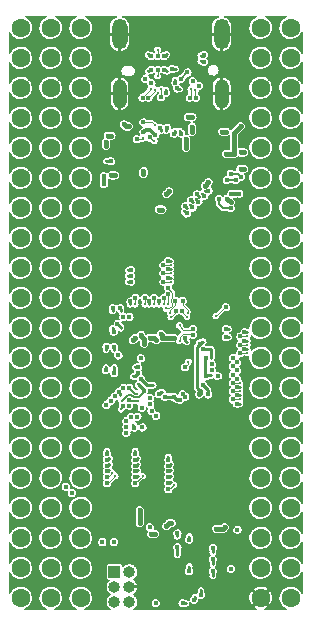
<source format=gbr>
%TF.GenerationSoftware,KiCad,Pcbnew,(5.99.0-10952-g410dbe17de)*%
%TF.CreationDate,2021-06-12T08:48:31+02:00*%
%TF.ProjectId,reDIP-64,72654449-502d-4363-942e-6b696361645f,0.2*%
%TF.SameCoordinates,PX594fc50PY8e9a590*%
%TF.FileFunction,Copper,L5,Inr*%
%TF.FilePolarity,Positive*%
%FSLAX46Y46*%
G04 Gerber Fmt 4.6, Leading zero omitted, Abs format (unit mm)*
G04 Created by KiCad (PCBNEW (5.99.0-10952-g410dbe17de)) date 2021-06-12 08:48:31*
%MOMM*%
%LPD*%
G01*
G04 APERTURE LIST*
%TA.AperFunction,ComponentPad*%
%ADD10R,1.000000X1.000000*%
%TD*%
%TA.AperFunction,ComponentPad*%
%ADD11O,1.000000X1.000000*%
%TD*%
%TA.AperFunction,ComponentPad*%
%ADD12O,1.300000X2.600000*%
%TD*%
%TA.AperFunction,ComponentPad*%
%ADD13O,1.200000X2.500000*%
%TD*%
%TA.AperFunction,ComponentPad*%
%ADD14C,1.600000*%
%TD*%
%TA.AperFunction,ViaPad*%
%ADD15C,0.400000*%
%TD*%
%TA.AperFunction,ViaPad*%
%ADD16C,0.250000*%
%TD*%
%TA.AperFunction,Conductor*%
%ADD17C,0.250000*%
%TD*%
%TA.AperFunction,Conductor*%
%ADD18C,0.400000*%
%TD*%
%TA.AperFunction,Conductor*%
%ADD19C,0.200000*%
%TD*%
%TA.AperFunction,Conductor*%
%ADD20C,0.350000*%
%TD*%
%TA.AperFunction,Conductor*%
%ADD21C,0.150000*%
%TD*%
%TA.AperFunction,Conductor*%
%ADD22C,0.100000*%
%TD*%
G04 APERTURE END LIST*
D10*
%TO.N,/Config_Memory/TMS*%
%TO.C,J7*%
X9210000Y3470000D03*
D11*
%TO.N,/Config_Memory/TCK*%
X10480000Y3470000D03*
%TO.N,/Config_Memory/TDI*%
X9210000Y2200000D03*
%TO.N,GND*%
X10480000Y2200000D03*
%TO.N,/Config_Memory/TDO*%
X9210000Y930000D03*
%TO.N,+3V3*%
X10480000Y930000D03*
%TD*%
D12*
%TO.N,GND*%
%TO.C,J1*%
X18290000Y49000000D03*
D13*
X9650000Y43950000D03*
X18290000Y43950000D03*
D12*
X9650000Y49000000D03*
%TD*%
D14*
%TO.N,/FPGA_IO/\u00D81_IN*%
%TO.C,J2*%
X6350000Y49530000D03*
%TO.N,/FPGA_IO/RDY*%
X6350000Y46990000D03*
%TO.N,/FPGA_IO/~IRQ~*%
X6350000Y44450000D03*
%TO.N,/FPGA_IO/~NMI~*%
X6350000Y41910000D03*
%TO.N,/FPGA_IO/AEC*%
X6350000Y39370000D03*
%TO.N,VCC*%
X6350000Y36830000D03*
%TO.N,/FPGA_IO/A0*%
X6350000Y34290000D03*
%TO.N,/FPGA_IO/A1*%
X6350000Y31750000D03*
%TO.N,/FPGA_IO/A2*%
X6350000Y29210000D03*
%TO.N,/FPGA_IO/A3*%
X6350000Y26670000D03*
%TO.N,/FPGA_IO/A4*%
X6350000Y24130000D03*
%TO.N,/FPGA_IO/A5*%
X6350000Y21590000D03*
%TO.N,/FPGA_IO/A6*%
X6350000Y19050000D03*
%TO.N,/FPGA_IO/A7*%
X6350000Y16510000D03*
%TO.N,/FPGA_IO/A8*%
X6350000Y13970000D03*
%TO.N,/FPGA_IO/A9*%
X6350000Y11430000D03*
%TO.N,/FPGA_IO/A10*%
X6350000Y8890000D03*
%TO.N,/FPGA_IO/A11*%
X6350000Y6350000D03*
%TO.N,/FPGA_IO/A12*%
X6350000Y3810000D03*
%TO.N,/FPGA_IO/A13*%
X6350000Y1270000D03*
%TD*%
%TO.N,/FPGA_IO/~RES~*%
%TO.C,J6*%
X21590000Y49530000D03*
%TO.N,/FPGA_IO/\u00D82_OUT*%
X21590000Y46990000D03*
%TO.N,/FPGA_IO/R_W*%
X21590000Y44450000D03*
%TO.N,/FPGA_IO/D0*%
X21590000Y41910000D03*
%TO.N,/FPGA_IO/D1*%
X21590000Y39370000D03*
%TO.N,/FPGA_IO/D2*%
X21590000Y36830000D03*
%TO.N,/FPGA_IO/D3*%
X21590000Y34290000D03*
%TO.N,/FPGA_IO/D4*%
X21590000Y31750000D03*
%TO.N,/FPGA_IO/D5*%
X21590000Y29210000D03*
%TO.N,/FPGA_IO/D6*%
X21590000Y26670000D03*
%TO.N,/FPGA_IO/D7*%
X21590000Y24130000D03*
%TO.N,/FPGA_IO/P0*%
X21590000Y21590000D03*
%TO.N,/FPGA_IO/P1*%
X21590000Y19050000D03*
%TO.N,/FPGA_IO/P2*%
X21590000Y16510000D03*
%TO.N,/FPGA_IO/P3*%
X21590000Y13970000D03*
%TO.N,/FPGA_IO/P4*%
X21590000Y11430000D03*
%TO.N,/FPGA_IO/P5*%
X21590000Y8890000D03*
%TO.N,/FPGA_IO/A15*%
X21590000Y6350000D03*
%TO.N,/FPGA_IO/A14*%
X21590000Y3810000D03*
%TO.N,GND*%
X21590000Y1270000D03*
%TD*%
%TO.N,+5V*%
%TO.C,J4*%
X24130000Y49530000D03*
%TO.N,+3V3*%
X24130000Y46990000D03*
%TO.N,/Audio/EXT_IN_2*%
X24130000Y44450000D03*
%TO.N,/Audio/AUDIO_OUT_2*%
X24130000Y41910000D03*
%TO.N,/Audio/AUDIO_OUT*%
X24130000Y39370000D03*
%TO.N,/Audio/EXT_IN*%
X24130000Y36830000D03*
%TO.N,/FPGA_IO/POT_X*%
X24130000Y34290000D03*
%TO.N,/FPGA_IO/POT_Y*%
X24130000Y31750000D03*
%TO.N,/FPGA_IO/BA*%
X24130000Y29210000D03*
%TO.N,/FPGA_IO/COLOR*%
X24130000Y26670000D03*
%TO.N,/FPGA_IO/SYNC_LUM*%
X24130000Y24130000D03*
%TO.N,/FPGA_IO/DOT_CLOCK*%
X24130000Y21590000D03*
%TO.N,/FPGA_IO/~DMA~*%
X24130000Y19050000D03*
%TO.N,/FPGA_IO/~IO1~*%
X24130000Y16510000D03*
%TO.N,/FPGA_IO/~IO2~*%
X24130000Y13970000D03*
%TO.N,/FPGA_IO/~ROML~*%
X24130000Y11430000D03*
%TO.N,/FPGA_IO/~ROMH~*%
X24130000Y8890000D03*
%TO.N,/FPGA_IO/~GAME~*%
X24130000Y6350000D03*
%TO.N,/FPGA_IO/~EXROM~*%
X24130000Y3810000D03*
%TO.N,/FPGA_IO/~MENU~*%
X24130000Y1270000D03*
%TD*%
%TO.N,/FPGA_IO/CIA1_CNT*%
%TO.C,J3*%
X1270000Y49530000D03*
%TO.N,/FPGA_IO/CIA1_SP*%
X1270000Y46990000D03*
%TO.N,/FPGA_IO/CIA1_PA0*%
X1270000Y44450000D03*
%TO.N,/FPGA_IO/CIA1_PA1*%
X1270000Y41910000D03*
%TO.N,/FPGA_IO/CIA1_PA2*%
X1270000Y39370000D03*
%TO.N,/FPGA_IO/CIA1_PA3*%
X1270000Y36830000D03*
%TO.N,/FPGA_IO/CIA1_PA4*%
X1270000Y34290000D03*
%TO.N,/FPGA_IO/CIA1_PA5*%
X1270000Y31750000D03*
%TO.N,/FPGA_IO/CIA1_PA6*%
X1270000Y29210000D03*
%TO.N,/FPGA_IO/CIA1_PA7*%
X1270000Y26670000D03*
%TO.N,/FPGA_IO/CIA1_PB0*%
X1270000Y24130000D03*
%TO.N,/FPGA_IO/CIA1_PB1*%
X1270000Y21590000D03*
%TO.N,/FPGA_IO/CIA1_PB2*%
X1270000Y19050000D03*
%TO.N,/FPGA_IO/CIA1_PB3*%
X1270000Y16510000D03*
%TO.N,/FPGA_IO/CIA1_PB4*%
X1270000Y13970000D03*
%TO.N,/FPGA_IO/CIA1_PB5*%
X1270000Y11430000D03*
%TO.N,/FPGA_IO/CIA1_PB6*%
X1270000Y8890000D03*
%TO.N,/FPGA_IO/CIA1_PB7*%
X1270000Y6350000D03*
%TO.N,/FPGA_IO/CIA1_~PC~_TOD*%
X1270000Y3810000D03*
%TO.N,/FPGA_IO/CIA1_~FLAG~*%
X1270000Y1270000D03*
%TD*%
%TO.N,/FPGA_IO/CIA2_CNT*%
%TO.C,J5*%
X3810000Y49530000D03*
%TO.N,/FPGA_IO/CIA2_SP*%
X3810000Y46990000D03*
%TO.N,/FPGA_IO/CIA2_PA0*%
X3810000Y44450000D03*
%TO.N,/FPGA_IO/CIA2_PA1*%
X3810000Y41910000D03*
%TO.N,/FPGA_IO/CIA2_PA2*%
X3810000Y39370000D03*
%TO.N,/FPGA_IO/CIA2_PA3*%
X3810000Y36830000D03*
%TO.N,/FPGA_IO/CIA2_PA4*%
X3810000Y34290000D03*
%TO.N,/FPGA_IO/CIA2_PA5*%
X3810000Y31750000D03*
%TO.N,/FPGA_IO/CIA2_PA6*%
X3810000Y29210000D03*
%TO.N,/FPGA_IO/CIA2_PA7*%
X3810000Y26670000D03*
%TO.N,/FPGA_IO/CIA2_PB0*%
X3810000Y24130000D03*
%TO.N,/FPGA_IO/CIA2_PB1*%
X3810000Y21590000D03*
%TO.N,/FPGA_IO/CIA2_PB2*%
X3810000Y19050000D03*
%TO.N,/FPGA_IO/CIA2_PB3*%
X3810000Y16510000D03*
%TO.N,/FPGA_IO/CIA2_PB4*%
X3810000Y13970000D03*
%TO.N,/FPGA_IO/CIA2_PB5*%
X3810000Y11430000D03*
%TO.N,/FPGA_IO/CIA2_PB6*%
X3810000Y8890000D03*
%TO.N,/FPGA_IO/CIA2_PB7*%
X3810000Y6350000D03*
%TO.N,/FPGA_IO/CIA2_~PC~*%
X3810000Y3810000D03*
%TO.N,/FPGA_IO/CIA2_~FLAG~*%
X3810000Y1270000D03*
%TD*%
D15*
%TO.N,GND*%
X17540000Y1520000D03*
X14510000Y3510000D03*
X13970000Y17800000D03*
X14890000Y16560000D03*
X15540000Y4790000D03*
X18070000Y17070000D03*
X13970000Y21800000D03*
X13220000Y19800000D03*
X14720000Y19800000D03*
X13970000Y19800000D03*
X10970000Y24550000D03*
X9410000Y25230000D03*
X13190000Y24670000D03*
X11590000Y43120000D03*
X15870000Y24720000D03*
X18650000Y24980000D03*
X13220000Y21270000D03*
X14120000Y20330000D03*
X13220000Y20330000D03*
X9220000Y21250000D03*
X9390000Y23360000D03*
X12090000Y43120000D03*
X8970000Y24520000D03*
X15590000Y43120000D03*
X14720000Y20330000D03*
X12720000Y21800000D03*
X16140000Y46950000D03*
X11840000Y44710000D03*
X16090000Y43120000D03*
X14720000Y21270000D03*
X13220000Y21800000D03*
X12720000Y21270000D03*
X8520000Y21250000D03*
X12220000Y46570000D03*
X14120000Y21270000D03*
X16330000Y45130000D03*
X12720000Y20330000D03*
X12860000Y46570000D03*
X13150000Y46570000D03*
X11250000Y39050000D03*
X10550000Y39050000D03*
X16570000Y7750000D03*
X14680000Y7570000D03*
X11370000Y31950000D03*
X14540000Y3950000D03*
X15540000Y5090000D03*
X16240000Y7120000D03*
X15770000Y31950000D03*
X15770000Y26050000D03*
X12220000Y21500000D03*
X19890000Y41820000D03*
X8950000Y41040000D03*
X16440000Y42300000D03*
X17140000Y42300000D03*
X18270000Y21950000D03*
X13970000Y39930000D03*
X13970000Y37630000D03*
X15020000Y21500000D03*
X14320000Y21500000D03*
X13620000Y21500000D03*
X15790000Y25200000D03*
X17590000Y38680000D03*
X16970000Y39300000D03*
X10550000Y38450000D03*
X11550000Y16250000D03*
X10410000Y41820000D03*
X19370000Y13650000D03*
X16580000Y13650000D03*
X12170000Y13650000D03*
X15750000Y18500000D03*
X8570000Y27960000D03*
X14350000Y47340000D03*
X8970000Y19620000D03*
X11250000Y38450000D03*
X15020000Y20100000D03*
X12570000Y46570000D03*
X19890000Y39740000D03*
X13620000Y17100000D03*
X13970000Y41960000D03*
X16970000Y38060000D03*
X16970000Y38680000D03*
X13620000Y24500000D03*
X16350000Y38680000D03*
X17540000Y1090000D03*
X13970000Y42360000D03*
X14320000Y17100000D03*
X18980000Y22680000D03*
X14320000Y20100000D03*
X18270000Y18950000D03*
D16*
X15850000Y45800000D03*
D15*
X10150000Y23100000D03*
X12920000Y20100000D03*
X11370000Y27950000D03*
X13620000Y20100000D03*
X18270000Y20450000D03*
X17340000Y35060000D03*
X12920000Y21500000D03*
X18270000Y21150000D03*
X12170000Y9650000D03*
X18270000Y19650000D03*
X15720000Y20100000D03*
%TO.N,+3V3*%
X12080000Y40900000D03*
X12970000Y18550000D03*
X17170000Y36460000D03*
X15220000Y18300000D03*
X18660000Y38850000D03*
X19340000Y38850000D03*
X19000000Y38850000D03*
X8500000Y39540000D03*
X15410000Y41960000D03*
X9260000Y37040000D03*
X13610000Y7330000D03*
X18530000Y7230000D03*
X12210000Y7250000D03*
X16720000Y19300000D03*
X13610000Y35460000D03*
X18650000Y25880000D03*
X15220000Y23300000D03*
X16720000Y22300000D03*
X15390000Y45750000D03*
X12220000Y23300000D03*
X11720000Y18800000D03*
X14830000Y45220000D03*
X12670000Y40490000D03*
X17840000Y7120000D03*
X13830000Y35680000D03*
X16890000Y36180000D03*
X8500000Y39840000D03*
D16*
X17790000Y25130000D03*
X17420000Y22300000D03*
X15330000Y22940000D03*
X11210000Y19340000D03*
D15*
X11670000Y40700000D03*
D16*
X13270000Y18710000D03*
X9820000Y17950000D03*
D15*
X12750000Y23100000D03*
X8960000Y37040000D03*
X17150000Y18500000D03*
X19890000Y41180000D03*
X15810000Y41960000D03*
D16*
X17420000Y21600000D03*
D15*
X14040000Y7580000D03*
X14990000Y18500000D03*
%TO.N,+1V2*%
X9970000Y19050000D03*
X15270000Y39360000D03*
X9550000Y21800000D03*
X11220000Y20300000D03*
X19780000Y35490000D03*
X13470000Y18300000D03*
X19100000Y35490000D03*
X14220000Y23300000D03*
X10970000Y23300000D03*
X19440000Y35490000D03*
X14220000Y18300000D03*
X16970000Y21550000D03*
X13220000Y23300000D03*
X11470000Y21550000D03*
X16970000Y20050000D03*
X14770000Y18040000D03*
X15270000Y40120000D03*
D16*
X16880000Y20800000D03*
D15*
X10790000Y23100000D03*
D16*
X17420000Y20100000D03*
D15*
X13170000Y23600000D03*
D16*
X10790000Y20020000D03*
D15*
%TO.N,VBUS*%
X10030000Y41350000D03*
X10410000Y41180000D03*
%TO.N,+5V*%
X8340000Y36320000D03*
X12970000Y34150000D03*
X5620000Y10150000D03*
X5080000Y10690000D03*
X11370000Y8690000D03*
X8340000Y36970000D03*
X8650000Y40400000D03*
X8340000Y36640000D03*
X13270000Y34150000D03*
X8950000Y40400000D03*
X11370000Y7600000D03*
%TO.N,/Audio/I2C_SDA*%
X17470000Y21050000D03*
X15820000Y34320000D03*
D16*
X15640000Y34500000D03*
D15*
%TO.N,/Audio/I2C_SCL*%
X17470000Y20550000D03*
X15210000Y34430000D03*
D16*
X15390000Y34250000D03*
D15*
%TO.N,/USB_DisplayPort/RX1+*%
X16340000Y44630000D03*
X13170000Y43650000D03*
D16*
X13170000Y44340000D03*
D15*
%TO.N,/USB_DisplayPort/TX2-*%
X12340000Y44830000D03*
X14530000Y44410000D03*
D16*
X14770000Y44340000D03*
D15*
%TO.N,/USB_DisplayPort/SBU2*%
X13410000Y47150000D03*
D16*
X13660000Y47290000D03*
D15*
%TO.N,/USB_DisplayPort/CC2*%
X12310000Y45990000D03*
D16*
X12070000Y45840000D03*
D15*
%TO.N,/USB_DisplayPort/TX2+*%
X11840000Y45210000D03*
X14370000Y44900000D03*
D16*
X14370000Y45150000D03*
D15*
%TO.N,/USB_DisplayPort/RX1-*%
X15840000Y45010000D03*
X13570000Y44050000D03*
D16*
X13570000Y44300000D03*
D15*
%TO.N,/USB_DisplayPort/D-*%
X12860000Y47150000D03*
X14980000Y26410000D03*
D16*
X15400000Y25420000D03*
X12860000Y47690000D03*
D15*
%TO.N,/USB_DisplayPort/D+*%
X12860000Y45990000D03*
X14380000Y26410000D03*
D16*
X13940000Y25420000D03*
X12860000Y45450000D03*
D15*
%TO.N,/USB_DisplayPort/RX2-*%
X12090000Y43620000D03*
D16*
X12670000Y44300000D03*
D15*
%TO.N,/USB_DisplayPort/RX2+*%
X11590000Y43620000D03*
D16*
X12270000Y44340000D03*
D15*
%TO.N,/USB_DisplayPort/TX1+*%
X16090000Y43620000D03*
D16*
X16070000Y44300000D03*
D15*
%TO.N,/USB_DisplayPort/TX1-*%
X15590000Y43620000D03*
D16*
X15670000Y44340000D03*
D15*
%TO.N,/USB_DisplayPort/CC1*%
X12310000Y47150000D03*
D16*
X12060000Y47290000D03*
D15*
%TO.N,/USB_DisplayPort/SBU1*%
X13410000Y45990000D03*
D16*
X13660000Y45850000D03*
D15*
%TO.N,/Audio/EXT_IN_2*%
X20190000Y38980000D03*
X19890000Y38980000D03*
%TO.N,/Audio/EXT_IN*%
X19040000Y34260000D03*
X18040000Y35060000D03*
%TO.N,/Audio/AUDIO_OUT_2*%
X20190000Y37580000D03*
X19890000Y37580000D03*
%TO.N,/Audio/AUDIO_OUT*%
X19040000Y34760000D03*
X18740000Y35060000D03*
%TO.N,/FPGA_IO/I2_~FLAG~*%
X8570000Y11470000D03*
D16*
X9040000Y11840000D03*
D15*
%TO.N,/FPGA_IO/I2_PB6*%
X8570000Y13470000D03*
D16*
X8570000Y13720000D03*
D15*
%TO.N,/FPGA_IO/I2_~PC~*%
X8570000Y12470000D03*
D16*
X8790000Y12590000D03*
D15*
%TO.N,/FPGA_IO/I2_PB7*%
X8570000Y12970000D03*
D16*
X8790000Y13090000D03*
D15*
%TO.N,/FPGA_IO/I2_PB5*%
X10970000Y12470000D03*
D16*
X11190000Y12590000D03*
D15*
%TO.N,/FPGA_IO/I2_PB4*%
X10970000Y11970000D03*
D16*
X11190000Y12090000D03*
D15*
%TO.N,/FPGA_IO/I2_PB0*%
X13770000Y12470000D03*
D16*
X13990000Y12590000D03*
D15*
%TO.N,/FPGA_IO/I2_PB3*%
X10970000Y11470000D03*
D16*
X11190000Y11590000D03*
D15*
%TO.N,/FPGA_IO/I2_PB2*%
X10970000Y10970000D03*
D16*
X11590000Y11590000D03*
D15*
%TO.N,/FPGA_IO/I2_PA7*%
X13720000Y29090000D03*
D16*
X13970000Y29090000D03*
D15*
%TO.N,/FPGA_IO/I2_PA5*%
X13360000Y28040000D03*
D16*
X13970000Y28040000D03*
D15*
%TO.N,/FPGA_IO/I2_PB1*%
X13770000Y12970000D03*
D16*
X13770000Y13220000D03*
D15*
%TO.N,/FPGA_IO/I2_PA6*%
X13360000Y28740000D03*
D16*
X13970000Y28740000D03*
D15*
%TO.N,/FPGA_IO/I2_PA1*%
X13770000Y26970000D03*
D16*
X13770000Y26120000D03*
D15*
%TO.N,/FPGA_IO/I2_PA2*%
X12970000Y26370000D03*
D16*
X12970000Y26120000D03*
D15*
%TO.N,/FPGA_IO/I2_PA3*%
X12570000Y26670000D03*
D16*
X12570000Y26120000D03*
D15*
%TO.N,/FPGA_IO/I2_PA4*%
X13370000Y26670000D03*
D16*
X13370000Y26120000D03*
D15*
%TO.N,/FPGA_IO/I2_CNT*%
X10620000Y28540000D03*
D16*
X10370000Y28540000D03*
D15*
%TO.N,/FPGA_IO/I2_SP*%
X10620000Y29040000D03*
D16*
X10370000Y29040000D03*
D15*
%TO.N,/FPGA_IO/I2_PA0*%
X13770000Y27470000D03*
D16*
X13570000Y25770000D03*
D15*
%TO.N,/Audio/I2S_LRCLK*%
X19600000Y21220000D03*
X16820000Y35320000D03*
D16*
X16640000Y35500000D03*
D15*
%TO.N,/Audio/I2S_MCLK*%
X19240000Y21570000D03*
X17170000Y35750000D03*
D16*
X16890000Y35750000D03*
D15*
%TO.N,/Audio/I2S_SCLK*%
X19240000Y20870000D03*
X16210000Y35430000D03*
D16*
X16390000Y35250000D03*
D15*
%TO.N,/Audio/I2S_DIN*%
X19240000Y20170000D03*
X15710000Y34930000D03*
D16*
X15890000Y34750000D03*
D15*
%TO.N,/Audio/I2S_DOUT*%
X19600000Y20520000D03*
X16320000Y34820000D03*
D16*
X16140000Y35000000D03*
D15*
%TO.N,/FPGA_IO/I_\u00D81_IN*%
X10620000Y28040000D03*
D16*
X10370000Y28040000D03*
D15*
%TO.N,/FPGA_IO/I_RDY*%
X12170000Y26370000D03*
D16*
X12170000Y26120000D03*
D15*
%TO.N,/FPGA_IO/I_~IRQ~*%
X11770000Y26670000D03*
D16*
X11770000Y26120000D03*
D15*
%TO.N,/FPGA_IO/I_~NMI~*%
X10970000Y26670000D03*
D16*
X10970000Y26120000D03*
D15*
%TO.N,/FPGA_IO/I_AEC*%
X10570000Y26370000D03*
D16*
X10570000Y26120000D03*
D15*
%TO.N,/FPGA_IO/I_A4*%
X13770000Y11970000D03*
D16*
X13990000Y12090000D03*
D15*
%TO.N,/FPGA_IO/I_A2*%
X13720000Y28390000D03*
D16*
X13970000Y28390000D03*
D15*
%TO.N,/FPGA_IO/I_~IO1~*%
X13770000Y10470000D03*
D16*
X14240000Y10840000D03*
D15*
%TO.N,/FPGA_IO/I_~IO2~*%
X19240000Y19470000D03*
D16*
X19850000Y19470000D03*
D15*
%TO.N,/FPGA_IO/I_~ROML~*%
X19600000Y19120000D03*
D16*
X19850000Y19120000D03*
D15*
%TO.N,/FPGA_IO/I_~ROMH~*%
X19240000Y18770000D03*
D16*
X19850000Y18770000D03*
D15*
%TO.N,/FPGA_IO/I_D3*%
X20220000Y23750000D03*
D16*
X20470000Y23750000D03*
D15*
%TO.N,/FPGA_IO/I_D1*%
X20220000Y23050000D03*
D16*
X20470000Y23050000D03*
D15*
%TO.N,/FPGA_IO/I_D2*%
X19860000Y23400000D03*
D16*
X20470000Y23400000D03*
D15*
%TO.N,/FPGA_IO/I_D0*%
X19860000Y22700000D03*
D16*
X20470000Y22700000D03*
D15*
%TO.N,/FPGA_IO/I_D7*%
X13360000Y29440000D03*
D16*
X13970000Y29440000D03*
D15*
%TO.N,/FPGA_IO/I_D4*%
X20220000Y22350000D03*
D16*
X20470000Y22350000D03*
D15*
%TO.N,/FPGA_IO/I_D5*%
X19860000Y22000000D03*
D16*
X20470000Y22000000D03*
D15*
%TO.N,/FPGA_IO/I_A12*%
X8570000Y10970000D03*
D16*
X9290000Y11590000D03*
D15*
%TO.N,/FPGA_IO/I_A10*%
X10970000Y12970000D03*
D16*
X11190000Y13090000D03*
D15*
%TO.N,/FPGA_IO/I_A11*%
X8570000Y11970000D03*
D16*
X8790000Y12090000D03*
D15*
%TO.N,/FPGA_IO/I_DOT_CLOCK*%
X13770000Y11470000D03*
D16*
X13990000Y11590000D03*
D15*
%TO.N,/FPGA_IO/I_~DMA~*%
X13770000Y10970000D03*
D16*
X13990000Y11090000D03*
D15*
%TO.N,/FPGA_IO/I_D6*%
X13720000Y29790000D03*
D16*
X13970000Y29790000D03*
D15*
%TO.N,/FPGA_IO/I_A14*%
X19600000Y18420000D03*
D16*
X19850000Y18420000D03*
D15*
%TO.N,/FPGA_IO/I_A15*%
X19240000Y18070000D03*
D16*
X19850000Y18070000D03*
D15*
%TO.N,/FPGA_IO/I_A13*%
X10970000Y13470000D03*
D16*
X10970000Y13720000D03*
D15*
%TO.N,/USB_DisplayPort/RX-*%
X13670000Y41060000D03*
X9150000Y22530000D03*
D16*
X13570000Y40810000D03*
X9200000Y22280000D03*
D15*
%TO.N,/USB_DisplayPort/RX+*%
X13070000Y41060000D03*
X8550000Y22530000D03*
D16*
X8500000Y22280000D03*
X13170000Y40810000D03*
D15*
%TO.N,/USB_DisplayPort/TX-*%
X9700000Y25800000D03*
X14870000Y40580000D03*
D16*
X14770000Y40810000D03*
X9750000Y25550000D03*
D15*
%TO.N,/USB_DisplayPort/TX+*%
X9100000Y25800000D03*
X14270000Y40580000D03*
D16*
X9050000Y25550000D03*
X14370000Y40810000D03*
D15*
%TO.N,/USB_DisplayPort/AUX+*%
X16760000Y46650000D03*
X18650000Y23350000D03*
D16*
X18900000Y23350000D03*
X16510000Y46720000D03*
D15*
%TO.N,/USB_DisplayPort/AUX-*%
X16760000Y47250000D03*
X18650000Y24050000D03*
D16*
X18900000Y24050000D03*
X16510000Y47180000D03*
D15*
%TO.N,/USB_DisplayPort/USB_~FLIP~*%
X11670000Y37440000D03*
X11670000Y41520000D03*
X14110000Y46040000D03*
D16*
X14420000Y46030000D03*
D15*
X11670000Y37140000D03*
D16*
X12630000Y41280000D03*
D15*
%TO.N,/USB_DisplayPort/CLK-*%
X10470000Y25050000D03*
X9180000Y6000000D03*
%TO.N,/USB_DisplayPort/CLK+*%
X8180000Y6000000D03*
X9970000Y25050000D03*
%TO.N,+2V5*%
X11470000Y19800000D03*
X11470000Y23550000D03*
X11720000Y22800000D03*
X16490000Y18780000D03*
X16470000Y22800000D03*
X11740000Y23150000D03*
D16*
X16730000Y22960000D03*
X12510000Y19270000D03*
D15*
X16390000Y18490000D03*
%TO.N,/Power/~FAULT~*%
X8900000Y38240000D03*
D16*
X8500000Y38240000D03*
D15*
%TO.N,/Power/EN_SNK*%
X12180000Y40260000D03*
D16*
X12590000Y39980000D03*
D15*
%TO.N,/Power/EN_SRC*%
X11100000Y40100000D03*
D16*
X11670000Y40170000D03*
D15*
%TO.N,/FPGA_IO/~ALERT~*%
X17970000Y20050000D03*
X15320000Y33820000D03*
D16*
X15140000Y34000000D03*
D15*
%TO.N,VCCA*%
X11220000Y20800000D03*
X15200000Y20800000D03*
D16*
X15480000Y21270000D03*
X10970000Y20800000D03*
D15*
%TO.N,/USB_DisplayPort/ML0-*%
X9200000Y20310000D03*
D16*
X9200000Y20820000D03*
D15*
%TO.N,/USB_DisplayPort/ML0+*%
X8500000Y20570000D03*
D16*
X8500000Y20820000D03*
D15*
%TO.N,/USB_DisplayPort/ML1-*%
X9470000Y24480000D03*
D16*
X9750000Y24090000D03*
D15*
%TO.N,/USB_DisplayPort/ML1+*%
X9150000Y23800000D03*
D16*
X9050000Y24090000D03*
D15*
%TO.N,/FPGA_IO/USB_D+*%
X14430000Y25580000D03*
D16*
X13980000Y25060000D03*
D15*
%TO.N,/FPGA_IO/USB_D-*%
X14930000Y25580000D03*
D16*
X15360000Y25060000D03*
D15*
%TO.N,/FPGA_IO/DP_AUX+*%
X15870000Y23550000D03*
D16*
X14720000Y23050000D03*
D15*
%TO.N,/FPGA_IO/DP_AUX-*%
X15870000Y24050000D03*
D16*
X14720000Y24350000D03*
D15*
%TO.N,/Config_Memory/TMS*%
X9250000Y18330000D03*
%TO.N,/Config_Memory/TCK*%
X9610000Y18690000D03*
D16*
X9670000Y18440000D03*
D15*
%TO.N,/Config_Memory/TDI*%
X8890000Y17970000D03*
%TO.N,/Config_Memory/TDO*%
X8530000Y17610000D03*
%TO.N,/Config_Memory/RAM_~CS~*%
X12340000Y6670000D03*
X10220000Y15250000D03*
X12640000Y6670000D03*
%TO.N,/Config_Memory/MEM_CLK*%
X14540000Y5560000D03*
X10880000Y15690000D03*
D16*
X14540000Y4920000D03*
X10820000Y15940000D03*
D15*
%TO.N,Net-(C66-Pad2)*%
X19050000Y37190000D03*
X15790000Y41140000D03*
X19890000Y36940000D03*
X15790000Y40740000D03*
%TO.N,/Config_Memory/FLASH_~CS~*%
X12700000Y810000D03*
X10220000Y15750000D03*
%TO.N,/Config_Memory/~BOOT~*%
X10470000Y18050000D03*
D16*
X11170000Y17900000D03*
D15*
%TO.N,/Config_Memory/~BTN~*%
X10470000Y17550000D03*
X19080000Y3740000D03*
%TO.N,/Config_Memory/MEM_IO0*%
X10220000Y16250000D03*
X15540000Y6210000D03*
D16*
X15540000Y6460000D03*
D15*
%TO.N,/Config_Memory/MEM_IO1*%
X14980000Y810000D03*
X10600000Y16590000D03*
D16*
X15260000Y810000D03*
D15*
%TO.N,/Config_Memory/MEM_IO2*%
X15950000Y1110000D03*
X11150000Y16620000D03*
D16*
X16040000Y1370000D03*
D15*
%TO.N,/Config_Memory/MEM_IO3*%
X11580000Y15700000D03*
X14540000Y6730000D03*
D16*
X14540000Y6480000D03*
D15*
%TO.N,/Config_Memory/MEM_IO4*%
X12750000Y16680000D03*
X16540000Y1520000D03*
D16*
X16540000Y1920000D03*
D15*
%TO.N,/Config_Memory/RWDS*%
X11540000Y17370000D03*
X15540000Y3520000D03*
D16*
X15540000Y3920000D03*
D15*
%TO.N,/Config_Memory/MEM_IO5*%
X12350000Y17080000D03*
X17540000Y3520000D03*
D16*
X17540000Y3120000D03*
D15*
%TO.N,/Config_Memory/MEM_IO6*%
X12240000Y17660000D03*
X17540000Y4520000D03*
D16*
X17540000Y4120000D03*
D15*
%TO.N,/Config_Memory/MEM_IO7*%
X12240000Y18170000D03*
X17540000Y5520000D03*
D16*
X17540000Y5120000D03*
D15*
%TO.N,Net-(C67-Pad2)*%
X18660000Y40740000D03*
X19470000Y36660000D03*
X18740000Y36660000D03*
X18360000Y40740000D03*
%TO.N,/Config_Memory/LED*%
X19630000Y7040000D03*
X19600000Y19820000D03*
%TO.N,Net-(R20-Pad1)*%
X9970000Y17550000D03*
D16*
X9770000Y17240000D03*
D15*
%TO.N,/FPGA_IO/I_~MENU~*%
X19600000Y17720000D03*
D16*
X19850000Y17720000D03*
D15*
%TO.N,Net-(R22-Pad1)*%
X10470000Y19050000D03*
D16*
X11130000Y18560000D03*
%TD*%
D17*
%TO.N,GND*%
X15870000Y25120000D02*
X15790000Y25200000D01*
X15870000Y24720000D02*
X15870000Y25120000D01*
D18*
X17540000Y1520000D02*
X17540000Y1120000D01*
X15540000Y5090000D02*
X15540000Y4790000D01*
X14540000Y3540000D02*
X14510000Y3510000D01*
X14540000Y3920000D02*
X14540000Y3540000D01*
%TO.N,+3V3*%
X8960000Y37040000D02*
X9260000Y37040000D01*
X14040000Y7580000D02*
X13860000Y7580000D01*
D19*
X15390000Y45750000D02*
X15360000Y45750000D01*
D18*
X18420000Y7120000D02*
X18530000Y7230000D01*
X13610000Y35460000D02*
X13830000Y35680000D01*
X13860000Y7580000D02*
X13610000Y7330000D01*
D17*
X15190000Y18300000D02*
X14990000Y18500000D01*
X15220000Y23050000D02*
X15330000Y22940000D01*
D20*
X11870000Y40900000D02*
X11670000Y40700000D01*
X12080000Y40900000D02*
X12260000Y40900000D01*
D18*
X15410000Y41960000D02*
X15810000Y41960000D01*
D17*
X17420000Y21600000D02*
X17420000Y22300000D01*
X13130000Y18710000D02*
X12970000Y18550000D01*
X11720000Y18830000D02*
X11210000Y19340000D01*
D18*
X17840000Y7120000D02*
X18420000Y7120000D01*
D21*
X10830000Y18260000D02*
X11310000Y18260000D01*
X10620000Y18470000D02*
X10830000Y18260000D01*
X11720000Y18800000D02*
X11720000Y18670000D01*
X10334998Y18470000D02*
X9820000Y17955002D01*
D18*
X19340000Y38850000D02*
X19340000Y40630000D01*
X19340000Y38850000D02*
X18660000Y38850000D01*
X12220000Y23300000D02*
X12550000Y23300000D01*
D21*
X9820000Y17955002D02*
X9820000Y17950000D01*
D18*
X17170000Y36460000D02*
X16890000Y36180000D01*
D19*
X15360000Y45750000D02*
X14830000Y45220000D01*
D18*
X8500000Y39540000D02*
X8500000Y39840000D01*
X19340000Y40630000D02*
X19890000Y41180000D01*
D17*
X13270000Y18710000D02*
X13130000Y18710000D01*
D21*
X10620000Y18470000D02*
X10334998Y18470000D01*
D17*
X17420000Y22300000D02*
X16720000Y22300000D01*
X15220000Y18300000D02*
X15190000Y18300000D01*
X17150000Y18870000D02*
X17150000Y18500000D01*
D18*
X12550000Y23300000D02*
X12750000Y23100000D01*
D17*
X16720000Y19300000D02*
X17150000Y18870000D01*
D22*
X18650000Y25880000D02*
X18540000Y25880000D01*
X18540000Y25880000D02*
X17790000Y25130000D01*
D20*
X12260000Y40900000D02*
X12670000Y40490000D01*
D17*
X15220000Y23300000D02*
X15220000Y23050000D01*
D20*
X12080000Y40900000D02*
X11870000Y40900000D01*
D17*
X11720000Y18800000D02*
X11720000Y18830000D01*
D21*
X11720000Y18670000D02*
X11310000Y18260000D01*
D18*
%TO.N,+1V2*%
X13220000Y23550000D02*
X13170000Y23600000D01*
D17*
X10790000Y20020000D02*
X10940000Y20020000D01*
X17420000Y20100000D02*
X17020000Y20100000D01*
X16880000Y20800000D02*
X16880000Y20140000D01*
D18*
X13220000Y23300000D02*
X13220000Y23550000D01*
D17*
X16880000Y20140000D02*
X16970000Y20050000D01*
D18*
X15270000Y40120000D02*
X15270000Y39360000D01*
X10970000Y23300000D02*
X10970000Y23280000D01*
D17*
X16880000Y20800000D02*
X16880000Y21460000D01*
X10940000Y20020000D02*
X11220000Y20300000D01*
D18*
X10970000Y23280000D02*
X10790000Y23100000D01*
D17*
X14480000Y18040000D02*
X14220000Y18300000D01*
X14770000Y18040000D02*
X14480000Y18040000D01*
X17020000Y20100000D02*
X16970000Y20050000D01*
X16880000Y21460000D02*
X16970000Y21550000D01*
D18*
X13220000Y23300000D02*
X14220000Y23300000D01*
D17*
X14220000Y18300000D02*
X13470000Y18300000D01*
D18*
%TO.N,VBUS*%
X10200000Y41180000D02*
X10030000Y41350000D01*
X10410000Y41180000D02*
X10200000Y41180000D01*
%TO.N,+5V*%
X11370000Y8690000D02*
X11370000Y7600000D01*
X12970000Y34150000D02*
X13270000Y34150000D01*
X8650000Y40400000D02*
X8950000Y40400000D01*
D17*
%TO.N,/Audio/I2C_SDA*%
X15640000Y34500000D02*
X15820000Y34320000D01*
%TO.N,/Audio/I2C_SCL*%
X15390000Y34250000D02*
X15210000Y34430000D01*
D22*
%TO.N,/USB_DisplayPort/RX1+*%
X13170000Y44340000D02*
X13170000Y43650000D01*
D17*
%TO.N,/USB_DisplayPort/TX2-*%
X14770000Y44340000D02*
X14600000Y44340000D01*
X14600000Y44340000D02*
X14530000Y44410000D01*
%TO.N,/USB_DisplayPort/SBU2*%
X13520000Y47150000D02*
X13660000Y47290000D01*
X13410000Y47150000D02*
X13520000Y47150000D01*
%TO.N,/USB_DisplayPort/CC2*%
X12220000Y45990000D02*
X12070000Y45840000D01*
X12310000Y45990000D02*
X12220000Y45990000D01*
%TO.N,/USB_DisplayPort/TX2+*%
X14370000Y45150000D02*
X14370000Y44900000D01*
%TO.N,/USB_DisplayPort/RX1-*%
X13570000Y44300000D02*
X13570000Y44050000D01*
D22*
%TO.N,/USB_DisplayPort/D-*%
X15400000Y25420000D02*
X15400000Y25610000D01*
X15400000Y25610000D02*
X14980000Y26030000D01*
X14980000Y26030000D02*
X14980000Y26410000D01*
X12860000Y47690000D02*
X12860000Y47150000D01*
%TO.N,/USB_DisplayPort/D+*%
X12860000Y45990000D02*
X12860000Y45450000D01*
X14380000Y26040142D02*
X14380000Y26410000D01*
X13940000Y25420000D02*
X13940000Y25600142D01*
X13940000Y25600142D02*
X14380000Y26040142D01*
%TO.N,/USB_DisplayPort/RX2-*%
X12670000Y44300000D02*
X12670000Y44200000D01*
X12670000Y44200000D02*
X12090000Y43620000D01*
%TO.N,/USB_DisplayPort/RX2+*%
X12270000Y44340000D02*
X11590000Y43660000D01*
X11590000Y43660000D02*
X11590000Y43620000D01*
%TO.N,/USB_DisplayPort/TX1+*%
X16070000Y44300000D02*
X16070000Y43640000D01*
X16070000Y43640000D02*
X16090000Y43620000D01*
%TO.N,/USB_DisplayPort/TX1-*%
X15670000Y44340000D02*
X15670000Y43700000D01*
X15670000Y43700000D02*
X15590000Y43620000D01*
D17*
%TO.N,/USB_DisplayPort/CC1*%
X12200000Y47150000D02*
X12060000Y47290000D01*
X12310000Y47150000D02*
X12200000Y47150000D01*
%TO.N,/USB_DisplayPort/SBU1*%
X13520000Y45990000D02*
X13660000Y45850000D01*
X13410000Y45990000D02*
X13520000Y45990000D01*
D18*
%TO.N,/Audio/EXT_IN_2*%
X19890000Y38980000D02*
X20190000Y38980000D01*
D19*
%TO.N,/Audio/EXT_IN*%
X18040000Y34640000D02*
X18040000Y35060000D01*
X19040000Y34260000D02*
X18420000Y34260000D01*
X18420000Y34260000D02*
X18040000Y34640000D01*
D18*
%TO.N,/Audio/AUDIO_OUT_2*%
X20190000Y37580000D02*
X19890000Y37580000D01*
%TO.N,/Audio/AUDIO_OUT*%
X18740000Y35060000D02*
X19040000Y34760000D01*
D22*
%TO.N,/FPGA_IO/I2_~FLAG~*%
X8570000Y11470000D02*
X8670000Y11470000D01*
X8670000Y11470000D02*
X9040000Y11840000D01*
D17*
%TO.N,/FPGA_IO/I2_PB6*%
X8570000Y13470000D02*
X8570000Y13720000D01*
%TO.N,/FPGA_IO/I2_~PC~*%
X8570000Y12470000D02*
X8670000Y12470000D01*
X8670000Y12470000D02*
X8790000Y12590000D01*
%TO.N,/FPGA_IO/I2_PB7*%
X8670000Y12970000D02*
X8790000Y13090000D01*
X8570000Y12970000D02*
X8670000Y12970000D01*
%TO.N,/FPGA_IO/I2_PB5*%
X11070000Y12470000D02*
X11190000Y12590000D01*
X10970000Y12470000D02*
X11070000Y12470000D01*
%TO.N,/FPGA_IO/I2_PB4*%
X11070000Y11970000D02*
X11190000Y12090000D01*
X10970000Y11970000D02*
X11070000Y11970000D01*
%TO.N,/FPGA_IO/I2_PB0*%
X13770000Y12470000D02*
X13870000Y12470000D01*
X13870000Y12470000D02*
X13990000Y12590000D01*
%TO.N,/FPGA_IO/I2_PB3*%
X10970000Y11470000D02*
X11070000Y11470000D01*
X11070000Y11470000D02*
X11190000Y11590000D01*
D22*
%TO.N,/FPGA_IO/I2_PB2*%
X10970000Y10970000D02*
X11590000Y11590000D01*
D17*
%TO.N,/FPGA_IO/I2_PA7*%
X13720000Y29090000D02*
X13970000Y29090000D01*
D22*
%TO.N,/FPGA_IO/I2_PA5*%
X13970000Y28040000D02*
X13360000Y28040000D01*
D17*
%TO.N,/FPGA_IO/I2_PB1*%
X13770000Y12970000D02*
X13770000Y13220000D01*
D22*
%TO.N,/FPGA_IO/I2_PA6*%
X13970000Y28740000D02*
X13360000Y28740000D01*
%TO.N,/FPGA_IO/I2_PA1*%
X13770000Y26120000D02*
X13770000Y26970000D01*
%TO.N,/FPGA_IO/I2_PA2*%
X12970000Y26120000D02*
X12970000Y26370000D01*
%TO.N,/FPGA_IO/I2_PA3*%
X12570000Y26120000D02*
X12570000Y26670000D01*
%TO.N,/FPGA_IO/I2_PA4*%
X13370000Y26120000D02*
X13370000Y26670000D01*
D17*
%TO.N,/FPGA_IO/I2_CNT*%
X10370000Y28540000D02*
X10620000Y28540000D01*
%TO.N,/FPGA_IO/I2_SP*%
X10370000Y29040000D02*
X10620000Y29040000D01*
D22*
%TO.N,/FPGA_IO/I2_PA0*%
X14120001Y27119999D02*
X13770000Y27470000D01*
X14045001Y25987999D02*
X14045001Y26234999D01*
X13827002Y25770000D02*
X14045001Y25987999D01*
X14045001Y26234999D02*
X14000000Y26280000D01*
X14000000Y26570000D02*
X14120001Y26690001D01*
X14000000Y26280000D02*
X14000000Y26570000D01*
X14120001Y26690001D02*
X14120001Y27119999D01*
X13827002Y25770000D02*
X13570000Y25770000D01*
D17*
%TO.N,/Audio/I2S_LRCLK*%
X16640000Y35500000D02*
X16820000Y35320000D01*
%TO.N,/Audio/I2S_MCLK*%
X16890000Y35750000D02*
X17170000Y35750000D01*
%TO.N,/Audio/I2S_SCLK*%
X16390000Y35250000D02*
X16210000Y35430000D01*
%TO.N,/Audio/I2S_DIN*%
X15890000Y34750000D02*
X15710000Y34930000D01*
%TO.N,/Audio/I2S_DOUT*%
X16140000Y35000000D02*
X16320000Y34820000D01*
%TO.N,/FPGA_IO/I_\u00D81_IN*%
X10370000Y28040000D02*
X10620000Y28040000D01*
%TO.N,/FPGA_IO/I_RDY*%
X12170000Y26120000D02*
X12170000Y26370000D01*
D22*
%TO.N,/FPGA_IO/I_~IRQ~*%
X11770000Y26120000D02*
X11770000Y26670000D01*
%TO.N,/FPGA_IO/I_~NMI~*%
X10970000Y26670000D02*
X10970000Y26120000D01*
D17*
%TO.N,/FPGA_IO/I_AEC*%
X10570000Y26370000D02*
X10570000Y26120000D01*
%TO.N,/FPGA_IO/I_A4*%
X13870000Y11970000D02*
X13990000Y12090000D01*
X13770000Y11970000D02*
X13870000Y11970000D01*
%TO.N,/FPGA_IO/I_A2*%
X13720000Y28390000D02*
X13970000Y28390000D01*
D22*
%TO.N,/FPGA_IO/I_~IO1~*%
X13770000Y10470000D02*
X13870000Y10470000D01*
X13870000Y10470000D02*
X14240000Y10840000D01*
%TO.N,/FPGA_IO/I_~IO2~*%
X19240000Y19470000D02*
X19850000Y19470000D01*
D17*
%TO.N,/FPGA_IO/I_~ROML~*%
X19600000Y19120000D02*
X19850000Y19120000D01*
D22*
%TO.N,/FPGA_IO/I_~ROMH~*%
X19240000Y18770000D02*
X19850000Y18770000D01*
D17*
%TO.N,/FPGA_IO/I_D3*%
X20220000Y23750000D02*
X20470000Y23750000D01*
%TO.N,/FPGA_IO/I_D1*%
X20220000Y23050000D02*
X20470000Y23050000D01*
D22*
%TO.N,/FPGA_IO/I_D2*%
X19860000Y23400000D02*
X20470000Y23400000D01*
%TO.N,/FPGA_IO/I_D0*%
X19860000Y22700000D02*
X20470000Y22700000D01*
%TO.N,/FPGA_IO/I_D7*%
X13970000Y29440000D02*
X13360000Y29440000D01*
D17*
%TO.N,/FPGA_IO/I_D4*%
X20220000Y22350000D02*
X20470000Y22350000D01*
D22*
%TO.N,/FPGA_IO/I_D5*%
X19860000Y22000000D02*
X20470000Y22000000D01*
%TO.N,/FPGA_IO/I_A12*%
X8570000Y10970000D02*
X8670000Y10970000D01*
X8670000Y10970000D02*
X9290000Y11590000D01*
D17*
%TO.N,/FPGA_IO/I_A10*%
X11070000Y12970000D02*
X11190000Y13090000D01*
X10970000Y12970000D02*
X11070000Y12970000D01*
%TO.N,/FPGA_IO/I_A11*%
X8670000Y11970000D02*
X8790000Y12090000D01*
X8570000Y11970000D02*
X8670000Y11970000D01*
%TO.N,/FPGA_IO/I_DOT_CLOCK*%
X13770000Y11470000D02*
X13870000Y11470000D01*
X13870000Y11470000D02*
X13990000Y11590000D01*
%TO.N,/FPGA_IO/I_~DMA~*%
X13770000Y10970000D02*
X13870000Y10970000D01*
X13870000Y10970000D02*
X13990000Y11090000D01*
%TO.N,/FPGA_IO/I_D6*%
X13720000Y29790000D02*
X13970000Y29790000D01*
%TO.N,/FPGA_IO/I_A14*%
X19600000Y18420000D02*
X19850000Y18420000D01*
D22*
%TO.N,/FPGA_IO/I_A15*%
X19240000Y18070000D02*
X19850000Y18070000D01*
D17*
%TO.N,/FPGA_IO/I_A13*%
X10970000Y13470000D02*
X10970000Y13720000D01*
%TO.N,/USB_DisplayPort/RX-*%
X13570000Y40810000D02*
X13570000Y40960000D01*
X9200000Y22280000D02*
X9200000Y22480000D01*
X9200000Y22480000D02*
X9150000Y22530000D01*
X13570000Y40960000D02*
X13670000Y41060000D01*
%TO.N,/USB_DisplayPort/RX+*%
X13170000Y40810000D02*
X13170000Y40960000D01*
X8500000Y22280000D02*
X8500000Y22480000D01*
X13170000Y40960000D02*
X13070000Y41060000D01*
X8500000Y22480000D02*
X8550000Y22530000D01*
%TO.N,/USB_DisplayPort/TX-*%
X9750000Y25750000D02*
X9700000Y25800000D01*
X14770000Y40680000D02*
X14870000Y40580000D01*
X14770000Y40810000D02*
X14770000Y40680000D01*
X9750000Y25550000D02*
X9750000Y25750000D01*
%TO.N,/USB_DisplayPort/TX+*%
X9050000Y25750000D02*
X9100000Y25800000D01*
X14370000Y40810000D02*
X14370000Y40680000D01*
X14370000Y40680000D02*
X14270000Y40580000D01*
X9050000Y25550000D02*
X9050000Y25750000D01*
%TO.N,/USB_DisplayPort/AUX+*%
X16690000Y46720000D02*
X16760000Y46650000D01*
X18900000Y23350000D02*
X18650000Y23350000D01*
X16510000Y46720000D02*
X16690000Y46720000D01*
%TO.N,/USB_DisplayPort/AUX-*%
X18900000Y24050000D02*
X18650000Y24050000D01*
X16510000Y47180000D02*
X16690000Y47180000D01*
X16690000Y47180000D02*
X16760000Y47250000D01*
%TO.N,/USB_DisplayPort/USB_~FLIP~*%
X14115489Y46034511D02*
X14420000Y46034511D01*
D22*
X12390000Y41520000D02*
X12630000Y41280000D01*
D17*
X14110000Y46040000D02*
X14115489Y46034511D01*
D18*
X11670000Y37140000D02*
X11670000Y37440000D01*
D22*
X11670000Y41520000D02*
X12390000Y41520000D01*
D18*
%TO.N,+2V5*%
X11470000Y23550000D02*
X11470000Y23420000D01*
D17*
X16200000Y19070000D02*
X16200000Y22530000D01*
X16200000Y22530000D02*
X16470000Y22800000D01*
X16730000Y22960000D02*
X16630000Y22960000D01*
X16630000Y22960000D02*
X16470000Y22800000D01*
D18*
X16490000Y18590000D02*
X16390000Y18490000D01*
X11470000Y23420000D02*
X11740000Y23150000D01*
X11740000Y23150000D02*
X11740000Y22820000D01*
X11740000Y22820000D02*
X11720000Y22800000D01*
D17*
X16490000Y18780000D02*
X16200000Y19070000D01*
X12000000Y19270000D02*
X11470000Y19800000D01*
X12510000Y19270000D02*
X12000000Y19270000D01*
D18*
X16490000Y18780000D02*
X16490000Y18590000D01*
D17*
%TO.N,/Power/~FAULT~*%
X8500000Y38240000D02*
X8900000Y38240000D01*
D22*
%TO.N,/Power/EN_SNK*%
X12590000Y39980000D02*
X12460000Y39980000D01*
X12460000Y39980000D02*
X12180000Y40260000D01*
%TO.N,/Power/EN_SRC*%
X11600000Y40100000D02*
X11670000Y40170000D01*
X11100000Y40100000D02*
X11600000Y40100000D01*
D17*
%TO.N,/FPGA_IO/~ALERT~*%
X15140000Y34000000D02*
X15320000Y33820000D01*
D22*
%TO.N,VCCA*%
X15480000Y21270000D02*
X15480000Y21080000D01*
D17*
X10970000Y20800000D02*
X11220000Y20800000D01*
D22*
X15480000Y21080000D02*
X15200000Y20800000D01*
D17*
%TO.N,/USB_DisplayPort/ML0-*%
X9200000Y20820000D02*
X9200000Y20310000D01*
%TO.N,/USB_DisplayPort/ML0+*%
X8500000Y20820000D02*
X8500000Y20570000D01*
%TO.N,/USB_DisplayPort/ML1-*%
X9750000Y24090000D02*
X9750000Y24200000D01*
X9750000Y24200000D02*
X9470000Y24480000D01*
%TO.N,/USB_DisplayPort/ML1+*%
X9050000Y24090000D02*
X9050000Y23900000D01*
X9050000Y23900000D02*
X9150000Y23800000D01*
D22*
%TO.N,/FPGA_IO/USB_D+*%
X14430000Y25510000D02*
X14430000Y25580000D01*
X13980000Y25060000D02*
X14430000Y25510000D01*
%TO.N,/FPGA_IO/USB_D-*%
X14930000Y25490000D02*
X14930000Y25580000D01*
X15360000Y25060000D02*
X14930000Y25490000D01*
%TO.N,/FPGA_IO/DP_AUX+*%
X15051999Y23650001D02*
X15769999Y23650001D01*
X15769999Y23650001D02*
X15870000Y23550000D01*
X15051999Y23650001D02*
X14720000Y23318002D01*
X14720000Y23318002D02*
X14720000Y23050000D01*
%TO.N,/FPGA_IO/DP_AUX-*%
X15770000Y23950000D02*
X15040000Y23950000D01*
X15870000Y24050000D02*
X15770000Y23950000D01*
X15040000Y23950000D02*
X14720000Y24270000D01*
X14720000Y24270000D02*
X14720000Y24350000D01*
D17*
%TO.N,/Config_Memory/TCK*%
X9670000Y18440000D02*
X9670000Y18630000D01*
X9670000Y18630000D02*
X9610000Y18690000D01*
D18*
%TO.N,/Config_Memory/RAM_~CS~*%
X12340000Y6670000D02*
X12640000Y6670000D01*
D17*
%TO.N,/Config_Memory/MEM_CLK*%
X10820000Y15750000D02*
X10880000Y15690000D01*
X14540000Y4920000D02*
X14540000Y5560000D01*
X10820000Y15940000D02*
X10820000Y15750000D01*
D19*
%TO.N,Net-(C66-Pad2)*%
X19640000Y37190000D02*
X19050000Y37190000D01*
X19890000Y36940000D02*
X19640000Y37190000D01*
D18*
X15790000Y41140000D02*
X15790000Y40740000D01*
D19*
%TO.N,/Config_Memory/~BOOT~*%
X10569999Y17950001D02*
X10470000Y18050000D01*
X11119999Y17950001D02*
X10569999Y17950001D01*
X11170000Y17900000D02*
X11119999Y17950001D01*
D17*
%TO.N,/Config_Memory/MEM_IO0*%
X15540000Y6210000D02*
X15540000Y6460000D01*
%TO.N,/Config_Memory/MEM_IO1*%
X14980000Y810000D02*
X15260000Y810000D01*
%TO.N,/Config_Memory/MEM_IO2*%
X16040000Y1370000D02*
X16040000Y1200000D01*
X15950000Y1110000D02*
X16040000Y1200000D01*
%TO.N,/Config_Memory/MEM_IO3*%
X14540000Y6480000D02*
X14540000Y6730000D01*
%TO.N,/Config_Memory/MEM_IO4*%
X16540000Y1520000D02*
X16540000Y1920000D01*
%TO.N,/Config_Memory/RWDS*%
X15540000Y3520000D02*
X15540000Y3920000D01*
%TO.N,/Config_Memory/MEM_IO5*%
X17540000Y3520000D02*
X17540000Y3120000D01*
%TO.N,/Config_Memory/MEM_IO6*%
X17540000Y4520000D02*
X17540000Y4120000D01*
%TO.N,/Config_Memory/MEM_IO7*%
X17540000Y5520000D02*
X17540000Y5120000D01*
D19*
%TO.N,Net-(C67-Pad2)*%
X19470000Y36660000D02*
X18740000Y36660000D01*
D18*
X18360000Y40740000D02*
X18660000Y40740000D01*
D19*
%TO.N,Net-(R20-Pad1)*%
X9970000Y17440000D02*
X9770000Y17240000D01*
X9970000Y17550000D02*
X9970000Y17440000D01*
D17*
%TO.N,/FPGA_IO/I_~MENU~*%
X19600000Y17720000D02*
X19850000Y17720000D01*
D19*
%TO.N,Net-(R22-Pad1)*%
X11130000Y18560000D02*
X10960000Y18560000D01*
X10960000Y18560000D02*
X10470000Y19050000D01*
%TD*%
%TA.AperFunction,Conductor*%
%TO.N,GND*%
G36*
X3461402Y50532687D02*
G01*
X3486712Y50488850D01*
X3477922Y50439000D01*
X3439388Y50406551D01*
X3391136Y50388798D01*
X3227006Y50287033D01*
X3203002Y50264333D01*
X3094449Y50161679D01*
X3086691Y50154343D01*
X2975923Y49996150D01*
X2974433Y49992706D01*
X2906268Y49835186D01*
X2899226Y49818914D01*
X2898461Y49815252D01*
X2898460Y49815249D01*
X2873680Y49696633D01*
X2859734Y49629877D01*
X2859060Y49436760D01*
X2897232Y49247451D01*
X2898696Y49244001D01*
X2898697Y49243999D01*
X2947665Y49128638D01*
X2972689Y49069684D01*
X3082350Y48910721D01*
X3221735Y48777056D01*
X3224902Y48775062D01*
X3224904Y48775060D01*
X3318412Y48716175D01*
X3385151Y48674147D01*
X3388659Y48672828D01*
X3388662Y48672827D01*
X3533964Y48618212D01*
X3565922Y48606200D01*
X3756663Y48575990D01*
X3760409Y48576160D01*
X3760410Y48576160D01*
X3945839Y48584580D01*
X3949582Y48584750D01*
X3953212Y48585669D01*
X3953215Y48585669D01*
X4133166Y48631204D01*
X4133170Y48631205D01*
X4136800Y48632124D01*
X4310669Y48716175D01*
X4464085Y48833470D01*
X4590782Y48979219D01*
X4643702Y49073137D01*
X4683745Y49144200D01*
X4683746Y49144203D01*
X4685585Y49147466D01*
X4699572Y49191029D01*
X4743476Y49327777D01*
X4744620Y49331340D01*
X4765477Y49523329D01*
X4765500Y49530000D01*
X4745984Y49722130D01*
X4739292Y49743483D01*
X4689355Y49902835D01*
X4689354Y49902838D01*
X4688234Y49906411D01*
X4594608Y50075317D01*
X4468931Y50221946D01*
X4465971Y50224242D01*
X4465969Y50224244D01*
X4319304Y50338010D01*
X4319299Y50338013D01*
X4316338Y50340310D01*
X4175516Y50409603D01*
X4140480Y50446138D01*
X4137125Y50496645D01*
X4167021Y50537493D01*
X4208187Y50550000D01*
X5953836Y50550000D01*
X6001402Y50532687D01*
X6026712Y50488850D01*
X6017922Y50439000D01*
X5979388Y50406551D01*
X5931136Y50388798D01*
X5767006Y50287033D01*
X5743002Y50264333D01*
X5634449Y50161679D01*
X5626691Y50154343D01*
X5515923Y49996150D01*
X5514433Y49992706D01*
X5446268Y49835186D01*
X5439226Y49818914D01*
X5438461Y49815252D01*
X5438460Y49815249D01*
X5413680Y49696633D01*
X5399734Y49629877D01*
X5399060Y49436760D01*
X5437232Y49247451D01*
X5438696Y49244001D01*
X5438697Y49243999D01*
X5487665Y49128638D01*
X5512689Y49069684D01*
X5622350Y48910721D01*
X5761735Y48777056D01*
X5764902Y48775062D01*
X5764904Y48775060D01*
X5858412Y48716175D01*
X5925151Y48674147D01*
X5928659Y48672828D01*
X5928662Y48672827D01*
X6073964Y48618212D01*
X6105922Y48606200D01*
X6296663Y48575990D01*
X6300409Y48576160D01*
X6300410Y48576160D01*
X6485839Y48584580D01*
X6489582Y48584750D01*
X6493212Y48585669D01*
X6493215Y48585669D01*
X6673166Y48631204D01*
X6673170Y48631205D01*
X6676800Y48632124D01*
X6850669Y48716175D01*
X7004085Y48833470D01*
X7032428Y48866075D01*
X8850000Y48866075D01*
X8850000Y48307495D01*
X8850231Y48303367D01*
X8864544Y48175763D01*
X8866365Y48167747D01*
X8922666Y48006075D01*
X8926215Y47998666D01*
X9016934Y47853485D01*
X9022044Y47847039D01*
X9142666Y47725572D01*
X9149082Y47720413D01*
X9293615Y47628690D01*
X9301012Y47625082D01*
X9462276Y47567658D01*
X9470291Y47565779D01*
X9512042Y47560800D01*
X9522400Y47563230D01*
X9525000Y47566705D01*
X9525000Y48861952D01*
X9523499Y48866075D01*
X9775000Y48866075D01*
X9775000Y47571797D01*
X9778638Y47561801D01*
X9782551Y47559543D01*
X9818745Y47563346D01*
X9826781Y47565113D01*
X9988841Y47620282D01*
X9996271Y47623779D01*
X10142084Y47713484D01*
X10148563Y47718546D01*
X10270874Y47838321D01*
X10276072Y47844695D01*
X10368809Y47988595D01*
X10372461Y47995952D01*
X10431015Y48156826D01*
X10432947Y48164814D01*
X10449707Y48297482D01*
X10450000Y48302130D01*
X10450000Y48861952D01*
X10448499Y48866075D01*
X17490000Y48866075D01*
X17490000Y48307495D01*
X17490231Y48303367D01*
X17504544Y48175763D01*
X17506365Y48167747D01*
X17562666Y48006075D01*
X17566215Y47998666D01*
X17656934Y47853485D01*
X17662044Y47847039D01*
X17782666Y47725572D01*
X17789082Y47720413D01*
X17933615Y47628690D01*
X17941012Y47625082D01*
X18102276Y47567658D01*
X18110291Y47565779D01*
X18152042Y47560800D01*
X18162400Y47563230D01*
X18165000Y47566705D01*
X18165000Y48861952D01*
X18163499Y48866075D01*
X18415000Y48866075D01*
X18415000Y47571797D01*
X18418638Y47561801D01*
X18422551Y47559543D01*
X18458745Y47563346D01*
X18466781Y47565113D01*
X18628841Y47620282D01*
X18636271Y47623779D01*
X18782084Y47713484D01*
X18788563Y47718546D01*
X18910874Y47838321D01*
X18916072Y47844695D01*
X19008809Y47988595D01*
X19012461Y47995952D01*
X19071015Y48156826D01*
X19072947Y48164814D01*
X19089707Y48297482D01*
X19090000Y48302130D01*
X19090000Y48861952D01*
X19086362Y48871948D01*
X19081075Y48875000D01*
X18428048Y48875000D01*
X18418052Y48871362D01*
X18415000Y48866075D01*
X18163499Y48866075D01*
X18161362Y48871948D01*
X18156075Y48875000D01*
X17503048Y48875000D01*
X17493052Y48871362D01*
X17490000Y48866075D01*
X10448499Y48866075D01*
X10446362Y48871948D01*
X10441075Y48875000D01*
X9788048Y48875000D01*
X9778052Y48871362D01*
X9775000Y48866075D01*
X9523499Y48866075D01*
X9521362Y48871948D01*
X9516075Y48875000D01*
X8863048Y48875000D01*
X8853052Y48871362D01*
X8850000Y48866075D01*
X7032428Y48866075D01*
X7130782Y48979219D01*
X7183702Y49073137D01*
X7223745Y49144200D01*
X7223746Y49144203D01*
X7225585Y49147466D01*
X7239572Y49191029D01*
X7283476Y49327777D01*
X7284620Y49331340D01*
X7305477Y49523329D01*
X7305500Y49530000D01*
X7285984Y49722130D01*
X7279292Y49743483D01*
X7229355Y49902835D01*
X7229354Y49902838D01*
X7228234Y49906411D01*
X7134608Y50075317D01*
X7008931Y50221946D01*
X7005971Y50224242D01*
X7005969Y50224244D01*
X6859304Y50338010D01*
X6859299Y50338013D01*
X6856338Y50340310D01*
X6715516Y50409603D01*
X6680480Y50446138D01*
X6677125Y50496645D01*
X6707021Y50537493D01*
X6748187Y50550000D01*
X9364363Y50550000D01*
X9411929Y50532687D01*
X9437239Y50488850D01*
X9428449Y50439000D01*
X9388211Y50405948D01*
X9311159Y50379718D01*
X9303729Y50376221D01*
X9157916Y50286516D01*
X9151437Y50281454D01*
X9029126Y50161679D01*
X9023928Y50155305D01*
X8931191Y50011405D01*
X8927539Y50004048D01*
X8868985Y49843174D01*
X8867053Y49835186D01*
X8850293Y49702518D01*
X8850000Y49697870D01*
X8850000Y49138048D01*
X8853638Y49128052D01*
X8858925Y49125000D01*
X10436952Y49125000D01*
X10446948Y49128638D01*
X10450000Y49133925D01*
X10450000Y49692505D01*
X10449769Y49696633D01*
X10435456Y49824237D01*
X10433635Y49832253D01*
X10377334Y49993925D01*
X10373785Y50001334D01*
X10283066Y50146515D01*
X10277956Y50152961D01*
X10157334Y50274428D01*
X10150918Y50279587D01*
X10006385Y50371310D01*
X9998988Y50374918D01*
X9910891Y50406288D01*
X9871888Y50438553D01*
X9862750Y50488341D01*
X9887753Y50532354D01*
X9935714Y50550000D01*
X18004363Y50550000D01*
X18051929Y50532687D01*
X18077239Y50488850D01*
X18068449Y50439000D01*
X18028211Y50405948D01*
X17951159Y50379718D01*
X17943729Y50376221D01*
X17797916Y50286516D01*
X17791437Y50281454D01*
X17669126Y50161679D01*
X17663928Y50155305D01*
X17571191Y50011405D01*
X17567539Y50004048D01*
X17508985Y49843174D01*
X17507053Y49835186D01*
X17490293Y49702518D01*
X17490000Y49697870D01*
X17490000Y49138048D01*
X17493638Y49128052D01*
X17498925Y49125000D01*
X19076952Y49125000D01*
X19086948Y49128638D01*
X19090000Y49133925D01*
X19090000Y49692505D01*
X19089769Y49696633D01*
X19075456Y49824237D01*
X19073635Y49832253D01*
X19017334Y49993925D01*
X19013785Y50001334D01*
X18923066Y50146515D01*
X18917956Y50152961D01*
X18797334Y50274428D01*
X18790918Y50279587D01*
X18646385Y50371310D01*
X18638988Y50374918D01*
X18550891Y50406288D01*
X18511888Y50438553D01*
X18502750Y50488341D01*
X18527753Y50532354D01*
X18575714Y50550000D01*
X21193836Y50550000D01*
X21241402Y50532687D01*
X21266712Y50488850D01*
X21257922Y50439000D01*
X21219388Y50406551D01*
X21171136Y50388798D01*
X21007006Y50287033D01*
X20983002Y50264333D01*
X20874449Y50161679D01*
X20866691Y50154343D01*
X20755923Y49996150D01*
X20754433Y49992706D01*
X20686268Y49835186D01*
X20679226Y49818914D01*
X20678461Y49815252D01*
X20678460Y49815249D01*
X20653680Y49696633D01*
X20639734Y49629877D01*
X20639060Y49436760D01*
X20677232Y49247451D01*
X20678696Y49244001D01*
X20678697Y49243999D01*
X20727665Y49128638D01*
X20752689Y49069684D01*
X20862350Y48910721D01*
X21001735Y48777056D01*
X21004902Y48775062D01*
X21004904Y48775060D01*
X21098412Y48716175D01*
X21165151Y48674147D01*
X21168659Y48672828D01*
X21168662Y48672827D01*
X21313964Y48618212D01*
X21345922Y48606200D01*
X21536663Y48575990D01*
X21540409Y48576160D01*
X21540410Y48576160D01*
X21725839Y48584580D01*
X21729582Y48584750D01*
X21733212Y48585669D01*
X21733215Y48585669D01*
X21913166Y48631204D01*
X21913170Y48631205D01*
X21916800Y48632124D01*
X22090669Y48716175D01*
X22244085Y48833470D01*
X22370782Y48979219D01*
X22423702Y49073137D01*
X22463745Y49144200D01*
X22463746Y49144203D01*
X22465585Y49147466D01*
X22479572Y49191029D01*
X22523476Y49327777D01*
X22524620Y49331340D01*
X22545477Y49523329D01*
X22545500Y49530000D01*
X22525984Y49722130D01*
X22519292Y49743483D01*
X22469355Y49902835D01*
X22469354Y49902838D01*
X22468234Y49906411D01*
X22374608Y50075317D01*
X22248931Y50221946D01*
X22245971Y50224242D01*
X22245969Y50224244D01*
X22099304Y50338010D01*
X22099299Y50338013D01*
X22096338Y50340310D01*
X21955516Y50409603D01*
X21920480Y50446138D01*
X21917125Y50496645D01*
X21947021Y50537493D01*
X21988187Y50550000D01*
X23733836Y50550000D01*
X23781402Y50532687D01*
X23806712Y50488850D01*
X23797922Y50439000D01*
X23759388Y50406551D01*
X23711136Y50388798D01*
X23547006Y50287033D01*
X23523002Y50264333D01*
X23414449Y50161679D01*
X23406691Y50154343D01*
X23295923Y49996150D01*
X23294433Y49992706D01*
X23226268Y49835186D01*
X23219226Y49818914D01*
X23218461Y49815252D01*
X23218460Y49815249D01*
X23193680Y49696633D01*
X23179734Y49629877D01*
X23179060Y49436760D01*
X23217232Y49247451D01*
X23218696Y49244001D01*
X23218697Y49243999D01*
X23267665Y49128638D01*
X23292689Y49069684D01*
X23402350Y48910721D01*
X23541735Y48777056D01*
X23544902Y48775062D01*
X23544904Y48775060D01*
X23638412Y48716175D01*
X23705151Y48674147D01*
X23708659Y48672828D01*
X23708662Y48672827D01*
X23853964Y48618212D01*
X23885922Y48606200D01*
X24076663Y48575990D01*
X24080409Y48576160D01*
X24080410Y48576160D01*
X24265839Y48584580D01*
X24269582Y48584750D01*
X24273212Y48585669D01*
X24273215Y48585669D01*
X24453166Y48631204D01*
X24453170Y48631205D01*
X24456800Y48632124D01*
X24630669Y48716175D01*
X24784085Y48833470D01*
X24910782Y48979219D01*
X24943003Y49036402D01*
X25003747Y49144203D01*
X25003749Y49144208D01*
X25005585Y49147466D01*
X25006731Y49151035D01*
X25008189Y49154372D01*
X25043096Y49191029D01*
X25093400Y49196672D01*
X25135562Y49168661D01*
X25150000Y49124747D01*
X25150000Y47395185D01*
X25132687Y47347619D01*
X25088850Y47322309D01*
X25039000Y47331099D01*
X25008553Y47365392D01*
X25008234Y47366411D01*
X24914608Y47535317D01*
X24908044Y47542976D01*
X24791370Y47679100D01*
X24788931Y47681946D01*
X24785971Y47684242D01*
X24785969Y47684244D01*
X24639304Y47798010D01*
X24639299Y47798013D01*
X24636338Y47800310D01*
X24632971Y47801967D01*
X24466429Y47883916D01*
X24466427Y47883917D01*
X24463061Y47885573D01*
X24276178Y47934252D01*
X24269607Y47934596D01*
X24087069Y47944163D01*
X24087066Y47944163D01*
X24083324Y47944359D01*
X24079615Y47943798D01*
X24079614Y47943798D01*
X23896084Y47916042D01*
X23896081Y47916041D01*
X23892377Y47915481D01*
X23711136Y47848798D01*
X23547006Y47747033D01*
X23406691Y47614343D01*
X23404540Y47611271D01*
X23310006Y47476262D01*
X23295923Y47456150D01*
X23272893Y47402930D01*
X23220930Y47282851D01*
X23219226Y47278914D01*
X23218461Y47275252D01*
X23218460Y47275249D01*
X23188028Y47129579D01*
X23179734Y47089877D01*
X23179060Y46896760D01*
X23193057Y46827343D01*
X23214702Y46720000D01*
X23217232Y46707451D01*
X23218696Y46704001D01*
X23218697Y46703999D01*
X23290181Y46535593D01*
X23292689Y46529684D01*
X23402350Y46370721D01*
X23541735Y46237056D01*
X23544902Y46235062D01*
X23544904Y46235060D01*
X23701978Y46136145D01*
X23705151Y46134147D01*
X23708659Y46132828D01*
X23708662Y46132827D01*
X23853289Y46078466D01*
X23885922Y46066200D01*
X24076663Y46035990D01*
X24080409Y46036160D01*
X24080410Y46036160D01*
X24265839Y46044580D01*
X24269582Y46044750D01*
X24273212Y46045669D01*
X24273215Y46045669D01*
X24453166Y46091204D01*
X24453170Y46091205D01*
X24456800Y46092124D01*
X24461366Y46094331D01*
X24627295Y46174544D01*
X24630669Y46176175D01*
X24784085Y46293470D01*
X24793519Y46304322D01*
X24908322Y46436389D01*
X24910782Y46439219D01*
X24958693Y46524246D01*
X25003747Y46604203D01*
X25003749Y46604208D01*
X25005585Y46607466D01*
X25006731Y46611035D01*
X25008189Y46614372D01*
X25043096Y46651029D01*
X25093400Y46656672D01*
X25135562Y46628661D01*
X25150000Y46584747D01*
X25150000Y44855185D01*
X25132687Y44807619D01*
X25088850Y44782309D01*
X25039000Y44791099D01*
X25008553Y44825392D01*
X25008234Y44826411D01*
X24914608Y44995317D01*
X24874165Y45042503D01*
X24791370Y45139100D01*
X24788931Y45141946D01*
X24785971Y45144242D01*
X24785969Y45144244D01*
X24639304Y45258010D01*
X24639299Y45258013D01*
X24636338Y45260310D01*
X24632971Y45261967D01*
X24466429Y45343916D01*
X24466427Y45343917D01*
X24463061Y45345573D01*
X24276178Y45394252D01*
X24269607Y45394596D01*
X24087069Y45404163D01*
X24087066Y45404163D01*
X24083324Y45404359D01*
X24079615Y45403798D01*
X24079614Y45403798D01*
X23896084Y45376042D01*
X23896081Y45376041D01*
X23892377Y45375481D01*
X23711136Y45308798D01*
X23547006Y45207033D01*
X23406691Y45074343D01*
X23404540Y45071271D01*
X23300703Y44922976D01*
X23295923Y44916150D01*
X23267514Y44850501D01*
X23221926Y44745153D01*
X23219226Y44738914D01*
X23218461Y44735252D01*
X23218460Y44735249D01*
X23184116Y44570852D01*
X23179734Y44549877D01*
X23179721Y44546134D01*
X23179237Y44407343D01*
X23179060Y44356760D01*
X23217232Y44167451D01*
X23218696Y44164001D01*
X23218697Y44163999D01*
X23275235Y44030804D01*
X23292689Y43989684D01*
X23402350Y43830721D01*
X23405053Y43828129D01*
X23534609Y43703890D01*
X23541735Y43697056D01*
X23544902Y43695062D01*
X23544904Y43695060D01*
X23695061Y43600501D01*
X23705151Y43594147D01*
X23708659Y43592828D01*
X23708662Y43592827D01*
X23853964Y43538212D01*
X23885922Y43526200D01*
X24076663Y43495990D01*
X24080409Y43496160D01*
X24080410Y43496160D01*
X24265839Y43504580D01*
X24269582Y43504750D01*
X24273212Y43505669D01*
X24273215Y43505669D01*
X24453166Y43551204D01*
X24453170Y43551205D01*
X24456800Y43552124D01*
X24482170Y43564388D01*
X24597209Y43620000D01*
X24630669Y43636175D01*
X24784085Y43753470D01*
X24834923Y43811952D01*
X24908322Y43896389D01*
X24910782Y43899219D01*
X24950508Y43969721D01*
X25003747Y44064203D01*
X25003749Y44064208D01*
X25005585Y44067466D01*
X25006731Y44071035D01*
X25008189Y44074372D01*
X25043096Y44111029D01*
X25093400Y44116672D01*
X25135562Y44088661D01*
X25150000Y44044747D01*
X25150000Y42315185D01*
X25132687Y42267619D01*
X25088850Y42242309D01*
X25039000Y42251099D01*
X25008553Y42285392D01*
X25008234Y42286411D01*
X24914608Y42455317D01*
X24788931Y42601946D01*
X24785971Y42604242D01*
X24785969Y42604244D01*
X24639304Y42718010D01*
X24639299Y42718013D01*
X24636338Y42720310D01*
X24632971Y42721967D01*
X24466429Y42803916D01*
X24466427Y42803917D01*
X24463061Y42805573D01*
X24276178Y42854252D01*
X24269607Y42854596D01*
X24087069Y42864163D01*
X24087066Y42864163D01*
X24083324Y42864359D01*
X24079615Y42863798D01*
X24079614Y42863798D01*
X23896084Y42836042D01*
X23896081Y42836041D01*
X23892377Y42835481D01*
X23711136Y42768798D01*
X23547006Y42667033D01*
X23406691Y42534343D01*
X23295923Y42376150D01*
X23264844Y42304331D01*
X23227544Y42218135D01*
X23219226Y42198914D01*
X23218461Y42195252D01*
X23218460Y42195249D01*
X23184856Y42034394D01*
X23179734Y42009877D01*
X23179618Y41976533D01*
X23179198Y41856168D01*
X23179060Y41816760D01*
X23194505Y41740161D01*
X23216187Y41632636D01*
X23217232Y41627451D01*
X23218696Y41624001D01*
X23218697Y41623999D01*
X23288151Y41460376D01*
X23292689Y41449684D01*
X23402350Y41290721D01*
X23421348Y41272503D01*
X23526908Y41171275D01*
X23541735Y41157056D01*
X23544902Y41155062D01*
X23544904Y41155060D01*
X23696525Y41059579D01*
X23705151Y41054147D01*
X23708659Y41052828D01*
X23708662Y41052827D01*
X23825713Y41008831D01*
X23885922Y40986200D01*
X24076663Y40955990D01*
X24080409Y40956160D01*
X24080410Y40956160D01*
X24265839Y40964580D01*
X24269582Y40964750D01*
X24273212Y40965669D01*
X24273215Y40965669D01*
X24453166Y41011204D01*
X24453170Y41011205D01*
X24456800Y41012124D01*
X24479185Y41022945D01*
X24618930Y41090500D01*
X24630669Y41096175D01*
X24784085Y41213470D01*
X24794543Y41225500D01*
X24908322Y41356389D01*
X24910782Y41359219D01*
X24956077Y41439604D01*
X25003747Y41524203D01*
X25003749Y41524208D01*
X25005585Y41527466D01*
X25006731Y41531035D01*
X25008189Y41534372D01*
X25043096Y41571029D01*
X25093400Y41576672D01*
X25135562Y41548661D01*
X25150000Y41504747D01*
X25150000Y39775185D01*
X25132687Y39727619D01*
X25088850Y39702309D01*
X25039000Y39711099D01*
X25008553Y39745392D01*
X25008234Y39746411D01*
X24914608Y39915317D01*
X24866319Y39971657D01*
X24841295Y40000852D01*
X24788931Y40061946D01*
X24785971Y40064242D01*
X24785969Y40064244D01*
X24639304Y40178010D01*
X24639299Y40178013D01*
X24636338Y40180310D01*
X24632971Y40181967D01*
X24466429Y40263916D01*
X24466427Y40263917D01*
X24463061Y40265573D01*
X24276178Y40314252D01*
X24269607Y40314596D01*
X24087069Y40324163D01*
X24087066Y40324163D01*
X24083324Y40324359D01*
X24079615Y40323798D01*
X24079614Y40323798D01*
X23896084Y40296042D01*
X23896081Y40296041D01*
X23892377Y40295481D01*
X23711136Y40228798D01*
X23547006Y40127033D01*
X23406691Y39994343D01*
X23404540Y39991271D01*
X23300827Y39843153D01*
X23295923Y39836150D01*
X23264632Y39763840D01*
X23235999Y39697673D01*
X23219226Y39658914D01*
X23218461Y39655252D01*
X23218460Y39655249D01*
X23182324Y39482273D01*
X23179734Y39469877D01*
X23179721Y39466134D01*
X23179079Y39282072D01*
X23179060Y39276760D01*
X23217232Y39087451D01*
X23218696Y39084001D01*
X23218697Y39083999D01*
X23284918Y38927992D01*
X23292689Y38909684D01*
X23402350Y38750721D01*
X23405053Y38748129D01*
X23528711Y38629546D01*
X23541735Y38617056D01*
X23544902Y38615062D01*
X23544904Y38615060D01*
X23700744Y38516922D01*
X23705151Y38514147D01*
X23708659Y38512828D01*
X23708662Y38512827D01*
X23843777Y38462041D01*
X23885922Y38446200D01*
X24076663Y38415990D01*
X24080409Y38416160D01*
X24080410Y38416160D01*
X24265839Y38424580D01*
X24269582Y38424750D01*
X24273212Y38425669D01*
X24273215Y38425669D01*
X24453166Y38471204D01*
X24453170Y38471205D01*
X24456800Y38472124D01*
X24505355Y38495596D01*
X24627295Y38554544D01*
X24630669Y38556175D01*
X24637102Y38561093D01*
X24699823Y38609047D01*
X24784085Y38673470D01*
X24788705Y38678784D01*
X24908322Y38816389D01*
X24910782Y38819219D01*
X24943003Y38876402D01*
X25003747Y38984203D01*
X25003749Y38984208D01*
X25005585Y38987466D01*
X25006731Y38991035D01*
X25008189Y38994372D01*
X25043096Y39031029D01*
X25093400Y39036672D01*
X25135562Y39008661D01*
X25150000Y38964747D01*
X25150000Y37235185D01*
X25132687Y37187619D01*
X25088850Y37162309D01*
X25039000Y37171099D01*
X25008553Y37205392D01*
X25008234Y37206411D01*
X25005545Y37211263D01*
X24982685Y37252502D01*
X24914608Y37375317D01*
X24908434Y37382521D01*
X24849507Y37451271D01*
X24788931Y37521946D01*
X24785971Y37524242D01*
X24785969Y37524244D01*
X24639304Y37638010D01*
X24639299Y37638013D01*
X24636338Y37640310D01*
X24611559Y37652503D01*
X24466429Y37723916D01*
X24466427Y37723917D01*
X24463061Y37725573D01*
X24276178Y37774252D01*
X24258509Y37775178D01*
X24087069Y37784163D01*
X24087066Y37784163D01*
X24083324Y37784359D01*
X24079615Y37783798D01*
X24079614Y37783798D01*
X23896084Y37756042D01*
X23896081Y37756041D01*
X23892377Y37755481D01*
X23711136Y37688798D01*
X23547006Y37587033D01*
X23406691Y37454343D01*
X23404540Y37451271D01*
X23314675Y37322930D01*
X23295923Y37296150D01*
X23281090Y37261873D01*
X23221292Y37123688D01*
X23219226Y37118914D01*
X23218461Y37115252D01*
X23218460Y37115249D01*
X23181849Y36940000D01*
X23179734Y36929877D01*
X23179721Y36926134D01*
X23179102Y36748660D01*
X23179060Y36736760D01*
X23200317Y36631340D01*
X23210561Y36580537D01*
X23217232Y36547451D01*
X23218696Y36544001D01*
X23218697Y36543999D01*
X23290854Y36374008D01*
X23292689Y36369684D01*
X23402350Y36210721D01*
X23408889Y36204450D01*
X23537021Y36081577D01*
X23541735Y36077056D01*
X23544902Y36075062D01*
X23544904Y36075060D01*
X23696487Y35979603D01*
X23705151Y35974147D01*
X23708659Y35972828D01*
X23708662Y35972827D01*
X23832992Y35926095D01*
X23885922Y35906200D01*
X24076663Y35875990D01*
X24080409Y35876160D01*
X24080410Y35876160D01*
X24265839Y35884580D01*
X24269582Y35884750D01*
X24273212Y35885669D01*
X24273215Y35885669D01*
X24453166Y35931204D01*
X24453170Y35931205D01*
X24456800Y35932124D01*
X24484762Y35945641D01*
X24613210Y36007735D01*
X24630669Y36016175D01*
X24634957Y36019453D01*
X24689104Y36060852D01*
X24784085Y36133470D01*
X24836917Y36194246D01*
X24908322Y36276389D01*
X24910782Y36279219D01*
X24954867Y36357456D01*
X25003747Y36444203D01*
X25003749Y36444208D01*
X25005585Y36447466D01*
X25006731Y36451035D01*
X25008189Y36454372D01*
X25043096Y36491029D01*
X25093400Y36496672D01*
X25135562Y36468661D01*
X25150000Y36424747D01*
X25150000Y34695185D01*
X25132687Y34647619D01*
X25088850Y34622309D01*
X25039000Y34631099D01*
X25008553Y34665392D01*
X25008234Y34666411D01*
X24914608Y34835317D01*
X24897374Y34855425D01*
X24824594Y34940337D01*
X24788931Y34981946D01*
X24785971Y34984242D01*
X24785969Y34984244D01*
X24639304Y35098010D01*
X24639299Y35098013D01*
X24636338Y35100310D01*
X24632971Y35101967D01*
X24466429Y35183916D01*
X24466427Y35183917D01*
X24463061Y35185573D01*
X24276178Y35234252D01*
X24268145Y35234673D01*
X24087069Y35244163D01*
X24087066Y35244163D01*
X24083324Y35244359D01*
X24079615Y35243798D01*
X24079614Y35243798D01*
X23896084Y35216042D01*
X23896081Y35216041D01*
X23892377Y35215481D01*
X23711136Y35148798D01*
X23547006Y35047033D01*
X23406691Y34914343D01*
X23404540Y34911271D01*
X23300827Y34763153D01*
X23295923Y34756150D01*
X23270908Y34698343D01*
X23220914Y34582814D01*
X23219226Y34578914D01*
X23218461Y34575252D01*
X23218460Y34575249D01*
X23184552Y34412939D01*
X23179734Y34389877D01*
X23179060Y34196760D01*
X23217232Y34007451D01*
X23218696Y34004001D01*
X23218697Y34003999D01*
X23290937Y33833812D01*
X23292689Y33829684D01*
X23402350Y33670721D01*
X23425221Y33648789D01*
X23511849Y33565716D01*
X23541735Y33537056D01*
X23544902Y33535062D01*
X23544904Y33535060D01*
X23701978Y33436145D01*
X23705151Y33434147D01*
X23708659Y33432828D01*
X23708662Y33432827D01*
X23853964Y33378212D01*
X23885922Y33366200D01*
X24076663Y33335990D01*
X24080409Y33336160D01*
X24080410Y33336160D01*
X24265839Y33344580D01*
X24269582Y33344750D01*
X24273212Y33345669D01*
X24273215Y33345669D01*
X24453166Y33391204D01*
X24453170Y33391205D01*
X24456800Y33392124D01*
X24630669Y33476175D01*
X24784085Y33593470D01*
X24910782Y33739219D01*
X24953659Y33815312D01*
X25003747Y33904203D01*
X25003749Y33904208D01*
X25005585Y33907466D01*
X25006731Y33911035D01*
X25008189Y33914372D01*
X25043096Y33951029D01*
X25093400Y33956672D01*
X25135562Y33928661D01*
X25150000Y33884747D01*
X25150000Y32155185D01*
X25132687Y32107619D01*
X25088850Y32082309D01*
X25039000Y32091099D01*
X25008553Y32125392D01*
X25008234Y32126411D01*
X24914608Y32295317D01*
X24788931Y32441946D01*
X24785971Y32444242D01*
X24785969Y32444244D01*
X24639304Y32558010D01*
X24639299Y32558013D01*
X24636338Y32560310D01*
X24632971Y32561967D01*
X24466429Y32643916D01*
X24466427Y32643917D01*
X24463061Y32645573D01*
X24276178Y32694252D01*
X24269607Y32694596D01*
X24087069Y32704163D01*
X24087066Y32704163D01*
X24083324Y32704359D01*
X24079615Y32703798D01*
X24079614Y32703798D01*
X23896084Y32676042D01*
X23896081Y32676041D01*
X23892377Y32675481D01*
X23711136Y32608798D01*
X23547006Y32507033D01*
X23406691Y32374343D01*
X23295923Y32216150D01*
X23294433Y32212706D01*
X23235999Y32077673D01*
X23219226Y32038914D01*
X23179734Y31849877D01*
X23179060Y31656760D01*
X23217232Y31467451D01*
X23218696Y31464001D01*
X23218697Y31463999D01*
X23259673Y31367466D01*
X23292689Y31289684D01*
X23402350Y31130721D01*
X23541735Y30997056D01*
X23544902Y30995062D01*
X23544904Y30995060D01*
X23638412Y30936175D01*
X23705151Y30894147D01*
X23708659Y30892828D01*
X23708662Y30892827D01*
X23853964Y30838212D01*
X23885922Y30826200D01*
X24076663Y30795990D01*
X24080409Y30796160D01*
X24080410Y30796160D01*
X24265839Y30804580D01*
X24269582Y30804750D01*
X24273212Y30805669D01*
X24273215Y30805669D01*
X24453166Y30851204D01*
X24453170Y30851205D01*
X24456800Y30852124D01*
X24630669Y30936175D01*
X24784085Y31053470D01*
X24910782Y31199219D01*
X24943003Y31256402D01*
X25003747Y31364203D01*
X25003749Y31364208D01*
X25005585Y31367466D01*
X25006731Y31371035D01*
X25008189Y31374372D01*
X25043096Y31411029D01*
X25093400Y31416672D01*
X25135562Y31388661D01*
X25150000Y31344747D01*
X25150000Y29615185D01*
X25132687Y29567619D01*
X25088850Y29542309D01*
X25039000Y29551099D01*
X25008553Y29585392D01*
X25008234Y29586411D01*
X24914608Y29755317D01*
X24891009Y29782851D01*
X24834002Y29849361D01*
X24788931Y29901946D01*
X24785971Y29904242D01*
X24785969Y29904244D01*
X24639304Y30018010D01*
X24639299Y30018013D01*
X24636338Y30020310D01*
X24632971Y30021967D01*
X24466429Y30103916D01*
X24466427Y30103917D01*
X24463061Y30105573D01*
X24276178Y30154252D01*
X24269607Y30154596D01*
X24087069Y30164163D01*
X24087066Y30164163D01*
X24083324Y30164359D01*
X24079615Y30163798D01*
X24079614Y30163798D01*
X23896084Y30136042D01*
X23896081Y30136041D01*
X23892377Y30135481D01*
X23711136Y30068798D01*
X23547006Y29967033D01*
X23406691Y29834343D01*
X23295923Y29676150D01*
X23269541Y29615185D01*
X23235999Y29537673D01*
X23219226Y29498914D01*
X23218461Y29495252D01*
X23218460Y29495249D01*
X23194089Y29378589D01*
X23179734Y29309877D01*
X23179060Y29116760D01*
X23217232Y28927451D01*
X23218696Y28924001D01*
X23218697Y28923999D01*
X23289207Y28757888D01*
X23292689Y28749684D01*
X23402350Y28590721D01*
X23462696Y28532851D01*
X23511849Y28485716D01*
X23541735Y28457056D01*
X23544902Y28455062D01*
X23544904Y28455060D01*
X23659570Y28382851D01*
X23705151Y28354147D01*
X23708659Y28352828D01*
X23708662Y28352827D01*
X23833811Y28305787D01*
X23885922Y28286200D01*
X24076663Y28255990D01*
X24080409Y28256160D01*
X24080410Y28256160D01*
X24265839Y28264580D01*
X24269582Y28264750D01*
X24273212Y28265669D01*
X24273215Y28265669D01*
X24453166Y28311204D01*
X24453170Y28311205D01*
X24456800Y28312124D01*
X24630669Y28396175D01*
X24784085Y28513470D01*
X24793140Y28523886D01*
X24908322Y28656389D01*
X24910782Y28659219D01*
X24954988Y28737672D01*
X25003747Y28824203D01*
X25003749Y28824208D01*
X25005585Y28827466D01*
X25006731Y28831035D01*
X25008189Y28834372D01*
X25043096Y28871029D01*
X25093400Y28876672D01*
X25135562Y28848661D01*
X25150000Y28804747D01*
X25150000Y27075185D01*
X25132687Y27027619D01*
X25088850Y27002309D01*
X25039000Y27011099D01*
X25008553Y27045392D01*
X25008234Y27046411D01*
X24914608Y27215317D01*
X24899736Y27232669D01*
X24791370Y27359100D01*
X24788931Y27361946D01*
X24785971Y27364242D01*
X24785969Y27364244D01*
X24639304Y27478010D01*
X24639299Y27478013D01*
X24636338Y27480310D01*
X24545504Y27525006D01*
X24466429Y27563916D01*
X24466427Y27563917D01*
X24463061Y27565573D01*
X24276178Y27614252D01*
X24269607Y27614596D01*
X24087069Y27624163D01*
X24087066Y27624163D01*
X24083324Y27624359D01*
X24079615Y27623798D01*
X24079614Y27623798D01*
X23896084Y27596042D01*
X23896081Y27596041D01*
X23892377Y27595481D01*
X23711136Y27528798D01*
X23547006Y27427033D01*
X23406691Y27294343D01*
X23400500Y27285501D01*
X23339155Y27197891D01*
X23295923Y27136150D01*
X23291409Y27125718D01*
X23220984Y26962976D01*
X23219226Y26958914D01*
X23218461Y26955252D01*
X23218460Y26955249D01*
X23212796Y26928136D01*
X23179734Y26769877D01*
X23179570Y26722930D01*
X23179308Y26647679D01*
X23179060Y26576760D01*
X23186218Y26541263D01*
X23213249Y26407206D01*
X23217232Y26387451D01*
X23218696Y26384001D01*
X23218697Y26383999D01*
X23286472Y26224331D01*
X23292689Y26209684D01*
X23402350Y26050721D01*
X23541735Y25917056D01*
X23544902Y25915062D01*
X23544904Y25915060D01*
X23694253Y25821010D01*
X23705151Y25814147D01*
X23708659Y25812828D01*
X23708662Y25812827D01*
X23850328Y25759579D01*
X23885922Y25746200D01*
X24076663Y25715990D01*
X24080409Y25716160D01*
X24080410Y25716160D01*
X24265839Y25724580D01*
X24269582Y25724750D01*
X24273212Y25725669D01*
X24273215Y25725669D01*
X24453166Y25771204D01*
X24453170Y25771205D01*
X24456800Y25772124D01*
X24630669Y25856175D01*
X24658177Y25877206D01*
X24706357Y25914043D01*
X24784085Y25973470D01*
X24807611Y26000533D01*
X24908322Y26116389D01*
X24910782Y26119219D01*
X24952391Y26193062D01*
X25003747Y26284203D01*
X25003749Y26284208D01*
X25005585Y26287466D01*
X25006731Y26291035D01*
X25008189Y26294372D01*
X25043096Y26331029D01*
X25093400Y26336672D01*
X25135562Y26308661D01*
X25150000Y26264747D01*
X25150000Y24535185D01*
X25132687Y24487619D01*
X25088850Y24462309D01*
X25039000Y24471099D01*
X25008553Y24505392D01*
X25008234Y24506411D01*
X24914608Y24675317D01*
X24896444Y24696510D01*
X24827343Y24777130D01*
X24788931Y24821946D01*
X24785971Y24824242D01*
X24785969Y24824244D01*
X24639304Y24938010D01*
X24639299Y24938013D01*
X24636338Y24940310D01*
X24632971Y24941967D01*
X24466429Y25023916D01*
X24466427Y25023917D01*
X24463061Y25025573D01*
X24276178Y25074252D01*
X24269607Y25074596D01*
X24087069Y25084163D01*
X24087066Y25084163D01*
X24083324Y25084359D01*
X24079615Y25083798D01*
X24079614Y25083798D01*
X23896084Y25056042D01*
X23896081Y25056041D01*
X23892377Y25055481D01*
X23711136Y24988798D01*
X23547006Y24887033D01*
X23406691Y24754343D01*
X23404540Y24751271D01*
X23300528Y24602726D01*
X23295923Y24596150D01*
X23272110Y24541121D01*
X23221595Y24424388D01*
X23219226Y24418914D01*
X23218461Y24415252D01*
X23218460Y24415249D01*
X23187675Y24267888D01*
X23179734Y24229877D01*
X23179721Y24226134D01*
X23179320Y24111121D01*
X23179060Y24036760D01*
X23202755Y23919249D01*
X23216462Y23851272D01*
X23217232Y23847451D01*
X23218696Y23844001D01*
X23218697Y23843999D01*
X23290753Y23674246D01*
X23292689Y23669684D01*
X23402350Y23510721D01*
X23541735Y23377056D01*
X23544902Y23375062D01*
X23544904Y23375060D01*
X23685381Y23286597D01*
X23705151Y23274147D01*
X23708659Y23272828D01*
X23708662Y23272827D01*
X23833255Y23225996D01*
X23885922Y23206200D01*
X24076663Y23175990D01*
X24080409Y23176160D01*
X24080410Y23176160D01*
X24265839Y23184580D01*
X24269582Y23184750D01*
X24273212Y23185669D01*
X24273215Y23185669D01*
X24453166Y23231204D01*
X24453170Y23231205D01*
X24456800Y23232124D01*
X24630669Y23316175D01*
X24784085Y23433470D01*
X24790793Y23441186D01*
X24908322Y23576389D01*
X24910782Y23579219D01*
X24952177Y23652682D01*
X25003747Y23744203D01*
X25003749Y23744208D01*
X25005585Y23747466D01*
X25006731Y23751035D01*
X25008189Y23754372D01*
X25043096Y23791029D01*
X25093400Y23796672D01*
X25135562Y23768661D01*
X25150000Y23724747D01*
X25150000Y21995185D01*
X25132687Y21947619D01*
X25088850Y21922309D01*
X25039000Y21931099D01*
X25008553Y21965392D01*
X25008234Y21966411D01*
X25005545Y21971263D01*
X24989104Y22000922D01*
X24914608Y22135317D01*
X24906430Y22144859D01*
X24841893Y22220155D01*
X24788931Y22281946D01*
X24785971Y22284242D01*
X24785969Y22284244D01*
X24639304Y22398010D01*
X24639299Y22398013D01*
X24636338Y22400310D01*
X24632971Y22401967D01*
X24466429Y22483916D01*
X24466427Y22483917D01*
X24463061Y22485573D01*
X24276178Y22534252D01*
X24269607Y22534596D01*
X24087069Y22544163D01*
X24087066Y22544163D01*
X24083324Y22544359D01*
X24079615Y22543798D01*
X24079614Y22543798D01*
X23896084Y22516042D01*
X23896081Y22516041D01*
X23892377Y22515481D01*
X23711136Y22448798D01*
X23547006Y22347033D01*
X23406691Y22214343D01*
X23404540Y22211271D01*
X23324618Y22097130D01*
X23295923Y22056150D01*
X23272024Y22000922D01*
X23225898Y21894331D01*
X23219226Y21878914D01*
X23218461Y21875252D01*
X23218460Y21875249D01*
X23181816Y21699841D01*
X23179734Y21689877D01*
X23179529Y21631121D01*
X23179122Y21514388D01*
X23179060Y21496760D01*
X23198815Y21398789D01*
X23209099Y21347788D01*
X23217232Y21307451D01*
X23218696Y21304001D01*
X23218697Y21303999D01*
X23286472Y21144331D01*
X23292689Y21129684D01*
X23402350Y20970721D01*
X23405053Y20968129D01*
X23516528Y20861229D01*
X23541735Y20837056D01*
X23544902Y20835062D01*
X23544904Y20835060D01*
X23693851Y20741263D01*
X23705151Y20734147D01*
X23708659Y20732828D01*
X23708662Y20732827D01*
X23831654Y20686598D01*
X23885922Y20666200D01*
X24076663Y20635990D01*
X24080409Y20636160D01*
X24080410Y20636160D01*
X24265839Y20644580D01*
X24269582Y20644750D01*
X24273212Y20645669D01*
X24273215Y20645669D01*
X24453166Y20691204D01*
X24453170Y20691205D01*
X24456800Y20692124D01*
X24630669Y20776175D01*
X24658177Y20797206D01*
X24661831Y20800000D01*
X24784085Y20893470D01*
X24807318Y20920196D01*
X24908322Y21036389D01*
X24910782Y21039219D01*
X24959829Y21126262D01*
X25003747Y21204203D01*
X25003749Y21204208D01*
X25005585Y21207466D01*
X25006731Y21211035D01*
X25008189Y21214372D01*
X25043096Y21251029D01*
X25093400Y21256672D01*
X25135562Y21228661D01*
X25150000Y21184747D01*
X25150000Y19455185D01*
X25132687Y19407619D01*
X25088850Y19382309D01*
X25039000Y19391099D01*
X25008553Y19425392D01*
X25008234Y19426411D01*
X24914608Y19595317D01*
X24911325Y19599148D01*
X24828245Y19696078D01*
X24788931Y19741946D01*
X24785971Y19744242D01*
X24785969Y19744244D01*
X24639304Y19858010D01*
X24639299Y19858013D01*
X24636338Y19860310D01*
X24630473Y19863196D01*
X24466429Y19943916D01*
X24466427Y19943917D01*
X24463061Y19945573D01*
X24276178Y19994252D01*
X24269607Y19994596D01*
X24087069Y20004163D01*
X24087066Y20004163D01*
X24083324Y20004359D01*
X24079615Y20003798D01*
X24079614Y20003798D01*
X23896084Y19976042D01*
X23896081Y19976041D01*
X23892377Y19975481D01*
X23711136Y19908798D01*
X23547006Y19807033D01*
X23406691Y19674343D01*
X23295923Y19516150D01*
X23266148Y19447343D01*
X23220984Y19342976D01*
X23219226Y19338914D01*
X23218461Y19335252D01*
X23218460Y19335249D01*
X23193442Y19215494D01*
X23179734Y19149877D01*
X23179705Y19141657D01*
X23179081Y18962657D01*
X23179060Y18956760D01*
X23200130Y18852265D01*
X23215828Y18774416D01*
X23217232Y18767451D01*
X23218696Y18764001D01*
X23218697Y18763999D01*
X23290433Y18595000D01*
X23292689Y18589684D01*
X23402350Y18430721D01*
X23424872Y18409123D01*
X23505391Y18331909D01*
X23541735Y18297056D01*
X23544902Y18295062D01*
X23544904Y18295060D01*
X23701978Y18196145D01*
X23705151Y18194147D01*
X23708659Y18192828D01*
X23708662Y18192827D01*
X23824494Y18149289D01*
X23885922Y18126200D01*
X24076663Y18095990D01*
X24080409Y18096160D01*
X24080410Y18096160D01*
X24265839Y18104580D01*
X24269582Y18104750D01*
X24273212Y18105669D01*
X24273215Y18105669D01*
X24453166Y18151204D01*
X24453170Y18151205D01*
X24456800Y18152124D01*
X24466281Y18156707D01*
X24607565Y18225006D01*
X24630669Y18236175D01*
X24784085Y18353470D01*
X24787880Y18357835D01*
X24908322Y18496389D01*
X24910782Y18499219D01*
X24943278Y18556890D01*
X25003747Y18664203D01*
X25003749Y18664208D01*
X25005585Y18667466D01*
X25006731Y18671035D01*
X25008189Y18674372D01*
X25043096Y18711029D01*
X25093400Y18716672D01*
X25135562Y18688661D01*
X25150000Y18644747D01*
X25150000Y16915185D01*
X25132687Y16867619D01*
X25088850Y16842309D01*
X25039000Y16851099D01*
X25008553Y16885392D01*
X25008234Y16886411D01*
X24914608Y17055317D01*
X24904205Y17067455D01*
X24823755Y17161316D01*
X24788931Y17201946D01*
X24785971Y17204242D01*
X24785969Y17204244D01*
X24639304Y17318010D01*
X24639299Y17318013D01*
X24636338Y17320310D01*
X24632971Y17321967D01*
X24466429Y17403916D01*
X24466427Y17403917D01*
X24463061Y17405573D01*
X24276178Y17454252D01*
X24269607Y17454596D01*
X24087069Y17464163D01*
X24087066Y17464163D01*
X24083324Y17464359D01*
X24079615Y17463798D01*
X24079614Y17463798D01*
X23896084Y17436042D01*
X23896081Y17436041D01*
X23892377Y17435481D01*
X23711136Y17368798D01*
X23547006Y17267033D01*
X23524229Y17245494D01*
X23416528Y17143645D01*
X23406691Y17134343D01*
X23404540Y17131271D01*
X23298342Y16979604D01*
X23295923Y16976150D01*
X23278055Y16934859D01*
X23235999Y16837673D01*
X23219226Y16798914D01*
X23218461Y16795252D01*
X23218460Y16795249D01*
X23181849Y16620000D01*
X23179734Y16609877D01*
X23179060Y16416760D01*
X23199566Y16315063D01*
X23215386Y16236608D01*
X23217232Y16227451D01*
X23218696Y16224001D01*
X23218697Y16223999D01*
X23290910Y16053876D01*
X23292689Y16049684D01*
X23402350Y15890721D01*
X23541735Y15757056D01*
X23544902Y15755062D01*
X23544904Y15755060D01*
X23646191Y15691276D01*
X23705151Y15654147D01*
X23708659Y15652828D01*
X23708662Y15652827D01*
X23841968Y15602721D01*
X23885922Y15586200D01*
X24076663Y15555990D01*
X24080409Y15556160D01*
X24080410Y15556160D01*
X24265839Y15564580D01*
X24269582Y15564750D01*
X24273212Y15565669D01*
X24273215Y15565669D01*
X24453166Y15611204D01*
X24453170Y15611205D01*
X24456800Y15612124D01*
X24630669Y15696175D01*
X24784085Y15813470D01*
X24834324Y15871263D01*
X24908322Y15956389D01*
X24910782Y15959219D01*
X24949390Y16027736D01*
X25003747Y16124203D01*
X25003749Y16124208D01*
X25005585Y16127466D01*
X25006731Y16131035D01*
X25008189Y16134372D01*
X25043096Y16171029D01*
X25093400Y16176672D01*
X25135562Y16148661D01*
X25150000Y16104747D01*
X25150000Y14375185D01*
X25132687Y14327619D01*
X25088850Y14302309D01*
X25039000Y14311099D01*
X25008553Y14345392D01*
X25008234Y14346411D01*
X24914608Y14515317D01*
X24788931Y14661946D01*
X24785971Y14664242D01*
X24785969Y14664244D01*
X24639304Y14778010D01*
X24639299Y14778013D01*
X24636338Y14780310D01*
X24632971Y14781967D01*
X24466429Y14863916D01*
X24466427Y14863917D01*
X24463061Y14865573D01*
X24276178Y14914252D01*
X24269607Y14914596D01*
X24087069Y14924163D01*
X24087066Y14924163D01*
X24083324Y14924359D01*
X24079615Y14923798D01*
X24079614Y14923798D01*
X23896084Y14896042D01*
X23896081Y14896041D01*
X23892377Y14895481D01*
X23711136Y14828798D01*
X23547006Y14727033D01*
X23406691Y14594343D01*
X23295923Y14436150D01*
X23294433Y14432706D01*
X23235999Y14297673D01*
X23219226Y14258914D01*
X23179734Y14069877D01*
X23179060Y13876760D01*
X23217232Y13687451D01*
X23218696Y13684001D01*
X23218697Y13683999D01*
X23283590Y13531121D01*
X23292689Y13509684D01*
X23402350Y13350721D01*
X23541735Y13217056D01*
X23544902Y13215062D01*
X23544904Y13215060D01*
X23671256Y13135492D01*
X23705151Y13114147D01*
X23708659Y13112828D01*
X23708662Y13112827D01*
X23853964Y13058212D01*
X23885922Y13046200D01*
X24076663Y13015990D01*
X24080409Y13016160D01*
X24080410Y13016160D01*
X24265839Y13024580D01*
X24269582Y13024750D01*
X24273212Y13025669D01*
X24273215Y13025669D01*
X24453166Y13071204D01*
X24453170Y13071205D01*
X24456800Y13072124D01*
X24630669Y13156175D01*
X24784085Y13273470D01*
X24815365Y13309453D01*
X24908322Y13416389D01*
X24910782Y13419219D01*
X24956582Y13500500D01*
X25003747Y13584203D01*
X25003749Y13584208D01*
X25005585Y13587466D01*
X25006731Y13591035D01*
X25008189Y13594372D01*
X25043096Y13631029D01*
X25093400Y13636672D01*
X25135562Y13608661D01*
X25150000Y13564747D01*
X25150000Y11835185D01*
X25132687Y11787619D01*
X25088850Y11762309D01*
X25039000Y11771099D01*
X25008553Y11805392D01*
X25008234Y11806411D01*
X24914608Y11975317D01*
X24788931Y12121946D01*
X24785971Y12124242D01*
X24785969Y12124244D01*
X24639304Y12238010D01*
X24639299Y12238013D01*
X24636338Y12240310D01*
X24632971Y12241967D01*
X24466429Y12323916D01*
X24466427Y12323917D01*
X24463061Y12325573D01*
X24276178Y12374252D01*
X24269607Y12374596D01*
X24087069Y12384163D01*
X24087066Y12384163D01*
X24083324Y12384359D01*
X24079615Y12383798D01*
X24079614Y12383798D01*
X23896084Y12356042D01*
X23896081Y12356041D01*
X23892377Y12355481D01*
X23711136Y12288798D01*
X23547006Y12187033D01*
X23406691Y12054343D01*
X23295923Y11896150D01*
X23273831Y11845099D01*
X23235999Y11757673D01*
X23219226Y11718914D01*
X23218461Y11715252D01*
X23218460Y11715249D01*
X23199754Y11625707D01*
X23179734Y11529877D01*
X23179060Y11336760D01*
X23217232Y11147451D01*
X23218696Y11144001D01*
X23218697Y11143999D01*
X23291217Y10973153D01*
X23292689Y10969684D01*
X23402350Y10810721D01*
X23541735Y10677056D01*
X23544902Y10675062D01*
X23544904Y10675060D01*
X23696762Y10579430D01*
X23705151Y10574147D01*
X23708659Y10572828D01*
X23708662Y10572827D01*
X23819620Y10531121D01*
X23885922Y10506200D01*
X24076663Y10475990D01*
X24080409Y10476160D01*
X24080410Y10476160D01*
X24265839Y10484580D01*
X24269582Y10484750D01*
X24273212Y10485669D01*
X24273215Y10485669D01*
X24453166Y10531204D01*
X24453170Y10531205D01*
X24456800Y10532124D01*
X24630669Y10616175D01*
X24784085Y10733470D01*
X24796478Y10747726D01*
X24908322Y10876389D01*
X24910782Y10879219D01*
X24957019Y10961276D01*
X25003747Y11044203D01*
X25003749Y11044208D01*
X25005585Y11047466D01*
X25006731Y11051035D01*
X25008189Y11054372D01*
X25043096Y11091029D01*
X25093400Y11096672D01*
X25135562Y11068661D01*
X25150000Y11024747D01*
X25150000Y9295185D01*
X25132687Y9247619D01*
X25088850Y9222309D01*
X25039000Y9231099D01*
X25008553Y9265392D01*
X25008234Y9266411D01*
X24914608Y9435317D01*
X24788931Y9581946D01*
X24785971Y9584242D01*
X24785969Y9584244D01*
X24639304Y9698010D01*
X24639299Y9698013D01*
X24636338Y9700310D01*
X24632971Y9701967D01*
X24466429Y9783916D01*
X24466427Y9783917D01*
X24463061Y9785573D01*
X24276178Y9834252D01*
X24269607Y9834596D01*
X24087069Y9844163D01*
X24087066Y9844163D01*
X24083324Y9844359D01*
X24079615Y9843798D01*
X24079614Y9843798D01*
X23896084Y9816042D01*
X23896081Y9816041D01*
X23892377Y9815481D01*
X23711136Y9748798D01*
X23547006Y9647033D01*
X23406691Y9514343D01*
X23295923Y9356150D01*
X23294433Y9352706D01*
X23235999Y9217673D01*
X23219226Y9178914D01*
X23179734Y8989877D01*
X23179060Y8796760D01*
X23217232Y8607451D01*
X23218696Y8604001D01*
X23218697Y8603999D01*
X23259673Y8507466D01*
X23292689Y8429684D01*
X23402350Y8270721D01*
X23541735Y8137056D01*
X23544902Y8135062D01*
X23544904Y8135060D01*
X23638412Y8076175D01*
X23705151Y8034147D01*
X23708659Y8032828D01*
X23708662Y8032827D01*
X23853964Y7978212D01*
X23885922Y7966200D01*
X24076663Y7935990D01*
X24080409Y7936160D01*
X24080410Y7936160D01*
X24265839Y7944580D01*
X24269582Y7944750D01*
X24273212Y7945669D01*
X24273215Y7945669D01*
X24453166Y7991204D01*
X24453170Y7991205D01*
X24456800Y7992124D01*
X24630669Y8076175D01*
X24784085Y8193470D01*
X24910782Y8339219D01*
X24943003Y8396402D01*
X25003747Y8504203D01*
X25003749Y8504208D01*
X25005585Y8507466D01*
X25006731Y8511035D01*
X25008189Y8514372D01*
X25043096Y8551029D01*
X25093400Y8556672D01*
X25135562Y8528661D01*
X25150000Y8484747D01*
X25150000Y6755185D01*
X25132687Y6707619D01*
X25088850Y6682309D01*
X25039000Y6691099D01*
X25008553Y6725392D01*
X25008234Y6726411D01*
X24914608Y6895317D01*
X24909899Y6900812D01*
X24835542Y6987564D01*
X24788931Y7041946D01*
X24785971Y7044242D01*
X24785969Y7044244D01*
X24639304Y7158010D01*
X24639299Y7158013D01*
X24636338Y7160310D01*
X24632971Y7161967D01*
X24466429Y7243916D01*
X24466427Y7243917D01*
X24463061Y7245573D01*
X24276178Y7294252D01*
X24257059Y7295254D01*
X24087069Y7304163D01*
X24087066Y7304163D01*
X24083324Y7304359D01*
X24079615Y7303798D01*
X24079614Y7303798D01*
X23896084Y7276042D01*
X23896081Y7276041D01*
X23892377Y7275481D01*
X23711136Y7208798D01*
X23547006Y7107033D01*
X23466896Y7031276D01*
X23422104Y6988918D01*
X23406691Y6974343D01*
X23404540Y6971271D01*
X23311008Y6837693D01*
X23295923Y6816150D01*
X23279177Y6777452D01*
X23223245Y6648201D01*
X23219226Y6638914D01*
X23218461Y6635252D01*
X23218460Y6635249D01*
X23184045Y6470513D01*
X23179734Y6449877D01*
X23179721Y6446134D01*
X23179082Y6262939D01*
X23179060Y6256760D01*
X23217232Y6067451D01*
X23218696Y6064001D01*
X23218697Y6063999D01*
X23286472Y5904331D01*
X23292689Y5889684D01*
X23402350Y5730721D01*
X23541735Y5597056D01*
X23544902Y5595062D01*
X23544904Y5595060D01*
X23698097Y5498589D01*
X23705151Y5494147D01*
X23708659Y5492828D01*
X23708662Y5492827D01*
X23834327Y5445593D01*
X23885922Y5426200D01*
X24076663Y5395990D01*
X24080409Y5396160D01*
X24080410Y5396160D01*
X24265839Y5404580D01*
X24269582Y5404750D01*
X24273212Y5405669D01*
X24273215Y5405669D01*
X24453166Y5451204D01*
X24453170Y5451205D01*
X24456800Y5452124D01*
X24482170Y5464388D01*
X24597209Y5520000D01*
X24630669Y5536175D01*
X24658177Y5557206D01*
X24697003Y5586891D01*
X24784085Y5653470D01*
X24802304Y5674428D01*
X24908322Y5796389D01*
X24910782Y5799219D01*
X24959829Y5886262D01*
X25003747Y5964203D01*
X25003749Y5964208D01*
X25005585Y5967466D01*
X25006731Y5971035D01*
X25008189Y5974372D01*
X25043096Y6011029D01*
X25093400Y6016672D01*
X25135562Y5988661D01*
X25150000Y5944747D01*
X25150000Y4215185D01*
X25132687Y4167619D01*
X25088850Y4142309D01*
X25039000Y4151099D01*
X25008553Y4185392D01*
X25008234Y4186411D01*
X24914608Y4355317D01*
X24788931Y4501946D01*
X24785971Y4504242D01*
X24785969Y4504244D01*
X24639304Y4618010D01*
X24639299Y4618013D01*
X24636338Y4620310D01*
X24618428Y4629123D01*
X24466429Y4703916D01*
X24466427Y4703917D01*
X24463061Y4705573D01*
X24276178Y4754252D01*
X24269607Y4754596D01*
X24087069Y4764163D01*
X24087066Y4764163D01*
X24083324Y4764359D01*
X24079615Y4763798D01*
X24079614Y4763798D01*
X23896084Y4736042D01*
X23896081Y4736041D01*
X23892377Y4735481D01*
X23711136Y4668798D01*
X23547006Y4567033D01*
X23406691Y4434343D01*
X23404540Y4431271D01*
X23314703Y4302970D01*
X23295923Y4276150D01*
X23294433Y4272706D01*
X23223857Y4109615D01*
X23219226Y4098914D01*
X23218461Y4095252D01*
X23218460Y4095249D01*
X23180794Y3914953D01*
X23179734Y3909877D01*
X23179543Y3855153D01*
X23179131Y3736963D01*
X23179060Y3716760D01*
X23217232Y3527451D01*
X23218696Y3524001D01*
X23218697Y3523999D01*
X23277241Y3386078D01*
X23292689Y3349684D01*
X23402350Y3190721D01*
X23541735Y3057056D01*
X23544902Y3055062D01*
X23544904Y3055060D01*
X23701978Y2956145D01*
X23705151Y2954147D01*
X23708659Y2952828D01*
X23708662Y2952827D01*
X23821291Y2910493D01*
X23885922Y2886200D01*
X24076663Y2855990D01*
X24080409Y2856160D01*
X24080410Y2856160D01*
X24265839Y2864580D01*
X24269582Y2864750D01*
X24273212Y2865669D01*
X24273215Y2865669D01*
X24453166Y2911204D01*
X24453170Y2911205D01*
X24456800Y2912124D01*
X24468211Y2917640D01*
X24627295Y2994544D01*
X24630669Y2996175D01*
X24784085Y3113470D01*
X24789762Y3120000D01*
X24908322Y3256389D01*
X24910782Y3259219D01*
X24946637Y3322851D01*
X25003747Y3424203D01*
X25003749Y3424208D01*
X25005585Y3427466D01*
X25006731Y3431035D01*
X25008189Y3434372D01*
X25043096Y3471029D01*
X25093400Y3476672D01*
X25135562Y3448661D01*
X25150000Y3404747D01*
X25150000Y1675185D01*
X25132687Y1627619D01*
X25088850Y1602309D01*
X25039000Y1611099D01*
X25008553Y1645392D01*
X25008234Y1646411D01*
X24914608Y1815317D01*
X24788931Y1961946D01*
X24785971Y1964242D01*
X24785969Y1964244D01*
X24639304Y2078010D01*
X24639299Y2078013D01*
X24636338Y2080310D01*
X24611945Y2092313D01*
X24466429Y2163916D01*
X24466427Y2163917D01*
X24463061Y2165573D01*
X24276178Y2214252D01*
X24269607Y2214596D01*
X24087069Y2224163D01*
X24087066Y2224163D01*
X24083324Y2224359D01*
X24079615Y2223798D01*
X24079614Y2223798D01*
X23896084Y2196042D01*
X23896081Y2196041D01*
X23892377Y2195481D01*
X23711136Y2128798D01*
X23547006Y2027033D01*
X23406691Y1894343D01*
X23404540Y1891271D01*
X23314460Y1762623D01*
X23295923Y1736150D01*
X23276499Y1691263D01*
X23221860Y1565000D01*
X23219226Y1558914D01*
X23218461Y1555252D01*
X23218460Y1555249D01*
X23194431Y1440228D01*
X23179734Y1369877D01*
X23179529Y1311214D01*
X23179310Y1248253D01*
X23179060Y1176760D01*
X23195074Y1097343D01*
X23213189Y1007504D01*
X23217232Y987451D01*
X23218696Y984001D01*
X23218697Y983999D01*
X23291217Y813153D01*
X23292689Y809684D01*
X23402350Y650721D01*
X23405053Y648129D01*
X23523545Y534500D01*
X23541735Y517056D01*
X23544902Y515062D01*
X23544904Y515060D01*
X23701267Y416593D01*
X23705151Y414147D01*
X23708659Y412828D01*
X23708662Y412827D01*
X23760699Y393268D01*
X23799133Y360327D01*
X23807400Y310388D01*
X23781633Y266818D01*
X23734663Y250000D01*
X21986133Y250000D01*
X21938567Y267313D01*
X21913257Y311150D01*
X21922047Y361000D01*
X21953926Y390624D01*
X22087033Y454970D01*
X22093384Y458877D01*
X22157238Y507697D01*
X22162967Y516655D01*
X22162429Y520794D01*
X21599226Y1083997D01*
X21589587Y1088492D01*
X21583688Y1086911D01*
X21018745Y521968D01*
X21014250Y512329D01*
X21014997Y509542D01*
X21015771Y508805D01*
X21162200Y416593D01*
X21168884Y413275D01*
X21222113Y393268D01*
X21260547Y360327D01*
X21268814Y310388D01*
X21243047Y266818D01*
X21196077Y250000D01*
X10883812Y250000D01*
X10836246Y267313D01*
X10810936Y311150D01*
X10819726Y361000D01*
X10836643Y381018D01*
X10843246Y386480D01*
X10957839Y481279D01*
X11035177Y587726D01*
X11051684Y610445D01*
X11051685Y610447D01*
X11054419Y614210D01*
X11083909Y688694D01*
X11109919Y754388D01*
X12348877Y754388D01*
X12360610Y719219D01*
X12370499Y689579D01*
X12385821Y643651D01*
X12456644Y550852D01*
X12461731Y547453D01*
X12461732Y547452D01*
X12548620Y489395D01*
X12553707Y485996D01*
X12666544Y456078D01*
X12672648Y456510D01*
X12672650Y456510D01*
X12776889Y463890D01*
X12782990Y464322D01*
X12788621Y466707D01*
X12788623Y466707D01*
X12884851Y507455D01*
X12884850Y507455D01*
X12890486Y509841D01*
X12896940Y515621D01*
X12936363Y550932D01*
X12977443Y587726D01*
X12990165Y610442D01*
X13011270Y648129D01*
X13034483Y689579D01*
X13046319Y754388D01*
X14628877Y754388D01*
X14640610Y719219D01*
X14650499Y689579D01*
X14665821Y643651D01*
X14736644Y550852D01*
X14741731Y547453D01*
X14741732Y547452D01*
X14828620Y489395D01*
X14833707Y485996D01*
X14946544Y456078D01*
X14952648Y456510D01*
X14952650Y456510D01*
X15056889Y463890D01*
X15062990Y464322D01*
X15068621Y466707D01*
X15068623Y466707D01*
X15164851Y507455D01*
X15170486Y509841D01*
X15176939Y515621D01*
X15178904Y516372D01*
X15180208Y517200D01*
X15180376Y516935D01*
X15226312Y534500D01*
X15227575Y534500D01*
X15242012Y533078D01*
X15260000Y529500D01*
X15367343Y550852D01*
X15458343Y611657D01*
X15519148Y702657D01*
X15540500Y810000D01*
X15533225Y846572D01*
X15540925Y896600D01*
X15578982Y929976D01*
X15629588Y931081D01*
X15664628Y905903D01*
X15702928Y855719D01*
X15702934Y855714D01*
X15706644Y850852D01*
X15711731Y847453D01*
X15711732Y847452D01*
X15771964Y807206D01*
X15803707Y785996D01*
X15916544Y756078D01*
X15922648Y756510D01*
X15922650Y756510D01*
X16026889Y763890D01*
X16032990Y764322D01*
X16038621Y766707D01*
X16038623Y766707D01*
X16120259Y801276D01*
X16140486Y809841D01*
X16227443Y887726D01*
X16284483Y989579D01*
X16297436Y1060503D01*
X16304883Y1101276D01*
X16304884Y1101281D01*
X16305456Y1104416D01*
X16305500Y1110000D01*
X16305372Y1110772D01*
X16306476Y1129497D01*
X16308038Y1137349D01*
X16334299Y1180623D01*
X16382232Y1196893D01*
X16399576Y1194440D01*
X16506544Y1166078D01*
X16512648Y1166510D01*
X16512650Y1166510D01*
X16616889Y1173890D01*
X16622990Y1174322D01*
X16628621Y1176707D01*
X16628623Y1176707D01*
X16637718Y1180558D01*
X20639571Y1180558D01*
X20640300Y1173130D01*
X20676968Y991273D01*
X20679174Y984147D01*
X20751661Y813378D01*
X20755257Y806838D01*
X20827373Y702300D01*
X20836043Y696138D01*
X20839651Y696428D01*
X21403997Y1260774D01*
X21408107Y1269587D01*
X21771508Y1269587D01*
X21773089Y1263688D01*
X22336452Y700325D01*
X22346091Y695830D01*
X22350915Y697123D01*
X22367914Y716678D01*
X22372212Y722772D01*
X22463287Y884403D01*
X22466271Y891232D01*
X22522985Y1067875D01*
X22524536Y1075174D01*
X22544768Y1261413D01*
X22544984Y1265259D01*
X22544993Y1268074D01*
X22544805Y1271922D01*
X22525873Y1458298D01*
X22524373Y1465606D01*
X22468895Y1642639D01*
X22465957Y1649493D01*
X22376013Y1811754D01*
X22371758Y1817877D01*
X22353895Y1838718D01*
X22344627Y1843941D01*
X22339818Y1843041D01*
X21776003Y1279226D01*
X21771508Y1269587D01*
X21408107Y1269587D01*
X21408492Y1270413D01*
X21406911Y1276312D01*
X20844229Y1838994D01*
X20834590Y1843489D01*
X20831020Y1842532D01*
X20758512Y1738980D01*
X20754869Y1732462D01*
X20681189Y1562198D01*
X20678937Y1555098D01*
X20640998Y1373492D01*
X20640219Y1366082D01*
X20639571Y1180558D01*
X16637718Y1180558D01*
X16694462Y1204586D01*
X16730486Y1219841D01*
X16736394Y1225132D01*
X16786487Y1270000D01*
X16817443Y1297726D01*
X16874483Y1399579D01*
X16885207Y1458298D01*
X16894883Y1511276D01*
X16894883Y1511281D01*
X16895456Y1514416D01*
X16895500Y1520000D01*
X16884286Y1587375D01*
X16877337Y1629123D01*
X16877336Y1629125D01*
X16876333Y1635153D01*
X16844080Y1694929D01*
X16824375Y1731448D01*
X16815500Y1766587D01*
X16815500Y1887575D01*
X16816922Y1902012D01*
X16819078Y1912851D01*
X16820500Y1920000D01*
X16799368Y2026235D01*
X21013568Y2026235D01*
X21013654Y2023493D01*
X21014371Y2022406D01*
X21580774Y1456003D01*
X21590413Y1451508D01*
X21596312Y1453089D01*
X22158389Y2015166D01*
X22162884Y2024805D01*
X22161782Y2028917D01*
X22099039Y2077586D01*
X22092706Y2081543D01*
X21926249Y2163449D01*
X21919257Y2166049D01*
X21739729Y2212813D01*
X21732362Y2213954D01*
X21547093Y2223664D01*
X21539638Y2223299D01*
X21356204Y2195557D01*
X21348983Y2193703D01*
X21174878Y2129644D01*
X21168166Y2126370D01*
X21020148Y2034596D01*
X21013568Y2026235D01*
X16799368Y2026235D01*
X16799148Y2027343D01*
X16738343Y2118343D01*
X16647343Y2179148D01*
X16540000Y2200500D01*
X16432657Y2179148D01*
X16341657Y2118343D01*
X16280852Y2027343D01*
X16259500Y1920000D01*
X16260922Y1912851D01*
X16263078Y1902012D01*
X16264500Y1887575D01*
X16264500Y1762623D01*
X16248613Y1716811D01*
X16228473Y1691263D01*
X16226447Y1685493D01*
X16226444Y1685488D01*
X16224062Y1678705D01*
X16191966Y1639562D01*
X16139807Y1630647D01*
X16040000Y1650500D01*
X15932657Y1629148D01*
X15841657Y1568343D01*
X15780852Y1477343D01*
X15779430Y1470196D01*
X15779430Y1470195D01*
X15773470Y1440228D01*
X15747212Y1396953D01*
X15741032Y1392496D01*
X15715884Y1376259D01*
X15715880Y1376255D01*
X15710744Y1372939D01*
X15638473Y1281263D01*
X15636447Y1275494D01*
X15607983Y1194439D01*
X15599794Y1171121D01*
X15599746Y1165006D01*
X15599150Y1089078D01*
X15598877Y1054388D01*
X15600609Y1049196D01*
X15591009Y999809D01*
X15551671Y967954D01*
X15501060Y968837D01*
X15466051Y996809D01*
X15462394Y1002282D01*
X15462391Y1002285D01*
X15458343Y1008343D01*
X15445892Y1016663D01*
X15396751Y1049498D01*
X15367343Y1069148D01*
X15356323Y1071340D01*
X15285137Y1085500D01*
X15260000Y1090500D01*
X15252851Y1089078D01*
X15242012Y1086922D01*
X15227575Y1085500D01*
X15227540Y1085500D01*
X15186149Y1101701D01*
X15184782Y1099620D01*
X15179669Y1102979D01*
X15175178Y1107130D01*
X15068409Y1154331D01*
X15062318Y1154859D01*
X15062316Y1154859D01*
X15010259Y1159367D01*
X14952108Y1164404D01*
X14838814Y1136262D01*
X14793813Y1107205D01*
X14745882Y1076257D01*
X14745880Y1076256D01*
X14740744Y1072939D01*
X14668473Y981263D01*
X14666447Y975494D01*
X14638742Y896600D01*
X14629794Y871121D01*
X14628877Y754388D01*
X13046319Y754388D01*
X13046707Y756510D01*
X13054883Y801276D01*
X13054883Y801281D01*
X13055456Y804416D01*
X13055500Y810000D01*
X13047890Y855719D01*
X13037337Y919123D01*
X13037336Y919125D01*
X13036333Y925153D01*
X12980900Y1027888D01*
X12928576Y1076257D01*
X12899672Y1102976D01*
X12899671Y1102977D01*
X12895178Y1107130D01*
X12788409Y1154331D01*
X12782318Y1154859D01*
X12782316Y1154859D01*
X12730259Y1159367D01*
X12672108Y1164404D01*
X12558814Y1136262D01*
X12513813Y1107205D01*
X12465882Y1076257D01*
X12465880Y1076256D01*
X12460744Y1072939D01*
X12388473Y981263D01*
X12386447Y975494D01*
X12358742Y896600D01*
X12349794Y871121D01*
X12348877Y754388D01*
X11109919Y754388D01*
X11113193Y762657D01*
X11113193Y762658D01*
X11114906Y766984D01*
X11119911Y806597D01*
X11134916Y925377D01*
X11135500Y930000D01*
X11125121Y1012156D01*
X11115490Y1088395D01*
X11115490Y1088397D01*
X11114906Y1093016D01*
X11111468Y1101701D01*
X11056131Y1241466D01*
X11054419Y1245790D01*
X11051682Y1249558D01*
X11003922Y1315293D01*
X10957839Y1378721D01*
X10893826Y1431677D01*
X10834824Y1480488D01*
X10834819Y1480491D01*
X10831234Y1483457D01*
X10799655Y1498317D01*
X10763987Y1534235D01*
X10759752Y1584676D01*
X10788930Y1626039D01*
X10799655Y1632231D01*
X10826757Y1644984D01*
X10834552Y1649931D01*
X10953888Y1748656D01*
X10960211Y1755389D01*
X11051243Y1880683D01*
X11055696Y1888782D01*
X11112707Y2032777D01*
X11115006Y2041729D01*
X11117574Y2062054D01*
X11115217Y2072429D01*
X11111829Y2075000D01*
X10429000Y2075000D01*
X10381434Y2092313D01*
X10356124Y2136150D01*
X10355000Y2149000D01*
X10355000Y2251000D01*
X10372313Y2298566D01*
X10416150Y2323876D01*
X10429000Y2325000D01*
X11106161Y2325000D01*
X11116157Y2328638D01*
X11118284Y2332323D01*
X11115006Y2358271D01*
X11112707Y2367223D01*
X11055696Y2511218D01*
X11051243Y2519317D01*
X10960211Y2644611D01*
X10953888Y2651344D01*
X10834552Y2750069D01*
X10826757Y2755016D01*
X10799655Y2767769D01*
X10763987Y2803687D01*
X10759752Y2854128D01*
X10788930Y2895491D01*
X10799655Y2901683D01*
X10827020Y2914560D01*
X10831234Y2916543D01*
X10834819Y2919509D01*
X10834824Y2919512D01*
X10930244Y2998451D01*
X10957839Y3021279D01*
X11054419Y3154210D01*
X11080404Y3219841D01*
X11113193Y3302657D01*
X11113193Y3302658D01*
X11114906Y3306984D01*
X11116911Y3322851D01*
X11134791Y3464388D01*
X15188877Y3464388D01*
X15203888Y3419395D01*
X15214859Y3386510D01*
X15225821Y3353651D01*
X15296644Y3260852D01*
X15301731Y3257453D01*
X15301732Y3257452D01*
X15388620Y3199395D01*
X15393707Y3195996D01*
X15506544Y3166078D01*
X15512648Y3166510D01*
X15512650Y3166510D01*
X15616889Y3173890D01*
X15622990Y3174322D01*
X15628621Y3176707D01*
X15628623Y3176707D01*
X15724851Y3217455D01*
X15724850Y3217455D01*
X15730486Y3219841D01*
X15740371Y3228694D01*
X15781704Y3265716D01*
X15817443Y3297726D01*
X15874483Y3399579D01*
X15885260Y3458589D01*
X15894883Y3511276D01*
X15894883Y3511281D01*
X15895456Y3514416D01*
X15895500Y3520000D01*
X15879677Y3615063D01*
X15877337Y3629123D01*
X15877336Y3629125D01*
X15876333Y3635153D01*
X15846058Y3691263D01*
X15824375Y3731448D01*
X15815500Y3766587D01*
X15815500Y3887575D01*
X15816922Y3902012D01*
X15819078Y3912851D01*
X15820500Y3920000D01*
X15799148Y4027343D01*
X15738343Y4118343D01*
X15647343Y4179148D01*
X15540000Y4200500D01*
X15432657Y4179148D01*
X15341657Y4118343D01*
X15280852Y4027343D01*
X15259500Y3920000D01*
X15260922Y3912851D01*
X15263078Y3902012D01*
X15264500Y3887575D01*
X15264500Y3762623D01*
X15248613Y3716811D01*
X15228473Y3691263D01*
X15226447Y3685494D01*
X15226446Y3685492D01*
X15200406Y3611340D01*
X15189794Y3581121D01*
X15188877Y3464388D01*
X11134791Y3464388D01*
X11134916Y3465377D01*
X11135500Y3470000D01*
X11129471Y3517726D01*
X11115490Y3628395D01*
X11115490Y3628397D01*
X11114906Y3633016D01*
X11094130Y3685492D01*
X11056131Y3781466D01*
X11054419Y3785790D01*
X11047724Y3795006D01*
X11013972Y3841461D01*
X10957839Y3918721D01*
X10893826Y3971677D01*
X10834824Y4020488D01*
X10834819Y4020491D01*
X10831234Y4023457D01*
X10682561Y4093418D01*
X10521159Y4124207D01*
X10516515Y4123915D01*
X10516511Y4123915D01*
X10433357Y4118683D01*
X10357172Y4113889D01*
X10352745Y4112451D01*
X10352742Y4112450D01*
X10279037Y4088502D01*
X10200902Y4063114D01*
X10062169Y3975071D01*
X10058982Y3971677D01*
X9993443Y3901886D01*
X9948262Y3879064D01*
X9898980Y3890623D01*
X9868658Y3931155D01*
X9865500Y3952543D01*
X9865500Y3970000D01*
X9858948Y4002939D01*
X9855085Y4022360D01*
X9855084Y4022362D01*
X9853663Y4029507D01*
X9819955Y4079955D01*
X9769507Y4113663D01*
X9762362Y4115084D01*
X9762360Y4115085D01*
X9713570Y4124790D01*
X9713569Y4124790D01*
X9710000Y4125500D01*
X8710000Y4125500D01*
X8706431Y4124790D01*
X8706430Y4124790D01*
X8657640Y4115085D01*
X8657638Y4115084D01*
X8650493Y4113663D01*
X8600045Y4079955D01*
X8566337Y4029507D01*
X8564916Y4022362D01*
X8564915Y4022360D01*
X8561052Y4002939D01*
X8554500Y3970000D01*
X8554500Y2970000D01*
X8566337Y2910493D01*
X8600045Y2860045D01*
X8650493Y2826337D01*
X8657638Y2824916D01*
X8657640Y2824915D01*
X8706430Y2815210D01*
X8706431Y2815210D01*
X8710000Y2814500D01*
X8723926Y2814500D01*
X8771492Y2797187D01*
X8796802Y2753350D01*
X8788012Y2703500D01*
X8777870Y2689844D01*
X8679689Y2585293D01*
X8600532Y2441306D01*
X8599375Y2436799D01*
X8570670Y2325000D01*
X8559669Y2282156D01*
X8559669Y2117844D01*
X8560826Y2113339D01*
X8560826Y2113337D01*
X8579212Y2041729D01*
X8600532Y1958694D01*
X8679689Y1814707D01*
X8792169Y1694929D01*
X8863764Y1649493D01*
X8898451Y1627480D01*
X8929336Y1587375D01*
X8927216Y1536801D01*
X8898451Y1502520D01*
X8872151Y1485830D01*
X8792169Y1435071D01*
X8679689Y1315293D01*
X8600532Y1171306D01*
X8582988Y1102976D01*
X8562326Y1022503D01*
X8559669Y1012156D01*
X8559669Y847844D01*
X8560826Y843339D01*
X8560826Y843337D01*
X8569467Y809684D01*
X8600532Y688694D01*
X8679689Y544707D01*
X8682877Y541313D01*
X8682877Y541312D01*
X8714444Y507697D01*
X8792169Y424929D01*
X8846225Y390624D01*
X8852755Y386480D01*
X8883640Y346375D01*
X8881520Y295801D01*
X8847388Y258421D01*
X8813104Y250000D01*
X6747276Y250000D01*
X6699710Y267313D01*
X6674400Y311150D01*
X6683190Y361000D01*
X6715069Y390624D01*
X6720539Y393268D01*
X6850669Y456175D01*
X7004085Y573470D01*
X7016478Y587726D01*
X7128322Y716389D01*
X7130782Y719219D01*
X7180153Y806838D01*
X7223745Y884200D01*
X7223746Y884203D01*
X7225585Y887466D01*
X7231505Y905903D01*
X7283476Y1067777D01*
X7284620Y1071340D01*
X7305477Y1263329D01*
X7305500Y1270000D01*
X7300555Y1318688D01*
X7286363Y1458399D01*
X7285984Y1462130D01*
X7262584Y1536801D01*
X7229355Y1642835D01*
X7229354Y1642838D01*
X7228234Y1646411D01*
X7134608Y1815317D01*
X7008931Y1961946D01*
X7005971Y1964242D01*
X7005969Y1964244D01*
X6859304Y2078010D01*
X6859299Y2078013D01*
X6856338Y2080310D01*
X6831945Y2092313D01*
X6686429Y2163916D01*
X6686427Y2163917D01*
X6683061Y2165573D01*
X6496178Y2214252D01*
X6489607Y2214596D01*
X6307069Y2224163D01*
X6307066Y2224163D01*
X6303324Y2224359D01*
X6299615Y2223798D01*
X6299614Y2223798D01*
X6116084Y2196042D01*
X6116081Y2196041D01*
X6112377Y2195481D01*
X5931136Y2128798D01*
X5767006Y2027033D01*
X5626691Y1894343D01*
X5624540Y1891271D01*
X5534460Y1762623D01*
X5515923Y1736150D01*
X5496499Y1691263D01*
X5441860Y1565000D01*
X5439226Y1558914D01*
X5438461Y1555252D01*
X5438460Y1555249D01*
X5414431Y1440228D01*
X5399734Y1369877D01*
X5399529Y1311214D01*
X5399310Y1248253D01*
X5399060Y1176760D01*
X5415074Y1097343D01*
X5433189Y1007504D01*
X5437232Y987451D01*
X5438696Y984001D01*
X5438697Y983999D01*
X5511217Y813153D01*
X5512689Y809684D01*
X5622350Y650721D01*
X5625053Y648129D01*
X5743545Y534500D01*
X5761735Y517056D01*
X5764902Y515062D01*
X5764904Y515060D01*
X5921267Y416593D01*
X5925151Y414147D01*
X5928659Y412828D01*
X5928662Y412827D01*
X5980699Y393268D01*
X6019133Y360327D01*
X6027400Y310388D01*
X6001633Y266818D01*
X5954663Y250000D01*
X4207276Y250000D01*
X4159710Y267313D01*
X4134400Y311150D01*
X4143190Y361000D01*
X4175069Y390624D01*
X4180539Y393268D01*
X4310669Y456175D01*
X4464085Y573470D01*
X4476478Y587726D01*
X4588322Y716389D01*
X4590782Y719219D01*
X4640153Y806838D01*
X4683745Y884200D01*
X4683746Y884203D01*
X4685585Y887466D01*
X4691505Y905903D01*
X4743476Y1067777D01*
X4744620Y1071340D01*
X4765477Y1263329D01*
X4765500Y1270000D01*
X4760555Y1318688D01*
X4746363Y1458399D01*
X4745984Y1462130D01*
X4722584Y1536801D01*
X4689355Y1642835D01*
X4689354Y1642838D01*
X4688234Y1646411D01*
X4594608Y1815317D01*
X4468931Y1961946D01*
X4465971Y1964242D01*
X4465969Y1964244D01*
X4319304Y2078010D01*
X4319299Y2078013D01*
X4316338Y2080310D01*
X4291945Y2092313D01*
X4146429Y2163916D01*
X4146427Y2163917D01*
X4143061Y2165573D01*
X3956178Y2214252D01*
X3949607Y2214596D01*
X3767069Y2224163D01*
X3767066Y2224163D01*
X3763324Y2224359D01*
X3759615Y2223798D01*
X3759614Y2223798D01*
X3576084Y2196042D01*
X3576081Y2196041D01*
X3572377Y2195481D01*
X3391136Y2128798D01*
X3227006Y2027033D01*
X3086691Y1894343D01*
X3084540Y1891271D01*
X2994460Y1762623D01*
X2975923Y1736150D01*
X2956499Y1691263D01*
X2901860Y1565000D01*
X2899226Y1558914D01*
X2898461Y1555252D01*
X2898460Y1555249D01*
X2874431Y1440228D01*
X2859734Y1369877D01*
X2859529Y1311214D01*
X2859310Y1248253D01*
X2859060Y1176760D01*
X2875074Y1097343D01*
X2893189Y1007504D01*
X2897232Y987451D01*
X2898696Y984001D01*
X2898697Y983999D01*
X2971217Y813153D01*
X2972689Y809684D01*
X3082350Y650721D01*
X3085053Y648129D01*
X3203545Y534500D01*
X3221735Y517056D01*
X3224902Y515062D01*
X3224904Y515060D01*
X3381267Y416593D01*
X3385151Y414147D01*
X3388659Y412828D01*
X3388662Y412827D01*
X3440699Y393268D01*
X3479133Y360327D01*
X3487400Y310388D01*
X3461633Y266818D01*
X3414663Y250000D01*
X1667276Y250000D01*
X1619710Y267313D01*
X1594400Y311150D01*
X1603190Y361000D01*
X1635069Y390624D01*
X1640539Y393268D01*
X1770669Y456175D01*
X1924085Y573470D01*
X1936478Y587726D01*
X2048322Y716389D01*
X2050782Y719219D01*
X2100153Y806838D01*
X2143745Y884200D01*
X2143746Y884203D01*
X2145585Y887466D01*
X2151505Y905903D01*
X2203476Y1067777D01*
X2204620Y1071340D01*
X2225477Y1263329D01*
X2225500Y1270000D01*
X2220555Y1318688D01*
X2206363Y1458399D01*
X2205984Y1462130D01*
X2182584Y1536801D01*
X2149355Y1642835D01*
X2149354Y1642838D01*
X2148234Y1646411D01*
X2054608Y1815317D01*
X1928931Y1961946D01*
X1925971Y1964242D01*
X1925969Y1964244D01*
X1779304Y2078010D01*
X1779299Y2078013D01*
X1776338Y2080310D01*
X1751945Y2092313D01*
X1606429Y2163916D01*
X1606427Y2163917D01*
X1603061Y2165573D01*
X1416178Y2214252D01*
X1409607Y2214596D01*
X1227069Y2224163D01*
X1227066Y2224163D01*
X1223324Y2224359D01*
X1219615Y2223798D01*
X1219614Y2223798D01*
X1036084Y2196042D01*
X1036081Y2196041D01*
X1032377Y2195481D01*
X851136Y2128798D01*
X687006Y2027033D01*
X546691Y1894343D01*
X544540Y1891271D01*
X454460Y1762623D01*
X435923Y1736150D01*
X395542Y1642835D01*
X391914Y1634451D01*
X357134Y1597673D01*
X306851Y1591855D01*
X264592Y1619719D01*
X250000Y1663840D01*
X250000Y3416352D01*
X267313Y3463918D01*
X311150Y3489228D01*
X361000Y3480438D01*
X392117Y3445266D01*
X413774Y3394246D01*
X432689Y3349684D01*
X542350Y3190721D01*
X681735Y3057056D01*
X684902Y3055062D01*
X684904Y3055060D01*
X841978Y2956145D01*
X845151Y2954147D01*
X848659Y2952828D01*
X848662Y2952827D01*
X961291Y2910493D01*
X1025922Y2886200D01*
X1216663Y2855990D01*
X1220409Y2856160D01*
X1220410Y2856160D01*
X1405839Y2864580D01*
X1409582Y2864750D01*
X1413212Y2865669D01*
X1413215Y2865669D01*
X1593166Y2911204D01*
X1593170Y2911205D01*
X1596800Y2912124D01*
X1608211Y2917640D01*
X1767295Y2994544D01*
X1770669Y2996175D01*
X1924085Y3113470D01*
X1929762Y3120000D01*
X2048322Y3256389D01*
X2050782Y3259219D01*
X2126666Y3393890D01*
X2143745Y3424200D01*
X2143746Y3424203D01*
X2145585Y3427466D01*
X2155578Y3458589D01*
X2203476Y3607777D01*
X2204620Y3611340D01*
X2216072Y3716760D01*
X2859060Y3716760D01*
X2897232Y3527451D01*
X2898696Y3524001D01*
X2898697Y3523999D01*
X2957241Y3386078D01*
X2972689Y3349684D01*
X3082350Y3190721D01*
X3221735Y3057056D01*
X3224902Y3055062D01*
X3224904Y3055060D01*
X3381978Y2956145D01*
X3385151Y2954147D01*
X3388659Y2952828D01*
X3388662Y2952827D01*
X3501291Y2910493D01*
X3565922Y2886200D01*
X3756663Y2855990D01*
X3760409Y2856160D01*
X3760410Y2856160D01*
X3945839Y2864580D01*
X3949582Y2864750D01*
X3953212Y2865669D01*
X3953215Y2865669D01*
X4133166Y2911204D01*
X4133170Y2911205D01*
X4136800Y2912124D01*
X4148211Y2917640D01*
X4307295Y2994544D01*
X4310669Y2996175D01*
X4464085Y3113470D01*
X4469762Y3120000D01*
X4588322Y3256389D01*
X4590782Y3259219D01*
X4666666Y3393890D01*
X4683745Y3424200D01*
X4683746Y3424203D01*
X4685585Y3427466D01*
X4695578Y3458589D01*
X4743476Y3607777D01*
X4744620Y3611340D01*
X4756072Y3716760D01*
X5399060Y3716760D01*
X5437232Y3527451D01*
X5438696Y3524001D01*
X5438697Y3523999D01*
X5497241Y3386078D01*
X5512689Y3349684D01*
X5622350Y3190721D01*
X5761735Y3057056D01*
X5764902Y3055062D01*
X5764904Y3055060D01*
X5921978Y2956145D01*
X5925151Y2954147D01*
X5928659Y2952828D01*
X5928662Y2952827D01*
X6041291Y2910493D01*
X6105922Y2886200D01*
X6296663Y2855990D01*
X6300409Y2856160D01*
X6300410Y2856160D01*
X6485839Y2864580D01*
X6489582Y2864750D01*
X6493212Y2865669D01*
X6493215Y2865669D01*
X6673166Y2911204D01*
X6673170Y2911205D01*
X6676800Y2912124D01*
X6688211Y2917640D01*
X6847295Y2994544D01*
X6850669Y2996175D01*
X7004085Y3113470D01*
X7009762Y3120000D01*
X7128322Y3256389D01*
X7130782Y3259219D01*
X7206666Y3393890D01*
X7223745Y3424200D01*
X7223746Y3424203D01*
X7225585Y3427466D01*
X7235578Y3458589D01*
X7283476Y3607777D01*
X7284620Y3611340D01*
X7305477Y3803329D01*
X7305500Y3810000D01*
X7300914Y3855153D01*
X7286363Y3998399D01*
X7285984Y4002130D01*
X7260224Y4084331D01*
X7229355Y4182835D01*
X7229354Y4182838D01*
X7228234Y4186411D01*
X7134608Y4355317D01*
X7008931Y4501946D01*
X7005971Y4504242D01*
X7005969Y4504244D01*
X6859304Y4618010D01*
X6859299Y4618013D01*
X6856338Y4620310D01*
X6838428Y4629123D01*
X6686429Y4703916D01*
X6686427Y4703917D01*
X6683061Y4705573D01*
X6496178Y4754252D01*
X6489607Y4754596D01*
X6307069Y4764163D01*
X6307066Y4764163D01*
X6303324Y4764359D01*
X6299615Y4763798D01*
X6299614Y4763798D01*
X6116084Y4736042D01*
X6116081Y4736041D01*
X6112377Y4735481D01*
X5931136Y4668798D01*
X5767006Y4567033D01*
X5626691Y4434343D01*
X5624540Y4431271D01*
X5534703Y4302970D01*
X5515923Y4276150D01*
X5514433Y4272706D01*
X5443857Y4109615D01*
X5439226Y4098914D01*
X5438461Y4095252D01*
X5438460Y4095249D01*
X5400794Y3914953D01*
X5399734Y3909877D01*
X5399543Y3855153D01*
X5399131Y3736963D01*
X5399060Y3716760D01*
X4756072Y3716760D01*
X4765477Y3803329D01*
X4765500Y3810000D01*
X4760914Y3855153D01*
X4746363Y3998399D01*
X4745984Y4002130D01*
X4720224Y4084331D01*
X4689355Y4182835D01*
X4689354Y4182838D01*
X4688234Y4186411D01*
X4594608Y4355317D01*
X4468931Y4501946D01*
X4465971Y4504242D01*
X4465969Y4504244D01*
X4319304Y4618010D01*
X4319299Y4618013D01*
X4316338Y4620310D01*
X4298428Y4629123D01*
X4146429Y4703916D01*
X4146427Y4703917D01*
X4143061Y4705573D01*
X3956178Y4754252D01*
X3949607Y4754596D01*
X3767069Y4764163D01*
X3767066Y4764163D01*
X3763324Y4764359D01*
X3759615Y4763798D01*
X3759614Y4763798D01*
X3576084Y4736042D01*
X3576081Y4736041D01*
X3572377Y4735481D01*
X3391136Y4668798D01*
X3227006Y4567033D01*
X3086691Y4434343D01*
X3084540Y4431271D01*
X2994703Y4302970D01*
X2975923Y4276150D01*
X2974433Y4272706D01*
X2903857Y4109615D01*
X2899226Y4098914D01*
X2898461Y4095252D01*
X2898460Y4095249D01*
X2860794Y3914953D01*
X2859734Y3909877D01*
X2859543Y3855153D01*
X2859131Y3736963D01*
X2859060Y3716760D01*
X2216072Y3716760D01*
X2225477Y3803329D01*
X2225500Y3810000D01*
X2220914Y3855153D01*
X2206363Y3998399D01*
X2205984Y4002130D01*
X2180224Y4084331D01*
X2149355Y4182835D01*
X2149354Y4182838D01*
X2148234Y4186411D01*
X2054608Y4355317D01*
X1928931Y4501946D01*
X1925971Y4504242D01*
X1925969Y4504244D01*
X1779304Y4618010D01*
X1779299Y4618013D01*
X1776338Y4620310D01*
X1758428Y4629123D01*
X1606429Y4703916D01*
X1606427Y4703917D01*
X1603061Y4705573D01*
X1416178Y4754252D01*
X1409607Y4754596D01*
X1227069Y4764163D01*
X1227066Y4764163D01*
X1223324Y4764359D01*
X1219615Y4763798D01*
X1219614Y4763798D01*
X1036084Y4736042D01*
X1036081Y4736041D01*
X1032377Y4735481D01*
X851136Y4668798D01*
X687006Y4567033D01*
X546691Y4434343D01*
X544540Y4431271D01*
X454703Y4302970D01*
X435923Y4276150D01*
X392194Y4175099D01*
X391914Y4174451D01*
X357134Y4137673D01*
X306851Y4131855D01*
X264592Y4159719D01*
X250000Y4203840D01*
X250000Y5956352D01*
X267313Y6003918D01*
X311150Y6029228D01*
X361000Y6020438D01*
X392117Y5985266D01*
X426472Y5904331D01*
X432689Y5889684D01*
X542350Y5730721D01*
X681735Y5597056D01*
X684902Y5595062D01*
X684904Y5595060D01*
X838097Y5498589D01*
X845151Y5494147D01*
X848659Y5492828D01*
X848662Y5492827D01*
X974327Y5445593D01*
X1025922Y5426200D01*
X1216663Y5395990D01*
X1220409Y5396160D01*
X1220410Y5396160D01*
X1405839Y5404580D01*
X1409582Y5404750D01*
X1413212Y5405669D01*
X1413215Y5405669D01*
X1593166Y5451204D01*
X1593170Y5451205D01*
X1596800Y5452124D01*
X1622170Y5464388D01*
X1737209Y5520000D01*
X1770669Y5536175D01*
X1798177Y5557206D01*
X1837003Y5586891D01*
X1924085Y5653470D01*
X1942304Y5674428D01*
X2048322Y5796389D01*
X2050782Y5799219D01*
X2115388Y5913876D01*
X2143745Y5964200D01*
X2143746Y5964203D01*
X2145585Y5967466D01*
X2150780Y5983645D01*
X2203476Y6147777D01*
X2204620Y6151340D01*
X2216072Y6256760D01*
X2859060Y6256760D01*
X2897232Y6067451D01*
X2898696Y6064001D01*
X2898697Y6063999D01*
X2966472Y5904331D01*
X2972689Y5889684D01*
X3082350Y5730721D01*
X3221735Y5597056D01*
X3224902Y5595062D01*
X3224904Y5595060D01*
X3378097Y5498589D01*
X3385151Y5494147D01*
X3388659Y5492828D01*
X3388662Y5492827D01*
X3514327Y5445593D01*
X3565922Y5426200D01*
X3756663Y5395990D01*
X3760409Y5396160D01*
X3760410Y5396160D01*
X3945839Y5404580D01*
X3949582Y5404750D01*
X3953212Y5405669D01*
X3953215Y5405669D01*
X4133166Y5451204D01*
X4133170Y5451205D01*
X4136800Y5452124D01*
X4162170Y5464388D01*
X4277209Y5520000D01*
X4310669Y5536175D01*
X4338177Y5557206D01*
X4377003Y5586891D01*
X4464085Y5653470D01*
X4482304Y5674428D01*
X4588322Y5796389D01*
X4590782Y5799219D01*
X4655388Y5913876D01*
X4683745Y5964200D01*
X4683746Y5964203D01*
X4685585Y5967466D01*
X4690780Y5983645D01*
X4743476Y6147777D01*
X4744620Y6151340D01*
X4756072Y6256760D01*
X5399060Y6256760D01*
X5437232Y6067451D01*
X5438696Y6064001D01*
X5438697Y6063999D01*
X5506472Y5904331D01*
X5512689Y5889684D01*
X5622350Y5730721D01*
X5761735Y5597056D01*
X5764902Y5595062D01*
X5764904Y5595060D01*
X5918097Y5498589D01*
X5925151Y5494147D01*
X5928659Y5492828D01*
X5928662Y5492827D01*
X6054327Y5445593D01*
X6105922Y5426200D01*
X6296663Y5395990D01*
X6300409Y5396160D01*
X6300410Y5396160D01*
X6485839Y5404580D01*
X6489582Y5404750D01*
X6493212Y5405669D01*
X6493215Y5405669D01*
X6673166Y5451204D01*
X6673170Y5451205D01*
X6676800Y5452124D01*
X6702170Y5464388D01*
X6784914Y5504388D01*
X14188877Y5504388D01*
X14202222Y5464388D01*
X14221812Y5405669D01*
X14225821Y5393651D01*
X14229533Y5388788D01*
X14229534Y5388785D01*
X14249326Y5362851D01*
X14264500Y5317957D01*
X14264500Y4952425D01*
X14263078Y4937988D01*
X14259500Y4920000D01*
X14264500Y4894863D01*
X14280852Y4812657D01*
X14341657Y4721657D01*
X14432657Y4660852D01*
X14540000Y4639500D01*
X14647343Y4660852D01*
X14738343Y4721657D01*
X14799148Y4812657D01*
X14804487Y4839500D01*
X14815500Y4894863D01*
X14820500Y4920000D01*
X14816922Y4937988D01*
X14815500Y4952425D01*
X14815500Y5314946D01*
X14824935Y5351104D01*
X14850401Y5396577D01*
X14874483Y5439579D01*
X14879014Y5464388D01*
X17188877Y5464388D01*
X17197154Y5439579D01*
X17222752Y5362851D01*
X17225821Y5353651D01*
X17229533Y5348788D01*
X17229534Y5348785D01*
X17249326Y5322851D01*
X17264500Y5277957D01*
X17264500Y5152425D01*
X17263078Y5137988D01*
X17259500Y5120000D01*
X17264500Y5094863D01*
X17280852Y5012657D01*
X17341657Y4921657D01*
X17346639Y4918328D01*
X17367719Y4873121D01*
X17354618Y4824226D01*
X17334142Y4804504D01*
X17305882Y4786257D01*
X17305880Y4786256D01*
X17300744Y4782939D01*
X17228473Y4691263D01*
X17226447Y4685494D01*
X17208769Y4635153D01*
X17189794Y4581121D01*
X17188877Y4464388D01*
X17207369Y4408959D01*
X17210499Y4399579D01*
X17225821Y4353651D01*
X17229533Y4348788D01*
X17229534Y4348785D01*
X17249326Y4322851D01*
X17264500Y4277957D01*
X17264500Y4152425D01*
X17263078Y4137988D01*
X17259500Y4120000D01*
X17264500Y4094863D01*
X17280852Y4012657D01*
X17308234Y3971677D01*
X17335311Y3931155D01*
X17341657Y3921657D01*
X17346639Y3918328D01*
X17367719Y3873121D01*
X17354618Y3824226D01*
X17334142Y3804504D01*
X17305882Y3786257D01*
X17305880Y3786256D01*
X17300744Y3782939D01*
X17228473Y3691263D01*
X17226447Y3685494D01*
X17201427Y3614246D01*
X17189794Y3581121D01*
X17188877Y3464388D01*
X17203888Y3419395D01*
X17214859Y3386510D01*
X17225821Y3353651D01*
X17229532Y3348789D01*
X17229534Y3348785D01*
X17249326Y3322851D01*
X17264500Y3277957D01*
X17264500Y3152425D01*
X17263078Y3137988D01*
X17259500Y3120000D01*
X17280852Y3012657D01*
X17341657Y2921657D01*
X17347715Y2917609D01*
X17352278Y2914560D01*
X17432657Y2860852D01*
X17540000Y2839500D01*
X17647343Y2860852D01*
X17727722Y2914560D01*
X17732285Y2917609D01*
X17738343Y2921657D01*
X17799148Y3012657D01*
X17815500Y3094863D01*
X17820500Y3120000D01*
X17816922Y3137988D01*
X17815500Y3152425D01*
X17815500Y3274946D01*
X17824935Y3311104D01*
X17846039Y3348789D01*
X17874483Y3399579D01*
X17885260Y3458589D01*
X17894883Y3511276D01*
X17894883Y3511281D01*
X17895456Y3514416D01*
X17895500Y3520000D01*
X17879677Y3615063D01*
X17877337Y3629123D01*
X17877336Y3629125D01*
X17876333Y3635153D01*
X17849767Y3684388D01*
X18728877Y3684388D01*
X18730812Y3678589D01*
X18750499Y3619579D01*
X18765821Y3573651D01*
X18836644Y3480852D01*
X18841731Y3477453D01*
X18841732Y3477452D01*
X18911200Y3431035D01*
X18933707Y3415996D01*
X19046544Y3386078D01*
X19052648Y3386510D01*
X19052650Y3386510D01*
X19156889Y3393890D01*
X19162990Y3394322D01*
X19168621Y3396707D01*
X19168623Y3396707D01*
X19249690Y3431035D01*
X19270486Y3439841D01*
X19280334Y3448661D01*
X19321704Y3485716D01*
X19357443Y3517726D01*
X19360483Y3523153D01*
X19389521Y3575006D01*
X19414483Y3619579D01*
X19428452Y3696067D01*
X19432232Y3716760D01*
X20639060Y3716760D01*
X20677232Y3527451D01*
X20678696Y3524001D01*
X20678697Y3523999D01*
X20737241Y3386078D01*
X20752689Y3349684D01*
X20862350Y3190721D01*
X21001735Y3057056D01*
X21004902Y3055062D01*
X21004904Y3055060D01*
X21161978Y2956145D01*
X21165151Y2954147D01*
X21168659Y2952828D01*
X21168662Y2952827D01*
X21281291Y2910493D01*
X21345922Y2886200D01*
X21536663Y2855990D01*
X21540409Y2856160D01*
X21540410Y2856160D01*
X21725839Y2864580D01*
X21729582Y2864750D01*
X21733212Y2865669D01*
X21733215Y2865669D01*
X21913166Y2911204D01*
X21913170Y2911205D01*
X21916800Y2912124D01*
X21928211Y2917640D01*
X22087295Y2994544D01*
X22090669Y2996175D01*
X22244085Y3113470D01*
X22249762Y3120000D01*
X22368322Y3256389D01*
X22370782Y3259219D01*
X22446666Y3393890D01*
X22463745Y3424200D01*
X22463746Y3424203D01*
X22465585Y3427466D01*
X22475578Y3458589D01*
X22523476Y3607777D01*
X22524620Y3611340D01*
X22545477Y3803329D01*
X22545500Y3810000D01*
X22540914Y3855153D01*
X22526363Y3998399D01*
X22525984Y4002130D01*
X22500224Y4084331D01*
X22469355Y4182835D01*
X22469354Y4182838D01*
X22468234Y4186411D01*
X22374608Y4355317D01*
X22248931Y4501946D01*
X22245971Y4504242D01*
X22245969Y4504244D01*
X22099304Y4618010D01*
X22099299Y4618013D01*
X22096338Y4620310D01*
X22078428Y4629123D01*
X21926429Y4703916D01*
X21926427Y4703917D01*
X21923061Y4705573D01*
X21736178Y4754252D01*
X21729607Y4754596D01*
X21547069Y4764163D01*
X21547066Y4764163D01*
X21543324Y4764359D01*
X21539615Y4763798D01*
X21539614Y4763798D01*
X21356084Y4736042D01*
X21356081Y4736041D01*
X21352377Y4735481D01*
X21171136Y4668798D01*
X21007006Y4567033D01*
X20866691Y4434343D01*
X20864540Y4431271D01*
X20774703Y4302970D01*
X20755923Y4276150D01*
X20754433Y4272706D01*
X20683857Y4109615D01*
X20679226Y4098914D01*
X20678461Y4095252D01*
X20678460Y4095249D01*
X20640794Y3914953D01*
X20639734Y3909877D01*
X20639543Y3855153D01*
X20639131Y3736963D01*
X20639060Y3716760D01*
X19432232Y3716760D01*
X19434883Y3731276D01*
X19434883Y3731281D01*
X19435456Y3734416D01*
X19435500Y3740000D01*
X19424959Y3803329D01*
X19417337Y3849123D01*
X19417336Y3849125D01*
X19416333Y3855153D01*
X19360900Y3957888D01*
X19287824Y4025440D01*
X19279672Y4032976D01*
X19279671Y4032977D01*
X19275178Y4037130D01*
X19168409Y4084331D01*
X19162318Y4084859D01*
X19162316Y4084859D01*
X19110258Y4089368D01*
X19052108Y4094404D01*
X18938814Y4066262D01*
X18897528Y4039604D01*
X18845882Y4006257D01*
X18845880Y4006256D01*
X18840744Y4002939D01*
X18768473Y3911263D01*
X18766447Y3905494D01*
X18732236Y3808074D01*
X18729794Y3801121D01*
X18729746Y3795006D01*
X18728935Y3691708D01*
X18728877Y3684388D01*
X17849767Y3684388D01*
X17820900Y3737888D01*
X17737975Y3814544D01*
X17714801Y3859543D01*
X17725972Y3908913D01*
X17733797Y3918619D01*
X17738343Y3921657D01*
X17744690Y3931155D01*
X17771766Y3971677D01*
X17799148Y4012657D01*
X17809811Y4066262D01*
X17815500Y4094863D01*
X17820500Y4120000D01*
X17816922Y4137988D01*
X17815500Y4152425D01*
X17815500Y4274946D01*
X17824935Y4311104D01*
X17851289Y4358163D01*
X17874483Y4399579D01*
X17893179Y4501946D01*
X17894883Y4511276D01*
X17894883Y4511281D01*
X17895456Y4514416D01*
X17895500Y4520000D01*
X17884366Y4586891D01*
X17877337Y4629123D01*
X17877336Y4629125D01*
X17876333Y4635153D01*
X17820900Y4737888D01*
X17737975Y4814544D01*
X17714801Y4859543D01*
X17725972Y4908913D01*
X17733797Y4918619D01*
X17738343Y4921657D01*
X17799148Y5012657D01*
X17820500Y5120000D01*
X17816922Y5137988D01*
X17815500Y5152425D01*
X17815500Y5274946D01*
X17824935Y5311104D01*
X17848762Y5353651D01*
X17874483Y5399579D01*
X17891513Y5492827D01*
X17894883Y5511276D01*
X17894883Y5511281D01*
X17895456Y5514416D01*
X17895500Y5520000D01*
X17884366Y5586891D01*
X17877337Y5629123D01*
X17877336Y5629125D01*
X17876333Y5635153D01*
X17820900Y5737888D01*
X17735178Y5817130D01*
X17628409Y5864331D01*
X17622318Y5864859D01*
X17622316Y5864859D01*
X17570259Y5869367D01*
X17512108Y5874404D01*
X17398814Y5846262D01*
X17388269Y5839453D01*
X17305882Y5786257D01*
X17305880Y5786256D01*
X17300744Y5782939D01*
X17228473Y5691263D01*
X17226447Y5685494D01*
X17201694Y5615006D01*
X17189794Y5581121D01*
X17188877Y5464388D01*
X14879014Y5464388D01*
X14889171Y5520000D01*
X14894883Y5551276D01*
X14894883Y5551281D01*
X14895456Y5554416D01*
X14895500Y5560000D01*
X14882991Y5635153D01*
X14877337Y5669123D01*
X14877336Y5669125D01*
X14876333Y5675153D01*
X14820900Y5777888D01*
X14735178Y5857130D01*
X14628409Y5904331D01*
X14622318Y5904859D01*
X14622316Y5904859D01*
X14570259Y5909367D01*
X14512108Y5914404D01*
X14398814Y5886262D01*
X14368529Y5866707D01*
X14305882Y5826257D01*
X14305880Y5826256D01*
X14300744Y5822939D01*
X14228473Y5731263D01*
X14226447Y5725494D01*
X14194722Y5635153D01*
X14189794Y5621121D01*
X14188877Y5504388D01*
X6784914Y5504388D01*
X6817209Y5520000D01*
X6850669Y5536175D01*
X6878177Y5557206D01*
X6917003Y5586891D01*
X7004085Y5653470D01*
X7022304Y5674428D01*
X7128322Y5796389D01*
X7130782Y5799219D01*
X7195388Y5913876D01*
X7212581Y5944388D01*
X7828877Y5944388D01*
X7839372Y5912930D01*
X7862721Y5842944D01*
X7865821Y5833651D01*
X7936644Y5740852D01*
X7941731Y5737453D01*
X7941732Y5737452D01*
X8019492Y5685494D01*
X8033707Y5675996D01*
X8146544Y5646078D01*
X8152648Y5646510D01*
X8152650Y5646510D01*
X8256889Y5653890D01*
X8262990Y5654322D01*
X8268621Y5656707D01*
X8268623Y5656707D01*
X8336605Y5685494D01*
X8370486Y5699841D01*
X8457443Y5777726D01*
X8514483Y5879579D01*
X8526319Y5944388D01*
X8828877Y5944388D01*
X8839372Y5912930D01*
X8862721Y5842944D01*
X8865821Y5833651D01*
X8936644Y5740852D01*
X8941731Y5737453D01*
X8941732Y5737452D01*
X9019492Y5685494D01*
X9033707Y5675996D01*
X9146544Y5646078D01*
X9152648Y5646510D01*
X9152650Y5646510D01*
X9256889Y5653890D01*
X9262990Y5654322D01*
X9268621Y5656707D01*
X9268623Y5656707D01*
X9336605Y5685494D01*
X9370486Y5699841D01*
X9457443Y5777726D01*
X9514483Y5879579D01*
X9531186Y5971035D01*
X9534883Y5991276D01*
X9534883Y5991281D01*
X9535456Y5994416D01*
X9535500Y6000000D01*
X9525327Y6061121D01*
X9517337Y6109123D01*
X9517336Y6109125D01*
X9516333Y6115153D01*
X9495163Y6154388D01*
X15188877Y6154388D01*
X15190812Y6148589D01*
X15222033Y6055006D01*
X15225821Y6043651D01*
X15296644Y5950852D01*
X15301731Y5947453D01*
X15301732Y5947452D01*
X15388620Y5889395D01*
X15393707Y5885996D01*
X15506544Y5856078D01*
X15512648Y5856510D01*
X15512650Y5856510D01*
X15616889Y5863890D01*
X15622990Y5864322D01*
X15628621Y5866707D01*
X15628623Y5866707D01*
X15694462Y5894586D01*
X15730486Y5909841D01*
X15735581Y5914404D01*
X15781704Y5955716D01*
X15817443Y5987726D01*
X15826083Y6003153D01*
X15848762Y6043651D01*
X15874483Y6089579D01*
X15890278Y6176064D01*
X15894883Y6201276D01*
X15894883Y6201281D01*
X15895456Y6204416D01*
X15895500Y6210000D01*
X15887717Y6256760D01*
X20639060Y6256760D01*
X20677232Y6067451D01*
X20678696Y6064001D01*
X20678697Y6063999D01*
X20746472Y5904331D01*
X20752689Y5889684D01*
X20862350Y5730721D01*
X21001735Y5597056D01*
X21004902Y5595062D01*
X21004904Y5595060D01*
X21158097Y5498589D01*
X21165151Y5494147D01*
X21168659Y5492828D01*
X21168662Y5492827D01*
X21294327Y5445593D01*
X21345922Y5426200D01*
X21536663Y5395990D01*
X21540409Y5396160D01*
X21540410Y5396160D01*
X21725839Y5404580D01*
X21729582Y5404750D01*
X21733212Y5405669D01*
X21733215Y5405669D01*
X21913166Y5451204D01*
X21913170Y5451205D01*
X21916800Y5452124D01*
X21942170Y5464388D01*
X22057209Y5520000D01*
X22090669Y5536175D01*
X22118177Y5557206D01*
X22157003Y5586891D01*
X22244085Y5653470D01*
X22262304Y5674428D01*
X22368322Y5796389D01*
X22370782Y5799219D01*
X22435388Y5913876D01*
X22463745Y5964200D01*
X22463746Y5964203D01*
X22465585Y5967466D01*
X22470780Y5983645D01*
X22523476Y6147777D01*
X22524620Y6151340D01*
X22545477Y6343329D01*
X22545500Y6350000D01*
X22545203Y6352930D01*
X22526363Y6538399D01*
X22525984Y6542130D01*
X22502962Y6615593D01*
X22469355Y6722835D01*
X22469354Y6722838D01*
X22468234Y6726411D01*
X22374608Y6895317D01*
X22369899Y6900812D01*
X22295542Y6987564D01*
X22248931Y7041946D01*
X22245971Y7044242D01*
X22245969Y7044244D01*
X22099304Y7158010D01*
X22099299Y7158013D01*
X22096338Y7160310D01*
X22092971Y7161967D01*
X21926429Y7243916D01*
X21926427Y7243917D01*
X21923061Y7245573D01*
X21736178Y7294252D01*
X21717059Y7295254D01*
X21547069Y7304163D01*
X21547066Y7304163D01*
X21543324Y7304359D01*
X21539615Y7303798D01*
X21539614Y7303798D01*
X21356084Y7276042D01*
X21356081Y7276041D01*
X21352377Y7275481D01*
X21171136Y7208798D01*
X21007006Y7107033D01*
X20926896Y7031276D01*
X20882104Y6988918D01*
X20866691Y6974343D01*
X20864540Y6971271D01*
X20771008Y6837693D01*
X20755923Y6816150D01*
X20739177Y6777452D01*
X20683245Y6648201D01*
X20679226Y6638914D01*
X20678461Y6635252D01*
X20678460Y6635249D01*
X20644045Y6470513D01*
X20639734Y6449877D01*
X20639721Y6446134D01*
X20639082Y6262939D01*
X20639060Y6256760D01*
X15887717Y6256760D01*
X15883573Y6281657D01*
X15877337Y6319123D01*
X15877336Y6319125D01*
X15876333Y6325153D01*
X15849302Y6375250D01*
X15827953Y6414817D01*
X15819078Y6449956D01*
X15819078Y6452851D01*
X15820500Y6460000D01*
X15799148Y6567343D01*
X15738343Y6658343D01*
X15647343Y6719148D01*
X15540000Y6740500D01*
X15432657Y6719148D01*
X15341657Y6658343D01*
X15280852Y6567343D01*
X15259500Y6460000D01*
X15260922Y6452851D01*
X15260922Y6448085D01*
X15245037Y6402274D01*
X15228473Y6381263D01*
X15226447Y6375494D01*
X15226446Y6375492D01*
X15197469Y6292976D01*
X15189794Y6271121D01*
X15188877Y6154388D01*
X9495163Y6154388D01*
X9460900Y6217888D01*
X9375178Y6297130D01*
X9268409Y6344331D01*
X9262318Y6344859D01*
X9262316Y6344859D01*
X9210259Y6349367D01*
X9152108Y6354404D01*
X9038814Y6326262D01*
X9026214Y6318126D01*
X8945882Y6266257D01*
X8945880Y6266256D01*
X8940744Y6262939D01*
X8868473Y6171263D01*
X8866447Y6165494D01*
X8839788Y6089579D01*
X8829794Y6061121D01*
X8828877Y5944388D01*
X8526319Y5944388D01*
X8531186Y5971035D01*
X8534883Y5991276D01*
X8534883Y5991281D01*
X8535456Y5994416D01*
X8535500Y6000000D01*
X8525327Y6061121D01*
X8517337Y6109123D01*
X8517336Y6109125D01*
X8516333Y6115153D01*
X8460900Y6217888D01*
X8375178Y6297130D01*
X8268409Y6344331D01*
X8262318Y6344859D01*
X8262316Y6344859D01*
X8210259Y6349367D01*
X8152108Y6354404D01*
X8038814Y6326262D01*
X8026214Y6318126D01*
X7945882Y6266257D01*
X7945880Y6266256D01*
X7940744Y6262939D01*
X7868473Y6171263D01*
X7866447Y6165494D01*
X7839788Y6089579D01*
X7829794Y6061121D01*
X7828877Y5944388D01*
X7212581Y5944388D01*
X7223745Y5964200D01*
X7223746Y5964203D01*
X7225585Y5967466D01*
X7230780Y5983645D01*
X7283476Y6147777D01*
X7284620Y6151340D01*
X7305477Y6343329D01*
X7305500Y6350000D01*
X7305203Y6352930D01*
X7286363Y6538399D01*
X7285984Y6542130D01*
X7262962Y6615593D01*
X7229355Y6722835D01*
X7229354Y6722838D01*
X7228234Y6726411D01*
X7134608Y6895317D01*
X7129899Y6900812D01*
X7055542Y6987564D01*
X7008931Y7041946D01*
X7005971Y7044242D01*
X7005969Y7044244D01*
X6859304Y7158010D01*
X6859299Y7158013D01*
X6856338Y7160310D01*
X6852971Y7161967D01*
X6787083Y7194388D01*
X11858877Y7194388D01*
X11873978Y7149123D01*
X11893000Y7092108D01*
X11895821Y7083651D01*
X11966644Y6990852D01*
X11971731Y6987453D01*
X11971732Y6987452D01*
X11991351Y6974343D01*
X12007723Y6963404D01*
X12016777Y6957354D01*
X12046709Y6916532D01*
X12043398Y6866022D01*
X12043039Y6865361D01*
X12042870Y6865178D01*
X12042567Y6864492D01*
X12040961Y6860859D01*
X12034420Y6849995D01*
X12032262Y6846069D01*
X12028473Y6841263D01*
X12015489Y6804287D01*
X12014666Y6801944D01*
X12012530Y6796547D01*
X12004285Y6777897D01*
X12000346Y6768987D01*
X11995669Y6758409D01*
X11995141Y6752317D01*
X11994031Y6747992D01*
X11992589Y6741294D01*
X11991821Y6736893D01*
X11989794Y6731121D01*
X11989746Y6725005D01*
X11989467Y6689438D01*
X11989193Y6683638D01*
X11985596Y6642108D01*
X11987070Y6636174D01*
X11987419Y6631735D01*
X11988229Y6624893D01*
X11988925Y6620501D01*
X11988877Y6614388D01*
X11990812Y6608589D01*
X11990812Y6608587D01*
X12002068Y6574847D01*
X12003688Y6569269D01*
X12012261Y6534757D01*
X12012263Y6534753D01*
X12013738Y6528814D01*
X12017060Y6523670D01*
X12018841Y6519554D01*
X12021794Y6513404D01*
X12023884Y6509456D01*
X12025821Y6503651D01*
X12029534Y6498786D01*
X12029535Y6498784D01*
X12051111Y6470513D01*
X12054453Y6465758D01*
X12077061Y6430744D01*
X12081861Y6426960D01*
X12084846Y6423679D01*
X12089674Y6418775D01*
X12092933Y6415714D01*
X12096644Y6410852D01*
X12101728Y6407455D01*
X12101729Y6407454D01*
X12131304Y6387693D01*
X12136005Y6384277D01*
X12163930Y6362262D01*
X12163932Y6362261D01*
X12168737Y6358473D01*
X12174510Y6356446D01*
X12178437Y6354287D01*
X12184538Y6351239D01*
X12188617Y6349397D01*
X12193707Y6345996D01*
X12199624Y6344427D01*
X12234000Y6335312D01*
X12239552Y6333604D01*
X12274487Y6321336D01*
X12274489Y6321336D01*
X12278879Y6319794D01*
X12282273Y6319500D01*
X12283995Y6319500D01*
X12284056Y6319492D01*
X12285468Y6319431D01*
X12285463Y6319309D01*
X12294534Y6318126D01*
X12294543Y6318222D01*
X12300628Y6317647D01*
X12306544Y6316078D01*
X12312648Y6316510D01*
X12312650Y6316510D01*
X12352267Y6319315D01*
X12357493Y6319500D01*
X12583995Y6319500D01*
X12594534Y6318126D01*
X12594543Y6318222D01*
X12600628Y6317647D01*
X12606544Y6316078D01*
X12612648Y6316510D01*
X12612650Y6316510D01*
X12652267Y6319315D01*
X12657493Y6319500D01*
X12670039Y6319500D01*
X12677830Y6320797D01*
X12684738Y6321614D01*
X12722990Y6324322D01*
X12730458Y6327485D01*
X12747158Y6332336D01*
X12755153Y6333667D01*
X12760535Y6336571D01*
X12760538Y6336572D01*
X12788895Y6351873D01*
X12795165Y6354884D01*
X12830486Y6369841D01*
X12836526Y6375251D01*
X12850760Y6385254D01*
X12852503Y6386194D01*
X12852504Y6386195D01*
X12857888Y6389100D01*
X12883921Y6417262D01*
X12888868Y6422132D01*
X12917443Y6447726D01*
X12921403Y6454797D01*
X12931628Y6468870D01*
X12932977Y6470329D01*
X12932978Y6470331D01*
X12937130Y6474822D01*
X12939603Y6480417D01*
X12939606Y6480421D01*
X12952639Y6509902D01*
X12955756Y6516140D01*
X12971493Y6544240D01*
X12974483Y6549579D01*
X12975582Y6555594D01*
X12975583Y6555598D01*
X12975939Y6557549D01*
X12981055Y6574181D01*
X12984331Y6581591D01*
X12986755Y6609579D01*
X12987639Y6619785D01*
X12988567Y6626695D01*
X12994883Y6661275D01*
X12994884Y6661283D01*
X12995456Y6664416D01*
X12995500Y6670000D01*
X12994770Y6674388D01*
X14188877Y6674388D01*
X14205933Y6623265D01*
X14222086Y6574847D01*
X14225821Y6563651D01*
X14229533Y6558788D01*
X14229534Y6558785D01*
X14245747Y6537541D01*
X14260922Y6492646D01*
X14260922Y6487149D01*
X14259500Y6480000D01*
X14280852Y6372657D01*
X14341657Y6281657D01*
X14432657Y6220852D01*
X14439806Y6219430D01*
X14531072Y6201276D01*
X14540000Y6199500D01*
X14548929Y6201276D01*
X14640194Y6219430D01*
X14647343Y6220852D01*
X14738343Y6281657D01*
X14799148Y6372657D01*
X14815500Y6454863D01*
X14820500Y6480000D01*
X14819078Y6487149D01*
X14819078Y6491335D01*
X14828513Y6527493D01*
X14851908Y6569269D01*
X14874483Y6609579D01*
X14888533Y6686510D01*
X14894883Y6721276D01*
X14894883Y6721281D01*
X14895456Y6724416D01*
X14895500Y6730000D01*
X14884366Y6796891D01*
X14877337Y6839123D01*
X14877336Y6839125D01*
X14876333Y6845153D01*
X14820900Y6947888D01*
X14760681Y7003555D01*
X14739672Y7022976D01*
X14739671Y7022977D01*
X14735178Y7027130D01*
X14628409Y7074331D01*
X14622318Y7074859D01*
X14622316Y7074859D01*
X14569179Y7079461D01*
X14512108Y7084404D01*
X14398814Y7056262D01*
X14362566Y7032857D01*
X14305882Y6996257D01*
X14305880Y6996256D01*
X14300744Y6992939D01*
X14228473Y6901263D01*
X14226447Y6895494D01*
X14193595Y6801944D01*
X14189794Y6791121D01*
X14188877Y6674388D01*
X12994770Y6674388D01*
X12994725Y6674657D01*
X12994227Y6687346D01*
X12993876Y6691801D01*
X12994404Y6697892D01*
X12992930Y6703824D01*
X12992930Y6703830D01*
X12984355Y6738348D01*
X12983176Y6744039D01*
X12979854Y6764001D01*
X12976333Y6785153D01*
X12973428Y6790537D01*
X12971986Y6794749D01*
X12969498Y6801181D01*
X12967736Y6805252D01*
X12966262Y6811186D01*
X12952390Y6832670D01*
X12943649Y6846208D01*
X12940692Y6851208D01*
X12925451Y6879453D01*
X12920900Y6887888D01*
X12916406Y6892042D01*
X12913665Y6895576D01*
X12909263Y6900812D01*
X12906261Y6904112D01*
X12902939Y6909256D01*
X12870200Y6935066D01*
X12865792Y6938831D01*
X12839671Y6962977D01*
X12839670Y6962978D01*
X12835178Y6967130D01*
X12829584Y6969603D01*
X12825865Y6972046D01*
X12819995Y6975580D01*
X12816069Y6977738D01*
X12811263Y6981527D01*
X12771937Y6995337D01*
X12766547Y6997470D01*
X12737529Y7010299D01*
X12734001Y7011859D01*
X12734000Y7011859D01*
X12728409Y7014331D01*
X12722317Y7014859D01*
X12717992Y7015969D01*
X12705575Y7018642D01*
X12701121Y7020206D01*
X12697727Y7020500D01*
X12660381Y7020500D01*
X12653996Y7020776D01*
X12618205Y7023876D01*
X12614698Y7024180D01*
X12614697Y7024180D01*
X12612108Y7024404D01*
X12612150Y7024886D01*
X12567547Y7037254D01*
X12538875Y7078969D01*
X12540891Y7122564D01*
X12541497Y7124246D01*
X12544483Y7129579D01*
X12556781Y7196916D01*
X12564883Y7241276D01*
X12564883Y7241281D01*
X12565456Y7244416D01*
X12565500Y7250000D01*
X12556545Y7303798D01*
X12547337Y7359123D01*
X12547336Y7359125D01*
X12546333Y7365153D01*
X12541259Y7374556D01*
X13257304Y7374556D01*
X13257544Y7368443D01*
X13257544Y7368441D01*
X13259202Y7326239D01*
X13259257Y7322753D01*
X13259078Y7299995D01*
X13258877Y7274388D01*
X13260814Y7268583D01*
X13260999Y7267413D01*
X13261079Y7266594D01*
X13261190Y7265988D01*
X13261402Y7265201D01*
X13261646Y7264023D01*
X13261886Y7257909D01*
X13279338Y7212799D01*
X13280510Y7209543D01*
X13283527Y7200501D01*
X13289993Y7181121D01*
X13295821Y7163651D01*
X13299531Y7158790D01*
X13300094Y7157727D01*
X13300430Y7156991D01*
X13300733Y7156450D01*
X13301195Y7155765D01*
X13301799Y7154743D01*
X13304007Y7149036D01*
X13335139Y7112000D01*
X13337285Y7109321D01*
X13341160Y7104244D01*
X13360587Y7078789D01*
X13366644Y7070852D01*
X13371731Y7067453D01*
X13372596Y7066641D01*
X13373162Y7066043D01*
X13373623Y7065630D01*
X13374277Y7065135D01*
X13375183Y7064361D01*
X13379121Y7059676D01*
X13384361Y7056521D01*
X13384366Y7056517D01*
X13420563Y7034724D01*
X13423506Y7032857D01*
X13458624Y7009392D01*
X13458626Y7009391D01*
X13463707Y7005996D01*
X13469615Y7004429D01*
X13470710Y7003935D01*
X13471434Y7003555D01*
X13472000Y7003316D01*
X13472771Y7003062D01*
X13473894Y7002618D01*
X13479132Y6999464D01*
X13526405Y6989286D01*
X13529784Y6988475D01*
X13570632Y6977644D01*
X13570641Y6977643D01*
X13576544Y6976078D01*
X13582638Y6976509D01*
X13583855Y6976394D01*
X13584648Y6976272D01*
X13585249Y6976229D01*
X13586079Y6976239D01*
X13587271Y6976183D01*
X13593254Y6974895D01*
X13599329Y6975614D01*
X13599331Y6975614D01*
X13641274Y6980578D01*
X13644744Y6980906D01*
X13686888Y6983890D01*
X13692990Y6984322D01*
X13698624Y6986708D01*
X13699791Y6986988D01*
X13700593Y6987131D01*
X13701185Y6987288D01*
X13701961Y6987564D01*
X13703107Y6987897D01*
X13709182Y6988616D01*
X13740480Y7003645D01*
X13752774Y7009548D01*
X13755950Y7010982D01*
X13760864Y7013063D01*
X13800486Y7029841D01*
X13805040Y7033921D01*
X13806059Y7034567D01*
X13807360Y7035289D01*
X13810211Y7037130D01*
X13814414Y7039148D01*
X13817022Y7041340D01*
X13847326Y7071644D01*
X13850280Y7074440D01*
X13854763Y7078455D01*
X13870006Y7092108D01*
X17485596Y7092108D01*
X17487070Y7086174D01*
X17487419Y7081735D01*
X17488229Y7074893D01*
X17488925Y7070501D01*
X17488877Y7064388D01*
X17490812Y7058589D01*
X17490812Y7058587D01*
X17502068Y7024847D01*
X17503688Y7019269D01*
X17512261Y6984757D01*
X17512263Y6984753D01*
X17513738Y6978814D01*
X17517060Y6973670D01*
X17518841Y6969554D01*
X17521794Y6963404D01*
X17523884Y6959456D01*
X17525821Y6953651D01*
X17529534Y6948786D01*
X17529535Y6948784D01*
X17551111Y6920513D01*
X17554453Y6915758D01*
X17556207Y6913042D01*
X17577061Y6880744D01*
X17581861Y6876960D01*
X17584846Y6873679D01*
X17589674Y6868775D01*
X17592933Y6865714D01*
X17596644Y6860852D01*
X17601728Y6857455D01*
X17601729Y6857454D01*
X17631304Y6837693D01*
X17636005Y6834277D01*
X17663930Y6812262D01*
X17663932Y6812261D01*
X17668737Y6808473D01*
X17674510Y6806446D01*
X17678437Y6804287D01*
X17684538Y6801239D01*
X17688617Y6799397D01*
X17693707Y6795996D01*
X17699624Y6794427D01*
X17734000Y6785312D01*
X17739552Y6783604D01*
X17774487Y6771336D01*
X17774489Y6771336D01*
X17778879Y6769794D01*
X17782273Y6769500D01*
X17783995Y6769500D01*
X17784056Y6769492D01*
X17785468Y6769431D01*
X17785463Y6769309D01*
X17794534Y6768126D01*
X17794543Y6768222D01*
X17800628Y6767647D01*
X17806544Y6766078D01*
X17812648Y6766510D01*
X17812650Y6766510D01*
X17852267Y6769315D01*
X17857493Y6769500D01*
X18373991Y6769500D01*
X18389556Y6767844D01*
X18403254Y6764895D01*
X18409329Y6765614D01*
X18409330Y6765614D01*
X18437827Y6768987D01*
X18446525Y6769500D01*
X18450039Y6769500D01*
X18453048Y6770001D01*
X18453050Y6770001D01*
X18456902Y6770642D01*
X18467731Y6772445D01*
X18471159Y6772932D01*
X18483020Y6774336D01*
X18513111Y6777897D01*
X18513114Y6777898D01*
X18519182Y6778616D01*
X18524690Y6781261D01*
X18525850Y6781598D01*
X18526640Y6781778D01*
X18527237Y6781967D01*
X18527989Y6782275D01*
X18529124Y6782663D01*
X18535153Y6783667D01*
X18540530Y6786568D01*
X18540532Y6786569D01*
X18563930Y6799194D01*
X18577734Y6806642D01*
X18580785Y6808197D01*
X18624414Y6829148D01*
X18627022Y6831340D01*
X18628154Y6832472D01*
X18628370Y6832670D01*
X18632623Y6836259D01*
X18637888Y6839100D01*
X18674884Y6879121D01*
X18676897Y6881215D01*
X18767328Y6971647D01*
X18770283Y6974443D01*
X18772775Y6976675D01*
X18781386Y6984388D01*
X19278877Y6984388D01*
X19289669Y6952041D01*
X19313639Y6880192D01*
X19315821Y6873651D01*
X19386644Y6780852D01*
X19391731Y6777453D01*
X19391732Y6777452D01*
X19478620Y6719395D01*
X19483707Y6715996D01*
X19596544Y6686078D01*
X19602648Y6686510D01*
X19602650Y6686510D01*
X19706889Y6693890D01*
X19712990Y6694322D01*
X19718621Y6696707D01*
X19718623Y6696707D01*
X19785450Y6725005D01*
X19820486Y6739841D01*
X19825570Y6744394D01*
X19869417Y6783667D01*
X19907443Y6817726D01*
X19912713Y6827135D01*
X19938778Y6873679D01*
X19964483Y6919579D01*
X19977066Y6988475D01*
X19984883Y7031276D01*
X19984883Y7031281D01*
X19985456Y7034416D01*
X19985500Y7040000D01*
X19974366Y7106891D01*
X19967337Y7149123D01*
X19967336Y7149125D01*
X19966333Y7155153D01*
X19910900Y7257888D01*
X19862165Y7302939D01*
X19829672Y7332976D01*
X19829671Y7332977D01*
X19825178Y7337130D01*
X19718409Y7384331D01*
X19712318Y7384859D01*
X19712316Y7384859D01*
X19660258Y7389368D01*
X19602108Y7394404D01*
X19488814Y7366262D01*
X19457112Y7345792D01*
X19395882Y7306257D01*
X19395880Y7306256D01*
X19390744Y7302939D01*
X19318473Y7211263D01*
X19316447Y7205494D01*
X19282114Y7107726D01*
X19279794Y7101121D01*
X19278877Y6984388D01*
X18781386Y6984388D01*
X18807443Y7007726D01*
X18810429Y7013058D01*
X18810433Y7013063D01*
X18824547Y7038267D01*
X18828905Y7045135D01*
X18849248Y7073602D01*
X18852537Y7084601D01*
X18858872Y7099561D01*
X18861495Y7104244D01*
X18864483Y7109579D01*
X18867142Y7124135D01*
X18870772Y7144014D01*
X18872671Y7151922D01*
X18880944Y7179583D01*
X18880944Y7179586D01*
X18882696Y7185443D01*
X18882245Y7196921D01*
X18883391Y7213110D01*
X18885456Y7224416D01*
X18885500Y7230000D01*
X18880303Y7261225D01*
X18879356Y7270468D01*
X18878114Y7302091D01*
X18875905Y7307801D01*
X18872754Y7315946D01*
X18868772Y7330499D01*
X18866333Y7345153D01*
X18851301Y7373012D01*
X18847411Y7381451D01*
X18838200Y7405261D01*
X18838198Y7405264D01*
X18835993Y7410964D01*
X18832056Y7415648D01*
X18826434Y7422337D01*
X18817956Y7434812D01*
X18813807Y7442501D01*
X18813806Y7442502D01*
X18810900Y7447888D01*
X18787656Y7469375D01*
X18781246Y7476095D01*
X18764816Y7495641D01*
X18764814Y7495643D01*
X18760879Y7500324D01*
X18748153Y7507985D01*
X18736096Y7517038D01*
X18725178Y7527130D01*
X18719043Y7529842D01*
X18696225Y7539930D01*
X18687979Y7544213D01*
X18679024Y7549604D01*
X18660868Y7560535D01*
X18654893Y7561821D01*
X18654886Y7561824D01*
X18646343Y7563663D01*
X18631997Y7568324D01*
X18624004Y7571858D01*
X18624001Y7571859D01*
X18618409Y7574331D01*
X18612316Y7574859D01*
X18612315Y7574859D01*
X18586871Y7577063D01*
X18577690Y7578443D01*
X18546746Y7585105D01*
X18540670Y7584386D01*
X18531993Y7583359D01*
X18516912Y7583122D01*
X18502108Y7584404D01*
X18496171Y7582929D01*
X18496169Y7582929D01*
X18471392Y7576774D01*
X18462251Y7575104D01*
X18455718Y7574331D01*
X18436892Y7572103D01*
X18436891Y7572103D01*
X18430818Y7571384D01*
X18417424Y7564953D01*
X18403241Y7559846D01*
X18388814Y7556262D01*
X18362220Y7539090D01*
X18354120Y7534554D01*
X18325586Y7520852D01*
X18322978Y7518660D01*
X18314694Y7510376D01*
X18302512Y7500537D01*
X18290744Y7492939D01*
X18288021Y7489484D01*
X18238948Y7470500D01*
X17860381Y7470500D01*
X17853996Y7470776D01*
X17812108Y7474404D01*
X17806176Y7472930D01*
X17806170Y7472930D01*
X17771651Y7464355D01*
X17765967Y7463177D01*
X17724847Y7456333D01*
X17719463Y7453428D01*
X17715251Y7451986D01*
X17708819Y7449498D01*
X17704748Y7447736D01*
X17698814Y7446262D01*
X17693676Y7442945D01*
X17693677Y7442945D01*
X17663792Y7423649D01*
X17658792Y7420692D01*
X17622112Y7400900D01*
X17617958Y7396406D01*
X17614424Y7393665D01*
X17609188Y7389263D01*
X17605888Y7386261D01*
X17600744Y7382939D01*
X17574934Y7350200D01*
X17571169Y7345792D01*
X17553095Y7326239D01*
X17542870Y7315178D01*
X17540397Y7309584D01*
X17537954Y7305865D01*
X17534420Y7299995D01*
X17532262Y7296069D01*
X17528473Y7291263D01*
X17514757Y7252202D01*
X17514666Y7251944D01*
X17512530Y7246547D01*
X17495669Y7208409D01*
X17495141Y7202317D01*
X17494031Y7197992D01*
X17492589Y7191294D01*
X17491821Y7186893D01*
X17489794Y7181121D01*
X17489506Y7144356D01*
X17489467Y7139438D01*
X17489193Y7133638D01*
X17485596Y7092108D01*
X13870006Y7092108D01*
X13887443Y7107726D01*
X13890432Y7113063D01*
X13894256Y7117836D01*
X13894749Y7117441D01*
X13899817Y7124135D01*
X13939333Y7163651D01*
X13981857Y7206176D01*
X14028958Y7227665D01*
X14044956Y7228797D01*
X14052268Y7229315D01*
X14057493Y7229500D01*
X14070039Y7229500D01*
X14077830Y7230797D01*
X14084738Y7231614D01*
X14122990Y7234322D01*
X14130458Y7237485D01*
X14147158Y7242336D01*
X14155153Y7243667D01*
X14160535Y7246571D01*
X14160538Y7246572D01*
X14188895Y7261873D01*
X14195165Y7264884D01*
X14230486Y7279841D01*
X14236526Y7285251D01*
X14250760Y7295254D01*
X14252503Y7296194D01*
X14252504Y7296195D01*
X14257888Y7299100D01*
X14283921Y7327262D01*
X14288868Y7332132D01*
X14317443Y7357726D01*
X14321403Y7364797D01*
X14331628Y7378870D01*
X14332977Y7380329D01*
X14332978Y7380331D01*
X14337130Y7384822D01*
X14339603Y7390417D01*
X14339606Y7390421D01*
X14352639Y7419902D01*
X14355756Y7426140D01*
X14371493Y7454240D01*
X14374483Y7459579D01*
X14375582Y7465594D01*
X14375583Y7465598D01*
X14375939Y7467549D01*
X14381055Y7484181D01*
X14384331Y7491591D01*
X14385958Y7510376D01*
X14387639Y7529785D01*
X14388567Y7536695D01*
X14394883Y7571275D01*
X14394884Y7571283D01*
X14395456Y7574416D01*
X14395500Y7580000D01*
X14394725Y7584657D01*
X14394227Y7597346D01*
X14393876Y7601801D01*
X14394404Y7607892D01*
X14392930Y7613824D01*
X14392930Y7613830D01*
X14384355Y7648348D01*
X14383176Y7654039D01*
X14377337Y7689120D01*
X14376333Y7695153D01*
X14373428Y7700537D01*
X14371986Y7704749D01*
X14369498Y7711181D01*
X14367736Y7715252D01*
X14366262Y7721186D01*
X14343649Y7756208D01*
X14340692Y7761208D01*
X14323806Y7792502D01*
X14320900Y7797888D01*
X14316406Y7802042D01*
X14313665Y7805576D01*
X14309263Y7810812D01*
X14306261Y7814112D01*
X14302939Y7819256D01*
X14270200Y7845066D01*
X14265792Y7848831D01*
X14239671Y7872977D01*
X14239670Y7872978D01*
X14235178Y7877130D01*
X14229584Y7879603D01*
X14225865Y7882046D01*
X14219995Y7885580D01*
X14216069Y7887738D01*
X14211263Y7891527D01*
X14171937Y7905337D01*
X14166547Y7907470D01*
X14128409Y7924331D01*
X14122317Y7924859D01*
X14117992Y7925969D01*
X14105575Y7928642D01*
X14101121Y7930206D01*
X14097727Y7930500D01*
X14060381Y7930500D01*
X14053996Y7930776D01*
X14012108Y7934404D01*
X14006175Y7932930D01*
X14006172Y7932930D01*
X14005174Y7932682D01*
X13987336Y7930500D01*
X13906009Y7930500D01*
X13890434Y7932158D01*
X13882728Y7933817D01*
X13882729Y7933817D01*
X13876746Y7935105D01*
X13870671Y7934386D01*
X13870670Y7934386D01*
X13842173Y7931013D01*
X13833475Y7930500D01*
X13829961Y7930500D01*
X13826952Y7929999D01*
X13826950Y7929999D01*
X13823098Y7929358D01*
X13812269Y7927555D01*
X13808841Y7927068D01*
X13799556Y7925969D01*
X13766889Y7922103D01*
X13766886Y7922102D01*
X13760818Y7921384D01*
X13755310Y7918739D01*
X13754150Y7918402D01*
X13753360Y7918222D01*
X13752763Y7918033D01*
X13752011Y7917725D01*
X13750876Y7917337D01*
X13744847Y7916333D01*
X13739470Y7913432D01*
X13739468Y7913431D01*
X13728426Y7907473D01*
X13702266Y7893358D01*
X13699215Y7891803D01*
X13655586Y7870852D01*
X13652978Y7868660D01*
X13651846Y7867528D01*
X13651630Y7867330D01*
X13647377Y7863741D01*
X13642112Y7860900D01*
X13627468Y7845058D01*
X13605121Y7820884D01*
X13603108Y7818790D01*
X13394694Y7610376D01*
X13382512Y7600537D01*
X13370744Y7592939D01*
X13366960Y7588139D01*
X13366959Y7588138D01*
X13349187Y7565594D01*
X13343399Y7559081D01*
X13340918Y7556600D01*
X13339147Y7554122D01*
X13339143Y7554117D01*
X13330496Y7542016D01*
X13328406Y7539233D01*
X13298473Y7501263D01*
X13296447Y7495494D01*
X13295868Y7494441D01*
X13295431Y7493746D01*
X13295152Y7493210D01*
X13294839Y7492462D01*
X13294305Y7491371D01*
X13290751Y7486398D01*
X13288999Y7480541D01*
X13288999Y7480540D01*
X13276894Y7440062D01*
X13275816Y7436745D01*
X13273023Y7428791D01*
X13259794Y7391121D01*
X13259746Y7385008D01*
X13259539Y7383820D01*
X13259355Y7383039D01*
X13259261Y7382414D01*
X13259206Y7381588D01*
X13259059Y7380422D01*
X13257304Y7374556D01*
X12541259Y7374556D01*
X12490900Y7467888D01*
X12431302Y7522981D01*
X12409672Y7542976D01*
X12409671Y7542977D01*
X12405178Y7547130D01*
X12298409Y7594331D01*
X12292318Y7594859D01*
X12292316Y7594859D01*
X12240259Y7599367D01*
X12182108Y7604404D01*
X12068814Y7576262D01*
X12032701Y7552944D01*
X11975882Y7516257D01*
X11975880Y7516256D01*
X11970744Y7512939D01*
X11898473Y7421263D01*
X11896447Y7415494D01*
X11862797Y7319671D01*
X11859794Y7311121D01*
X11858877Y7194388D01*
X6787083Y7194388D01*
X6686429Y7243916D01*
X6686427Y7243917D01*
X6683061Y7245573D01*
X6496178Y7294252D01*
X6477059Y7295254D01*
X6307069Y7304163D01*
X6307066Y7304163D01*
X6303324Y7304359D01*
X6299615Y7303798D01*
X6299614Y7303798D01*
X6116084Y7276042D01*
X6116081Y7276041D01*
X6112377Y7275481D01*
X5931136Y7208798D01*
X5767006Y7107033D01*
X5686896Y7031276D01*
X5642104Y6988918D01*
X5626691Y6974343D01*
X5624540Y6971271D01*
X5531008Y6837693D01*
X5515923Y6816150D01*
X5499177Y6777452D01*
X5443245Y6648201D01*
X5439226Y6638914D01*
X5438461Y6635252D01*
X5438460Y6635249D01*
X5404045Y6470513D01*
X5399734Y6449877D01*
X5399721Y6446134D01*
X5399082Y6262939D01*
X5399060Y6256760D01*
X4756072Y6256760D01*
X4765477Y6343329D01*
X4765500Y6350000D01*
X4765203Y6352930D01*
X4746363Y6538399D01*
X4745984Y6542130D01*
X4722962Y6615593D01*
X4689355Y6722835D01*
X4689354Y6722838D01*
X4688234Y6726411D01*
X4594608Y6895317D01*
X4589899Y6900812D01*
X4515542Y6987564D01*
X4468931Y7041946D01*
X4465971Y7044242D01*
X4465969Y7044244D01*
X4319304Y7158010D01*
X4319299Y7158013D01*
X4316338Y7160310D01*
X4312971Y7161967D01*
X4146429Y7243916D01*
X4146427Y7243917D01*
X4143061Y7245573D01*
X3956178Y7294252D01*
X3937059Y7295254D01*
X3767069Y7304163D01*
X3767066Y7304163D01*
X3763324Y7304359D01*
X3759615Y7303798D01*
X3759614Y7303798D01*
X3576084Y7276042D01*
X3576081Y7276041D01*
X3572377Y7275481D01*
X3391136Y7208798D01*
X3227006Y7107033D01*
X3146896Y7031276D01*
X3102104Y6988918D01*
X3086691Y6974343D01*
X3084540Y6971271D01*
X2991008Y6837693D01*
X2975923Y6816150D01*
X2959177Y6777452D01*
X2903245Y6648201D01*
X2899226Y6638914D01*
X2898461Y6635252D01*
X2898460Y6635249D01*
X2864045Y6470513D01*
X2859734Y6449877D01*
X2859721Y6446134D01*
X2859082Y6262939D01*
X2859060Y6256760D01*
X2216072Y6256760D01*
X2225477Y6343329D01*
X2225500Y6350000D01*
X2225203Y6352930D01*
X2206363Y6538399D01*
X2205984Y6542130D01*
X2182962Y6615593D01*
X2149355Y6722835D01*
X2149354Y6722838D01*
X2148234Y6726411D01*
X2054608Y6895317D01*
X2049899Y6900812D01*
X1975542Y6987564D01*
X1928931Y7041946D01*
X1925971Y7044242D01*
X1925969Y7044244D01*
X1779304Y7158010D01*
X1779299Y7158013D01*
X1776338Y7160310D01*
X1772971Y7161967D01*
X1606429Y7243916D01*
X1606427Y7243917D01*
X1603061Y7245573D01*
X1416178Y7294252D01*
X1397059Y7295254D01*
X1227069Y7304163D01*
X1227066Y7304163D01*
X1223324Y7304359D01*
X1219615Y7303798D01*
X1219614Y7303798D01*
X1036084Y7276042D01*
X1036081Y7276041D01*
X1032377Y7275481D01*
X851136Y7208798D01*
X687006Y7107033D01*
X606896Y7031276D01*
X562104Y6988918D01*
X546691Y6974343D01*
X544540Y6971271D01*
X451008Y6837693D01*
X435923Y6816150D01*
X392194Y6715099D01*
X391914Y6714451D01*
X357134Y6677673D01*
X306851Y6671855D01*
X264592Y6699719D01*
X250000Y6743840D01*
X250000Y8496352D01*
X267313Y8543918D01*
X311150Y8569228D01*
X361000Y8560438D01*
X392117Y8525266D01*
X432689Y8429684D01*
X542350Y8270721D01*
X681735Y8137056D01*
X684902Y8135062D01*
X684904Y8135060D01*
X778412Y8076175D01*
X845151Y8034147D01*
X848659Y8032828D01*
X848662Y8032827D01*
X993964Y7978212D01*
X1025922Y7966200D01*
X1216663Y7935990D01*
X1220409Y7936160D01*
X1220410Y7936160D01*
X1405839Y7944580D01*
X1409582Y7944750D01*
X1413212Y7945669D01*
X1413215Y7945669D01*
X1593166Y7991204D01*
X1593170Y7991205D01*
X1596800Y7992124D01*
X1770669Y8076175D01*
X1924085Y8193470D01*
X2050782Y8339219D01*
X2103702Y8433137D01*
X2143745Y8504200D01*
X2143746Y8504203D01*
X2145585Y8507466D01*
X2159572Y8551029D01*
X2203476Y8687777D01*
X2204620Y8691340D01*
X2216072Y8796760D01*
X2859060Y8796760D01*
X2897232Y8607451D01*
X2898696Y8604001D01*
X2898697Y8603999D01*
X2939673Y8507466D01*
X2972689Y8429684D01*
X3082350Y8270721D01*
X3221735Y8137056D01*
X3224902Y8135062D01*
X3224904Y8135060D01*
X3318412Y8076175D01*
X3385151Y8034147D01*
X3388659Y8032828D01*
X3388662Y8032827D01*
X3533964Y7978212D01*
X3565922Y7966200D01*
X3756663Y7935990D01*
X3760409Y7936160D01*
X3760410Y7936160D01*
X3945839Y7944580D01*
X3949582Y7944750D01*
X3953212Y7945669D01*
X3953215Y7945669D01*
X4133166Y7991204D01*
X4133170Y7991205D01*
X4136800Y7992124D01*
X4310669Y8076175D01*
X4464085Y8193470D01*
X4590782Y8339219D01*
X4643702Y8433137D01*
X4683745Y8504200D01*
X4683746Y8504203D01*
X4685585Y8507466D01*
X4699572Y8551029D01*
X4743476Y8687777D01*
X4744620Y8691340D01*
X4756072Y8796760D01*
X5399060Y8796760D01*
X5437232Y8607451D01*
X5438696Y8604001D01*
X5438697Y8603999D01*
X5479673Y8507466D01*
X5512689Y8429684D01*
X5622350Y8270721D01*
X5761735Y8137056D01*
X5764902Y8135062D01*
X5764904Y8135060D01*
X5858412Y8076175D01*
X5925151Y8034147D01*
X5928659Y8032828D01*
X5928662Y8032827D01*
X6073964Y7978212D01*
X6105922Y7966200D01*
X6296663Y7935990D01*
X6300409Y7936160D01*
X6300410Y7936160D01*
X6485839Y7944580D01*
X6489582Y7944750D01*
X6493212Y7945669D01*
X6493215Y7945669D01*
X6673166Y7991204D01*
X6673170Y7991205D01*
X6676800Y7992124D01*
X6850669Y8076175D01*
X7004085Y8193470D01*
X7130782Y8339219D01*
X7183702Y8433137D01*
X7223745Y8504200D01*
X7223746Y8504203D01*
X7225585Y8507466D01*
X7239572Y8551029D01*
X7266335Y8634388D01*
X11018877Y8634388D01*
X11019349Y8632975D01*
X11019500Y8631049D01*
X11019500Y7624021D01*
X11019498Y7623441D01*
X11018877Y7544388D01*
X11020812Y7538589D01*
X11020812Y7538587D01*
X11026772Y7520721D01*
X11029571Y7509454D01*
X11032400Y7492462D01*
X11033667Y7484847D01*
X11040097Y7472930D01*
X11043917Y7465850D01*
X11048986Y7454136D01*
X11055821Y7433651D01*
X11059530Y7428791D01*
X11070958Y7413817D01*
X11077257Y7404061D01*
X11085242Y7389263D01*
X11089100Y7382112D01*
X11098261Y7373644D01*
X11104954Y7367457D01*
X11113549Y7358011D01*
X11122933Y7345714D01*
X11122935Y7345712D01*
X11126644Y7340852D01*
X11131731Y7337453D01*
X11147383Y7326994D01*
X11156497Y7319810D01*
X11174822Y7302870D01*
X11180414Y7300398D01*
X11180417Y7300396D01*
X11194570Y7294140D01*
X11205764Y7287986D01*
X11223707Y7275996D01*
X11247829Y7269600D01*
X11258765Y7265760D01*
X11281591Y7255669D01*
X11287684Y7255141D01*
X11287685Y7255141D01*
X11303096Y7253806D01*
X11315673Y7251611D01*
X11324791Y7249194D01*
X11336544Y7246078D01*
X11361432Y7247840D01*
X11373033Y7247749D01*
X11397892Y7245596D01*
X11418846Y7250801D01*
X11431452Y7252797D01*
X11442408Y7253573D01*
X11446889Y7253890D01*
X11446890Y7253890D01*
X11452990Y7254322D01*
X11458621Y7256707D01*
X11458623Y7256707D01*
X11475958Y7264048D01*
X11486974Y7267724D01*
X11488528Y7268110D01*
X11511186Y7273738D01*
X11520638Y7279841D01*
X11529326Y7285450D01*
X11540609Y7291424D01*
X11554854Y7297456D01*
X11554855Y7297456D01*
X11560486Y7299841D01*
X11565041Y7303921D01*
X11565046Y7303924D01*
X11579071Y7316486D01*
X11588298Y7323529D01*
X11609256Y7337061D01*
X11616078Y7345714D01*
X11622618Y7354011D01*
X11631361Y7363322D01*
X11642886Y7373644D01*
X11642887Y7373646D01*
X11647443Y7377726D01*
X11659634Y7399496D01*
X11666083Y7409146D01*
X11677741Y7423933D01*
X11677744Y7423938D01*
X11681527Y7428737D01*
X11688681Y7449109D01*
X11693931Y7460738D01*
X11704483Y7479579D01*
X11705656Y7485998D01*
X11708965Y7504119D01*
X11711941Y7515342D01*
X11718664Y7534487D01*
X11718665Y7534490D01*
X11720206Y7538879D01*
X11720500Y7542273D01*
X11720500Y7560577D01*
X11721704Y7573872D01*
X11724883Y7591276D01*
X11724884Y7591281D01*
X11725456Y7594416D01*
X11725500Y7600000D01*
X11721504Y7624007D01*
X11720500Y7636157D01*
X11720500Y8650577D01*
X11721704Y8663872D01*
X11724883Y8681276D01*
X11724884Y8681281D01*
X11725456Y8684416D01*
X11725500Y8690000D01*
X11715979Y8747201D01*
X11707730Y8796760D01*
X20639060Y8796760D01*
X20677232Y8607451D01*
X20678696Y8604001D01*
X20678697Y8603999D01*
X20719673Y8507466D01*
X20752689Y8429684D01*
X20862350Y8270721D01*
X21001735Y8137056D01*
X21004902Y8135062D01*
X21004904Y8135060D01*
X21098412Y8076175D01*
X21165151Y8034147D01*
X21168659Y8032828D01*
X21168662Y8032827D01*
X21313964Y7978212D01*
X21345922Y7966200D01*
X21536663Y7935990D01*
X21540409Y7936160D01*
X21540410Y7936160D01*
X21725839Y7944580D01*
X21729582Y7944750D01*
X21733212Y7945669D01*
X21733215Y7945669D01*
X21913166Y7991204D01*
X21913170Y7991205D01*
X21916800Y7992124D01*
X22090669Y8076175D01*
X22244085Y8193470D01*
X22370782Y8339219D01*
X22423702Y8433137D01*
X22463745Y8504200D01*
X22463746Y8504203D01*
X22465585Y8507466D01*
X22479572Y8551029D01*
X22523476Y8687777D01*
X22524620Y8691340D01*
X22545477Y8883329D01*
X22545500Y8890000D01*
X22531091Y9031858D01*
X22526363Y9078399D01*
X22525984Y9082130D01*
X22519292Y9103483D01*
X22469355Y9262835D01*
X22469354Y9262838D01*
X22468234Y9266411D01*
X22374608Y9435317D01*
X22248931Y9581946D01*
X22245971Y9584242D01*
X22245969Y9584244D01*
X22099304Y9698010D01*
X22099299Y9698013D01*
X22096338Y9700310D01*
X22092971Y9701967D01*
X21926429Y9783916D01*
X21926427Y9783917D01*
X21923061Y9785573D01*
X21736178Y9834252D01*
X21729607Y9834596D01*
X21547069Y9844163D01*
X21547066Y9844163D01*
X21543324Y9844359D01*
X21539615Y9843798D01*
X21539614Y9843798D01*
X21356084Y9816042D01*
X21356081Y9816041D01*
X21352377Y9815481D01*
X21171136Y9748798D01*
X21007006Y9647033D01*
X20866691Y9514343D01*
X20755923Y9356150D01*
X20754433Y9352706D01*
X20695999Y9217673D01*
X20679226Y9178914D01*
X20639734Y8989877D01*
X20639060Y8796760D01*
X11707730Y8796760D01*
X11707337Y8799123D01*
X11707336Y8799125D01*
X11706333Y8805153D01*
X11650900Y8907888D01*
X11565178Y8987130D01*
X11458409Y9034331D01*
X11452318Y9034859D01*
X11452316Y9034859D01*
X11400258Y9039368D01*
X11342108Y9044404D01*
X11228814Y9016262D01*
X11193630Y8993544D01*
X11135882Y8956257D01*
X11135880Y8956256D01*
X11130744Y8952939D01*
X11058473Y8861263D01*
X11056447Y8855494D01*
X11034530Y8793082D01*
X11019794Y8751121D01*
X11019500Y8747727D01*
X11019500Y8714021D01*
X11019498Y8713441D01*
X11018877Y8634388D01*
X7266335Y8634388D01*
X7283476Y8687777D01*
X7284620Y8691340D01*
X7305477Y8883329D01*
X7305500Y8890000D01*
X7291091Y9031858D01*
X7286363Y9078399D01*
X7285984Y9082130D01*
X7279292Y9103483D01*
X7229355Y9262835D01*
X7229354Y9262838D01*
X7228234Y9266411D01*
X7134608Y9435317D01*
X7008931Y9581946D01*
X7005971Y9584242D01*
X7005969Y9584244D01*
X6859304Y9698010D01*
X6859299Y9698013D01*
X6856338Y9700310D01*
X6852971Y9701967D01*
X6686429Y9783916D01*
X6686427Y9783917D01*
X6683061Y9785573D01*
X6496178Y9834252D01*
X6489607Y9834596D01*
X6307069Y9844163D01*
X6307066Y9844163D01*
X6303324Y9844359D01*
X6299615Y9843798D01*
X6299614Y9843798D01*
X6116084Y9816042D01*
X6116081Y9816041D01*
X6112377Y9815481D01*
X5931136Y9748798D01*
X5767006Y9647033D01*
X5626691Y9514343D01*
X5515923Y9356150D01*
X5514433Y9352706D01*
X5455999Y9217673D01*
X5439226Y9178914D01*
X5399734Y8989877D01*
X5399060Y8796760D01*
X4756072Y8796760D01*
X4765477Y8883329D01*
X4765500Y8890000D01*
X4751091Y9031858D01*
X4746363Y9078399D01*
X4745984Y9082130D01*
X4739292Y9103483D01*
X4689355Y9262835D01*
X4689354Y9262838D01*
X4688234Y9266411D01*
X4594608Y9435317D01*
X4468931Y9581946D01*
X4465971Y9584242D01*
X4465969Y9584244D01*
X4319304Y9698010D01*
X4319299Y9698013D01*
X4316338Y9700310D01*
X4312971Y9701967D01*
X4146429Y9783916D01*
X4146427Y9783917D01*
X4143061Y9785573D01*
X3956178Y9834252D01*
X3949607Y9834596D01*
X3767069Y9844163D01*
X3767066Y9844163D01*
X3763324Y9844359D01*
X3759615Y9843798D01*
X3759614Y9843798D01*
X3576084Y9816042D01*
X3576081Y9816041D01*
X3572377Y9815481D01*
X3391136Y9748798D01*
X3227006Y9647033D01*
X3086691Y9514343D01*
X2975923Y9356150D01*
X2974433Y9352706D01*
X2915999Y9217673D01*
X2899226Y9178914D01*
X2859734Y8989877D01*
X2859060Y8796760D01*
X2216072Y8796760D01*
X2225477Y8883329D01*
X2225500Y8890000D01*
X2211091Y9031858D01*
X2206363Y9078399D01*
X2205984Y9082130D01*
X2199292Y9103483D01*
X2149355Y9262835D01*
X2149354Y9262838D01*
X2148234Y9266411D01*
X2054608Y9435317D01*
X1928931Y9581946D01*
X1925971Y9584242D01*
X1925969Y9584244D01*
X1779304Y9698010D01*
X1779299Y9698013D01*
X1776338Y9700310D01*
X1772971Y9701967D01*
X1606429Y9783916D01*
X1606427Y9783917D01*
X1603061Y9785573D01*
X1416178Y9834252D01*
X1409607Y9834596D01*
X1227069Y9844163D01*
X1227066Y9844163D01*
X1223324Y9844359D01*
X1219615Y9843798D01*
X1219614Y9843798D01*
X1036084Y9816042D01*
X1036081Y9816041D01*
X1032377Y9815481D01*
X851136Y9748798D01*
X687006Y9647033D01*
X546691Y9514343D01*
X435923Y9356150D01*
X396926Y9266033D01*
X391914Y9254451D01*
X357134Y9217673D01*
X306851Y9211855D01*
X264592Y9239719D01*
X250000Y9283840D01*
X250000Y11036352D01*
X267313Y11083918D01*
X311150Y11109228D01*
X361000Y11100438D01*
X392117Y11065266D01*
X431217Y10973153D01*
X432689Y10969684D01*
X542350Y10810721D01*
X681735Y10677056D01*
X684902Y10675062D01*
X684904Y10675060D01*
X836762Y10579430D01*
X845151Y10574147D01*
X848659Y10572828D01*
X848662Y10572827D01*
X959620Y10531121D01*
X1025922Y10506200D01*
X1216663Y10475990D01*
X1220409Y10476160D01*
X1220410Y10476160D01*
X1405839Y10484580D01*
X1409582Y10484750D01*
X1413212Y10485669D01*
X1413215Y10485669D01*
X1593166Y10531204D01*
X1593170Y10531205D01*
X1596800Y10532124D01*
X1770669Y10616175D01*
X1924085Y10733470D01*
X1936478Y10747726D01*
X2048322Y10876389D01*
X2050782Y10879219D01*
X2100017Y10966597D01*
X2143745Y11044200D01*
X2143746Y11044203D01*
X2145585Y11047466D01*
X2159572Y11091029D01*
X2203476Y11227777D01*
X2204620Y11231340D01*
X2216072Y11336760D01*
X2859060Y11336760D01*
X2897232Y11147451D01*
X2898696Y11144001D01*
X2898697Y11143999D01*
X2971217Y10973153D01*
X2972689Y10969684D01*
X3082350Y10810721D01*
X3221735Y10677056D01*
X3224902Y10675062D01*
X3224904Y10675060D01*
X3376762Y10579430D01*
X3385151Y10574147D01*
X3388659Y10572828D01*
X3388662Y10572827D01*
X3499620Y10531121D01*
X3565922Y10506200D01*
X3756663Y10475990D01*
X3760409Y10476160D01*
X3760410Y10476160D01*
X3945839Y10484580D01*
X3949582Y10484750D01*
X3953212Y10485669D01*
X3953215Y10485669D01*
X4133166Y10531204D01*
X4133170Y10531205D01*
X4136800Y10532124D01*
X4310669Y10616175D01*
X4334491Y10634388D01*
X4728877Y10634388D01*
X4745387Y10584901D01*
X4753609Y10560257D01*
X4765821Y10523651D01*
X4836644Y10430852D01*
X4841731Y10427453D01*
X4841732Y10427452D01*
X4898021Y10389841D01*
X4933707Y10365996D01*
X5046544Y10336078D01*
X5052648Y10336510D01*
X5052650Y10336510D01*
X5156889Y10343890D01*
X5162990Y10344322D01*
X5189262Y10355447D01*
X5239814Y10358053D01*
X5280213Y10327555D01*
X5291558Y10278223D01*
X5287937Y10262787D01*
X5272319Y10218312D01*
X5269794Y10211121D01*
X5268877Y10094388D01*
X5270812Y10088589D01*
X5290499Y10029579D01*
X5305821Y9983651D01*
X5376644Y9890852D01*
X5381731Y9887453D01*
X5381732Y9887452D01*
X5461058Y9834448D01*
X5473707Y9825996D01*
X5586544Y9796078D01*
X5592648Y9796510D01*
X5592650Y9796510D01*
X5696889Y9803890D01*
X5702990Y9804322D01*
X5708621Y9806707D01*
X5708623Y9806707D01*
X5804851Y9847455D01*
X5804850Y9847455D01*
X5810486Y9849841D01*
X5897443Y9927726D01*
X5954483Y10029579D01*
X5970281Y10116078D01*
X5974883Y10141276D01*
X5974883Y10141281D01*
X5975456Y10144416D01*
X5975500Y10150000D01*
X5956333Y10265153D01*
X5900900Y10367888D01*
X5832787Y10430852D01*
X5819672Y10442976D01*
X5819671Y10442977D01*
X5815178Y10447130D01*
X5708409Y10494331D01*
X5702318Y10494859D01*
X5702316Y10494859D01*
X5650259Y10499367D01*
X5592108Y10504404D01*
X5586174Y10502930D01*
X5512301Y10484580D01*
X5504458Y10482632D01*
X5454121Y10487968D01*
X5418990Y10524411D01*
X5417370Y10569052D01*
X5414483Y10569579D01*
X5434883Y10681276D01*
X5434883Y10681281D01*
X5435456Y10684416D01*
X5435500Y10690000D01*
X5417393Y10798785D01*
X5417337Y10799123D01*
X5417336Y10799125D01*
X5416333Y10805153D01*
X5360900Y10907888D01*
X5303146Y10961276D01*
X5279672Y10982976D01*
X5279671Y10982977D01*
X5275178Y10987130D01*
X5168409Y11034331D01*
X5162318Y11034859D01*
X5162316Y11034859D01*
X5110259Y11039367D01*
X5052108Y11044404D01*
X4938814Y11016262D01*
X4897528Y10989604D01*
X4845882Y10956257D01*
X4845880Y10956256D01*
X4840744Y10952939D01*
X4768473Y10861263D01*
X4766447Y10855494D01*
X4734690Y10765062D01*
X4729794Y10751121D01*
X4729746Y10745006D01*
X4729156Y10669841D01*
X4728877Y10634388D01*
X4334491Y10634388D01*
X4464085Y10733470D01*
X4476478Y10747726D01*
X4588322Y10876389D01*
X4590782Y10879219D01*
X4640017Y10966597D01*
X4683745Y11044200D01*
X4683746Y11044203D01*
X4685585Y11047466D01*
X4699572Y11091029D01*
X4743476Y11227777D01*
X4744620Y11231340D01*
X4756072Y11336760D01*
X5399060Y11336760D01*
X5437232Y11147451D01*
X5438696Y11144001D01*
X5438697Y11143999D01*
X5511217Y10973153D01*
X5512689Y10969684D01*
X5622350Y10810721D01*
X5761735Y10677056D01*
X5764902Y10675062D01*
X5764904Y10675060D01*
X5916762Y10579430D01*
X5925151Y10574147D01*
X5928659Y10572828D01*
X5928662Y10572827D01*
X6039620Y10531121D01*
X6105922Y10506200D01*
X6296663Y10475990D01*
X6300409Y10476160D01*
X6300410Y10476160D01*
X6485839Y10484580D01*
X6489582Y10484750D01*
X6493212Y10485669D01*
X6493215Y10485669D01*
X6673166Y10531204D01*
X6673170Y10531205D01*
X6676800Y10532124D01*
X6850669Y10616175D01*
X7004085Y10733470D01*
X7016478Y10747726D01*
X7128322Y10876389D01*
X7130782Y10879219D01*
X7180017Y10966597D01*
X7223745Y11044200D01*
X7223746Y11044203D01*
X7225585Y11047466D01*
X7239572Y11091029D01*
X7283476Y11227777D01*
X7284620Y11231340D01*
X7305477Y11423329D01*
X7305500Y11430000D01*
X7295229Y11531121D01*
X7286363Y11618399D01*
X7285984Y11622130D01*
X7269618Y11674354D01*
X7229355Y11802835D01*
X7229354Y11802838D01*
X7228234Y11806411D01*
X7134608Y11975317D01*
X7008931Y12121946D01*
X7005971Y12124242D01*
X7005969Y12124244D01*
X6859304Y12238010D01*
X6859299Y12238013D01*
X6856338Y12240310D01*
X6852971Y12241967D01*
X6686429Y12323916D01*
X6686427Y12323917D01*
X6683061Y12325573D01*
X6496178Y12374252D01*
X6489607Y12374596D01*
X6307069Y12384163D01*
X6307066Y12384163D01*
X6303324Y12384359D01*
X6299615Y12383798D01*
X6299614Y12383798D01*
X6116084Y12356042D01*
X6116081Y12356041D01*
X6112377Y12355481D01*
X5931136Y12288798D01*
X5767006Y12187033D01*
X5626691Y12054343D01*
X5515923Y11896150D01*
X5493831Y11845099D01*
X5455999Y11757673D01*
X5439226Y11718914D01*
X5438461Y11715252D01*
X5438460Y11715249D01*
X5419754Y11625707D01*
X5399734Y11529877D01*
X5399060Y11336760D01*
X4756072Y11336760D01*
X4765477Y11423329D01*
X4765500Y11430000D01*
X4755229Y11531121D01*
X4746363Y11618399D01*
X4745984Y11622130D01*
X4729618Y11674354D01*
X4689355Y11802835D01*
X4689354Y11802838D01*
X4688234Y11806411D01*
X4594608Y11975317D01*
X4468931Y12121946D01*
X4465971Y12124242D01*
X4465969Y12124244D01*
X4319304Y12238010D01*
X4319299Y12238013D01*
X4316338Y12240310D01*
X4312971Y12241967D01*
X4146429Y12323916D01*
X4146427Y12323917D01*
X4143061Y12325573D01*
X3956178Y12374252D01*
X3949607Y12374596D01*
X3767069Y12384163D01*
X3767066Y12384163D01*
X3763324Y12384359D01*
X3759615Y12383798D01*
X3759614Y12383798D01*
X3576084Y12356042D01*
X3576081Y12356041D01*
X3572377Y12355481D01*
X3391136Y12288798D01*
X3227006Y12187033D01*
X3086691Y12054343D01*
X2975923Y11896150D01*
X2953831Y11845099D01*
X2915999Y11757673D01*
X2899226Y11718914D01*
X2898461Y11715252D01*
X2898460Y11715249D01*
X2879754Y11625707D01*
X2859734Y11529877D01*
X2859060Y11336760D01*
X2216072Y11336760D01*
X2225477Y11423329D01*
X2225500Y11430000D01*
X2215229Y11531121D01*
X2206363Y11618399D01*
X2205984Y11622130D01*
X2189618Y11674354D01*
X2149355Y11802835D01*
X2149354Y11802838D01*
X2148234Y11806411D01*
X2054608Y11975317D01*
X1928931Y12121946D01*
X1925971Y12124242D01*
X1925969Y12124244D01*
X1779304Y12238010D01*
X1779299Y12238013D01*
X1776338Y12240310D01*
X1772971Y12241967D01*
X1606429Y12323916D01*
X1606427Y12323917D01*
X1603061Y12325573D01*
X1416178Y12374252D01*
X1409607Y12374596D01*
X1227069Y12384163D01*
X1227066Y12384163D01*
X1223324Y12384359D01*
X1219615Y12383798D01*
X1219614Y12383798D01*
X1036084Y12356042D01*
X1036081Y12356041D01*
X1032377Y12355481D01*
X851136Y12288798D01*
X687006Y12187033D01*
X546691Y12054343D01*
X435923Y11896150D01*
X391914Y11794451D01*
X357134Y11757673D01*
X306851Y11751855D01*
X264592Y11779719D01*
X250000Y11823840D01*
X250000Y13576352D01*
X267313Y13623918D01*
X311150Y13649228D01*
X361000Y13640438D01*
X392117Y13605266D01*
X423590Y13531121D01*
X432689Y13509684D01*
X542350Y13350721D01*
X681735Y13217056D01*
X684902Y13215062D01*
X684904Y13215060D01*
X811256Y13135492D01*
X845151Y13114147D01*
X848659Y13112828D01*
X848662Y13112827D01*
X993964Y13058212D01*
X1025922Y13046200D01*
X1216663Y13015990D01*
X1220409Y13016160D01*
X1220410Y13016160D01*
X1405839Y13024580D01*
X1409582Y13024750D01*
X1413212Y13025669D01*
X1413215Y13025669D01*
X1593166Y13071204D01*
X1593170Y13071205D01*
X1596800Y13072124D01*
X1770669Y13156175D01*
X1924085Y13273470D01*
X1955365Y13309453D01*
X2048322Y13416389D01*
X2050782Y13419219D01*
X2117087Y13536891D01*
X2143745Y13584200D01*
X2143746Y13584203D01*
X2145585Y13587466D01*
X2159572Y13631029D01*
X2203476Y13767777D01*
X2204620Y13771340D01*
X2216072Y13876760D01*
X2859060Y13876760D01*
X2897232Y13687451D01*
X2898696Y13684001D01*
X2898697Y13683999D01*
X2963590Y13531121D01*
X2972689Y13509684D01*
X3082350Y13350721D01*
X3221735Y13217056D01*
X3224902Y13215062D01*
X3224904Y13215060D01*
X3351256Y13135492D01*
X3385151Y13114147D01*
X3388659Y13112828D01*
X3388662Y13112827D01*
X3533964Y13058212D01*
X3565922Y13046200D01*
X3756663Y13015990D01*
X3760409Y13016160D01*
X3760410Y13016160D01*
X3945839Y13024580D01*
X3949582Y13024750D01*
X3953212Y13025669D01*
X3953215Y13025669D01*
X4133166Y13071204D01*
X4133170Y13071205D01*
X4136800Y13072124D01*
X4310669Y13156175D01*
X4464085Y13273470D01*
X4495365Y13309453D01*
X4588322Y13416389D01*
X4590782Y13419219D01*
X4657087Y13536891D01*
X4683745Y13584200D01*
X4683746Y13584203D01*
X4685585Y13587466D01*
X4699572Y13631029D01*
X4743476Y13767777D01*
X4744620Y13771340D01*
X4756072Y13876760D01*
X5399060Y13876760D01*
X5437232Y13687451D01*
X5438696Y13684001D01*
X5438697Y13683999D01*
X5503590Y13531121D01*
X5512689Y13509684D01*
X5622350Y13350721D01*
X5761735Y13217056D01*
X5764902Y13215062D01*
X5764904Y13215060D01*
X5891256Y13135492D01*
X5925151Y13114147D01*
X5928659Y13112828D01*
X5928662Y13112827D01*
X6073964Y13058212D01*
X6105922Y13046200D01*
X6296663Y13015990D01*
X6300409Y13016160D01*
X6300410Y13016160D01*
X6485839Y13024580D01*
X6489582Y13024750D01*
X6493212Y13025669D01*
X6493215Y13025669D01*
X6673166Y13071204D01*
X6673170Y13071205D01*
X6676800Y13072124D01*
X6850669Y13156175D01*
X7004085Y13273470D01*
X7035365Y13309453D01*
X7126583Y13414388D01*
X8218877Y13414388D01*
X8220812Y13408589D01*
X8251055Y13317938D01*
X8255821Y13303651D01*
X8259532Y13298788D01*
X8259534Y13298785D01*
X8285271Y13265062D01*
X8300367Y13216747D01*
X8284559Y13174354D01*
X8262260Y13146068D01*
X8262258Y13146064D01*
X8258473Y13141263D01*
X8256447Y13135494D01*
X8224884Y13045614D01*
X8219794Y13031121D01*
X8218877Y12914388D01*
X8231211Y12877419D01*
X8251055Y12817938D01*
X8255821Y12803651D01*
X8259532Y12798788D01*
X8259534Y12798785D01*
X8285271Y12765062D01*
X8300367Y12716747D01*
X8284559Y12674354D01*
X8262260Y12646068D01*
X8262258Y12646064D01*
X8258473Y12641263D01*
X8219794Y12531121D01*
X8218877Y12414388D01*
X8231211Y12377419D01*
X8238530Y12355481D01*
X8255821Y12303651D01*
X8259532Y12298788D01*
X8259534Y12298785D01*
X8285271Y12265062D01*
X8300367Y12216747D01*
X8284559Y12174354D01*
X8262260Y12146068D01*
X8262258Y12146064D01*
X8258473Y12141263D01*
X8256447Y12135494D01*
X8223752Y12042391D01*
X8219794Y12031121D01*
X8218877Y11914388D01*
X8229664Y11882055D01*
X8253807Y11809689D01*
X8255821Y11803651D01*
X8259532Y11798788D01*
X8259534Y11798785D01*
X8285271Y11765062D01*
X8300367Y11716747D01*
X8284559Y11674354D01*
X8262260Y11646068D01*
X8262258Y11646064D01*
X8258473Y11641263D01*
X8219794Y11531121D01*
X8219746Y11525006D01*
X8218985Y11428074D01*
X8218877Y11414388D01*
X8231211Y11377419D01*
X8247221Y11329430D01*
X8255821Y11303651D01*
X8259532Y11298788D01*
X8259534Y11298785D01*
X8285271Y11265062D01*
X8300367Y11216747D01*
X8284559Y11174354D01*
X8262260Y11146068D01*
X8262258Y11146064D01*
X8258473Y11141263D01*
X8256447Y11135494D01*
X8223752Y11042391D01*
X8219794Y11031121D01*
X8218877Y10914388D01*
X8230610Y10879219D01*
X8240499Y10849579D01*
X8255821Y10803651D01*
X8326644Y10710852D01*
X8331731Y10707453D01*
X8331732Y10707452D01*
X8418620Y10649395D01*
X8423707Y10645996D01*
X8536544Y10616078D01*
X8542648Y10616510D01*
X8542650Y10616510D01*
X8646889Y10623890D01*
X8652990Y10624322D01*
X8658621Y10626707D01*
X8658623Y10626707D01*
X8754851Y10667455D01*
X8754850Y10667455D01*
X8760486Y10669841D01*
X8768542Y10677056D01*
X8811704Y10715716D01*
X8847443Y10747726D01*
X8904483Y10849579D01*
X8912978Y10896093D01*
X8916279Y10914168D01*
X8936749Y10953199D01*
X9277934Y11294384D01*
X9315823Y11314636D01*
X9390194Y11329430D01*
X9397343Y11330852D01*
X9488343Y11391657D01*
X9549148Y11482657D01*
X9570500Y11590000D01*
X9549148Y11697343D01*
X9499865Y11771099D01*
X9492391Y11782285D01*
X9488343Y11788343D01*
X9397343Y11849148D01*
X9385909Y11851422D01*
X9363934Y11855794D01*
X9320660Y11882055D01*
X9305794Y11913934D01*
X9300570Y11940194D01*
X9299148Y11947343D01*
X9238343Y12038343D01*
X9147343Y12099148D01*
X9113935Y12105793D01*
X9070661Y12132052D01*
X9055794Y12163935D01*
X9050571Y12190193D01*
X9049149Y12197343D01*
X8988344Y12288344D01*
X8985941Y12289949D01*
X8965610Y12333551D01*
X8978711Y12382446D01*
X8984011Y12388762D01*
X8988343Y12391657D01*
X9002580Y12412964D01*
X9002583Y12412967D01*
X9049149Y12482658D01*
X9070500Y12590000D01*
X9049149Y12697343D01*
X8988344Y12788344D01*
X8985941Y12789949D01*
X8965610Y12833551D01*
X8978711Y12882446D01*
X8984011Y12888762D01*
X8988343Y12891657D01*
X9002580Y12912964D01*
X9002583Y12912967D01*
X9049149Y12982658D01*
X9070500Y13090000D01*
X9049149Y13197343D01*
X8988344Y13288344D01*
X8944053Y13317939D01*
X8914122Y13358760D01*
X8912370Y13392762D01*
X8916320Y13414388D01*
X10618877Y13414388D01*
X10620812Y13408589D01*
X10651055Y13317938D01*
X10655821Y13303651D01*
X10659532Y13298788D01*
X10659534Y13298785D01*
X10685271Y13265062D01*
X10700367Y13216747D01*
X10684559Y13174354D01*
X10662260Y13146068D01*
X10662258Y13146064D01*
X10658473Y13141263D01*
X10656447Y13135494D01*
X10624884Y13045614D01*
X10619794Y13031121D01*
X10618877Y12914388D01*
X10631211Y12877419D01*
X10651055Y12817938D01*
X10655821Y12803651D01*
X10659532Y12798788D01*
X10659534Y12798785D01*
X10685271Y12765062D01*
X10700367Y12716747D01*
X10684559Y12674354D01*
X10662260Y12646068D01*
X10662258Y12646064D01*
X10658473Y12641263D01*
X10619794Y12531121D01*
X10618877Y12414388D01*
X10631211Y12377419D01*
X10638530Y12355481D01*
X10655821Y12303651D01*
X10659532Y12298788D01*
X10659534Y12298785D01*
X10685271Y12265062D01*
X10700367Y12216747D01*
X10684559Y12174354D01*
X10662260Y12146068D01*
X10662258Y12146064D01*
X10658473Y12141263D01*
X10656447Y12135494D01*
X10623752Y12042391D01*
X10619794Y12031121D01*
X10618877Y11914388D01*
X10629664Y11882055D01*
X10653807Y11809689D01*
X10655821Y11803651D01*
X10659532Y11798788D01*
X10659534Y11798785D01*
X10685271Y11765062D01*
X10700367Y11716747D01*
X10684559Y11674354D01*
X10662260Y11646068D01*
X10662258Y11646064D01*
X10658473Y11641263D01*
X10619794Y11531121D01*
X10619746Y11525006D01*
X10618985Y11428074D01*
X10618877Y11414388D01*
X10631211Y11377419D01*
X10647221Y11329430D01*
X10655821Y11303651D01*
X10659532Y11298788D01*
X10659534Y11298785D01*
X10685271Y11265062D01*
X10700367Y11216747D01*
X10684559Y11174354D01*
X10662260Y11146068D01*
X10662258Y11146064D01*
X10658473Y11141263D01*
X10656447Y11135494D01*
X10623752Y11042391D01*
X10619794Y11031121D01*
X10618877Y10914388D01*
X10630610Y10879219D01*
X10640499Y10849579D01*
X10655821Y10803651D01*
X10726644Y10710852D01*
X10731731Y10707453D01*
X10731732Y10707452D01*
X10818620Y10649395D01*
X10823707Y10645996D01*
X10936544Y10616078D01*
X10942648Y10616510D01*
X10942650Y10616510D01*
X11046889Y10623890D01*
X11052990Y10624322D01*
X11058621Y10626707D01*
X11058623Y10626707D01*
X11154851Y10667455D01*
X11154850Y10667455D01*
X11160486Y10669841D01*
X11168542Y10677056D01*
X11211704Y10715716D01*
X11247443Y10747726D01*
X11304483Y10849579D01*
X11317436Y10920501D01*
X11324883Y10961276D01*
X11324883Y10961281D01*
X11325456Y10964416D01*
X11325500Y10970000D01*
X11321484Y10994128D01*
X11330752Y11043891D01*
X11342154Y11058604D01*
X11577934Y11294384D01*
X11615823Y11314636D01*
X11690194Y11329430D01*
X11697343Y11330852D01*
X11788343Y11391657D01*
X11849148Y11482657D01*
X11870500Y11590000D01*
X11849148Y11697343D01*
X11799865Y11771099D01*
X11792391Y11782285D01*
X11788343Y11788343D01*
X11697343Y11849148D01*
X11590000Y11870500D01*
X11516350Y11855850D01*
X11466320Y11863550D01*
X11432944Y11901607D01*
X11431840Y11952214D01*
X11440384Y11969540D01*
X11445099Y11976597D01*
X11449149Y11982658D01*
X11470500Y12090000D01*
X11449149Y12197343D01*
X11388344Y12288344D01*
X11385941Y12289949D01*
X11365610Y12333551D01*
X11378711Y12382446D01*
X11384011Y12388762D01*
X11388343Y12391657D01*
X11402580Y12412964D01*
X11402583Y12412967D01*
X11449149Y12482658D01*
X11470500Y12590000D01*
X11449149Y12697343D01*
X11388344Y12788344D01*
X11385941Y12789949D01*
X11365610Y12833551D01*
X11378711Y12882446D01*
X11384011Y12888762D01*
X11388343Y12891657D01*
X11402580Y12912964D01*
X11402583Y12912967D01*
X11403532Y12914388D01*
X13418877Y12914388D01*
X13431211Y12877419D01*
X13451055Y12817938D01*
X13455821Y12803651D01*
X13459532Y12798788D01*
X13459534Y12798785D01*
X13485271Y12765062D01*
X13500367Y12716747D01*
X13484559Y12674354D01*
X13462260Y12646068D01*
X13462258Y12646064D01*
X13458473Y12641263D01*
X13419794Y12531121D01*
X13418877Y12414388D01*
X13431211Y12377419D01*
X13438530Y12355481D01*
X13455821Y12303651D01*
X13459532Y12298788D01*
X13459534Y12298785D01*
X13485271Y12265062D01*
X13500367Y12216747D01*
X13484559Y12174354D01*
X13462260Y12146068D01*
X13462258Y12146064D01*
X13458473Y12141263D01*
X13456447Y12135494D01*
X13423752Y12042391D01*
X13419794Y12031121D01*
X13418877Y11914388D01*
X13429664Y11882055D01*
X13453807Y11809689D01*
X13455821Y11803651D01*
X13459532Y11798788D01*
X13459534Y11798785D01*
X13485271Y11765062D01*
X13500367Y11716747D01*
X13484559Y11674354D01*
X13462260Y11646068D01*
X13462258Y11646064D01*
X13458473Y11641263D01*
X13419794Y11531121D01*
X13419746Y11525006D01*
X13418985Y11428074D01*
X13418877Y11414388D01*
X13431211Y11377419D01*
X13447221Y11329430D01*
X13455821Y11303651D01*
X13459532Y11298788D01*
X13459534Y11298785D01*
X13485271Y11265062D01*
X13500367Y11216747D01*
X13484559Y11174354D01*
X13462260Y11146068D01*
X13462258Y11146064D01*
X13458473Y11141263D01*
X13456447Y11135494D01*
X13423752Y11042391D01*
X13419794Y11031121D01*
X13418877Y10914388D01*
X13430610Y10879219D01*
X13440499Y10849579D01*
X13455821Y10803651D01*
X13459532Y10798789D01*
X13459534Y10798785D01*
X13485271Y10765062D01*
X13500367Y10716747D01*
X13484559Y10674354D01*
X13462260Y10646068D01*
X13462258Y10646064D01*
X13458473Y10641263D01*
X13456447Y10635494D01*
X13424452Y10544384D01*
X13419794Y10531121D01*
X13418877Y10414388D01*
X13433005Y10372041D01*
X13444859Y10336510D01*
X13455821Y10303651D01*
X13526644Y10210852D01*
X13531731Y10207453D01*
X13531732Y10207452D01*
X13612996Y10153153D01*
X13623707Y10145996D01*
X13736544Y10116078D01*
X13742648Y10116510D01*
X13742650Y10116510D01*
X13846889Y10123890D01*
X13852990Y10124322D01*
X13858621Y10126707D01*
X13858623Y10126707D01*
X13954851Y10167455D01*
X13954850Y10167455D01*
X13960486Y10169841D01*
X14047443Y10247726D01*
X14060216Y10270533D01*
X14078762Y10303651D01*
X14104483Y10349579D01*
X14115260Y10408589D01*
X14116279Y10414168D01*
X14136749Y10453199D01*
X14227934Y10544384D01*
X14265823Y10564636D01*
X14340194Y10579430D01*
X14347343Y10580852D01*
X14438343Y10641657D01*
X14443514Y10649395D01*
X14495099Y10726598D01*
X14499148Y10732657D01*
X14520500Y10840000D01*
X14516271Y10861263D01*
X14500570Y10940194D01*
X14499148Y10947343D01*
X14438343Y11038343D01*
X14430063Y11043876D01*
X14370136Y11083918D01*
X14347343Y11099148D01*
X14313935Y11105793D01*
X14270661Y11132052D01*
X14255794Y11163935D01*
X14250571Y11190193D01*
X14249149Y11197343D01*
X14188344Y11288344D01*
X14185941Y11289949D01*
X14165610Y11333551D01*
X14166470Y11336760D01*
X20639060Y11336760D01*
X20677232Y11147451D01*
X20678696Y11144001D01*
X20678697Y11143999D01*
X20751217Y10973153D01*
X20752689Y10969684D01*
X20862350Y10810721D01*
X21001735Y10677056D01*
X21004902Y10675062D01*
X21004904Y10675060D01*
X21156762Y10579430D01*
X21165151Y10574147D01*
X21168659Y10572828D01*
X21168662Y10572827D01*
X21279620Y10531121D01*
X21345922Y10506200D01*
X21536663Y10475990D01*
X21540409Y10476160D01*
X21540410Y10476160D01*
X21725839Y10484580D01*
X21729582Y10484750D01*
X21733212Y10485669D01*
X21733215Y10485669D01*
X21913166Y10531204D01*
X21913170Y10531205D01*
X21916800Y10532124D01*
X22090669Y10616175D01*
X22244085Y10733470D01*
X22256478Y10747726D01*
X22368322Y10876389D01*
X22370782Y10879219D01*
X22420017Y10966597D01*
X22463745Y11044200D01*
X22463746Y11044203D01*
X22465585Y11047466D01*
X22479572Y11091029D01*
X22523476Y11227777D01*
X22524620Y11231340D01*
X22545477Y11423329D01*
X22545500Y11430000D01*
X22535229Y11531121D01*
X22526363Y11618399D01*
X22525984Y11622130D01*
X22509618Y11674354D01*
X22469355Y11802835D01*
X22469354Y11802838D01*
X22468234Y11806411D01*
X22374608Y11975317D01*
X22248931Y12121946D01*
X22245971Y12124242D01*
X22245969Y12124244D01*
X22099304Y12238010D01*
X22099299Y12238013D01*
X22096338Y12240310D01*
X22092971Y12241967D01*
X21926429Y12323916D01*
X21926427Y12323917D01*
X21923061Y12325573D01*
X21736178Y12374252D01*
X21729607Y12374596D01*
X21547069Y12384163D01*
X21547066Y12384163D01*
X21543324Y12384359D01*
X21539615Y12383798D01*
X21539614Y12383798D01*
X21356084Y12356042D01*
X21356081Y12356041D01*
X21352377Y12355481D01*
X21171136Y12288798D01*
X21007006Y12187033D01*
X20866691Y12054343D01*
X20755923Y11896150D01*
X20733831Y11845099D01*
X20695999Y11757673D01*
X20679226Y11718914D01*
X20678461Y11715252D01*
X20678460Y11715249D01*
X20659754Y11625707D01*
X20639734Y11529877D01*
X20639060Y11336760D01*
X14166470Y11336760D01*
X14178711Y11382446D01*
X14184011Y11388762D01*
X14188343Y11391657D01*
X14202580Y11412964D01*
X14202583Y11412967D01*
X14249149Y11482658D01*
X14270500Y11590000D01*
X14249149Y11697343D01*
X14188344Y11788344D01*
X14185941Y11789949D01*
X14165610Y11833551D01*
X14178711Y11882446D01*
X14184011Y11888762D01*
X14188343Y11891657D01*
X14202580Y11912964D01*
X14202583Y11912967D01*
X14249149Y11982658D01*
X14270500Y12090000D01*
X14249149Y12197343D01*
X14188344Y12288344D01*
X14185941Y12289949D01*
X14165610Y12333551D01*
X14178711Y12382446D01*
X14184011Y12388762D01*
X14188343Y12391657D01*
X14202580Y12412964D01*
X14202583Y12412967D01*
X14249149Y12482658D01*
X14270500Y12590000D01*
X14249149Y12697343D01*
X14188344Y12788344D01*
X14144053Y12817939D01*
X14114122Y12858760D01*
X14112370Y12892762D01*
X14124883Y12961276D01*
X14124883Y12961281D01*
X14125456Y12964416D01*
X14125500Y12970000D01*
X14106333Y13085153D01*
X14089611Y13116145D01*
X14057953Y13174817D01*
X14049078Y13209956D01*
X14049078Y13212851D01*
X14050500Y13220000D01*
X14029148Y13327343D01*
X13983678Y13395393D01*
X13972391Y13412285D01*
X13968343Y13418343D01*
X13877343Y13479148D01*
X13770000Y13500500D01*
X13662657Y13479148D01*
X13571657Y13418343D01*
X13567609Y13412285D01*
X13556322Y13395393D01*
X13510852Y13327343D01*
X13489500Y13220000D01*
X13490922Y13212851D01*
X13490922Y13208085D01*
X13475037Y13162274D01*
X13458473Y13141263D01*
X13456447Y13135494D01*
X13456446Y13135492D01*
X13421820Y13036891D01*
X13419794Y13031121D01*
X13418877Y12914388D01*
X11403532Y12914388D01*
X11449149Y12982658D01*
X11470500Y13090000D01*
X11449149Y13197343D01*
X11388344Y13288344D01*
X11344053Y13317939D01*
X11314122Y13358760D01*
X11312370Y13392762D01*
X11324883Y13461276D01*
X11324883Y13461281D01*
X11325456Y13464416D01*
X11325500Y13470000D01*
X11306333Y13585153D01*
X11290363Y13614751D01*
X11257953Y13674817D01*
X11249078Y13709956D01*
X11249078Y13712851D01*
X11250500Y13720000D01*
X11240997Y13767777D01*
X11230570Y13820194D01*
X11229148Y13827343D01*
X11196128Y13876760D01*
X20639060Y13876760D01*
X20677232Y13687451D01*
X20678696Y13684001D01*
X20678697Y13683999D01*
X20743590Y13531121D01*
X20752689Y13509684D01*
X20862350Y13350721D01*
X21001735Y13217056D01*
X21004902Y13215062D01*
X21004904Y13215060D01*
X21131256Y13135492D01*
X21165151Y13114147D01*
X21168659Y13112828D01*
X21168662Y13112827D01*
X21313964Y13058212D01*
X21345922Y13046200D01*
X21536663Y13015990D01*
X21540409Y13016160D01*
X21540410Y13016160D01*
X21725839Y13024580D01*
X21729582Y13024750D01*
X21733212Y13025669D01*
X21733215Y13025669D01*
X21913166Y13071204D01*
X21913170Y13071205D01*
X21916800Y13072124D01*
X22090669Y13156175D01*
X22244085Y13273470D01*
X22275365Y13309453D01*
X22368322Y13416389D01*
X22370782Y13419219D01*
X22437087Y13536891D01*
X22463745Y13584200D01*
X22463746Y13584203D01*
X22465585Y13587466D01*
X22479572Y13631029D01*
X22523476Y13767777D01*
X22524620Y13771340D01*
X22545477Y13963329D01*
X22545500Y13970000D01*
X22544427Y13980570D01*
X22526363Y14158399D01*
X22525984Y14162130D01*
X22519292Y14183483D01*
X22469355Y14342835D01*
X22469354Y14342838D01*
X22468234Y14346411D01*
X22374608Y14515317D01*
X22248931Y14661946D01*
X22245971Y14664242D01*
X22245969Y14664244D01*
X22099304Y14778010D01*
X22099299Y14778013D01*
X22096338Y14780310D01*
X22092971Y14781967D01*
X21926429Y14863916D01*
X21926427Y14863917D01*
X21923061Y14865573D01*
X21736178Y14914252D01*
X21729607Y14914596D01*
X21547069Y14924163D01*
X21547066Y14924163D01*
X21543324Y14924359D01*
X21539615Y14923798D01*
X21539614Y14923798D01*
X21356084Y14896042D01*
X21356081Y14896041D01*
X21352377Y14895481D01*
X21171136Y14828798D01*
X21007006Y14727033D01*
X20866691Y14594343D01*
X20755923Y14436150D01*
X20754433Y14432706D01*
X20695999Y14297673D01*
X20679226Y14258914D01*
X20639734Y14069877D01*
X20639060Y13876760D01*
X11196128Y13876760D01*
X11168343Y13918343D01*
X11077343Y13979148D01*
X10970000Y14000500D01*
X10862657Y13979148D01*
X10771657Y13918343D01*
X10710852Y13827343D01*
X10709430Y13820194D01*
X10699004Y13767777D01*
X10689500Y13720000D01*
X10690922Y13712851D01*
X10690922Y13708085D01*
X10675037Y13662274D01*
X10658473Y13641263D01*
X10656447Y13635494D01*
X10656446Y13635492D01*
X10621820Y13536891D01*
X10619794Y13531121D01*
X10618877Y13414388D01*
X8916320Y13414388D01*
X8924883Y13461276D01*
X8924883Y13461281D01*
X8925456Y13464416D01*
X8925500Y13470000D01*
X8906333Y13585153D01*
X8890363Y13614751D01*
X8857953Y13674817D01*
X8849078Y13709956D01*
X8849078Y13712851D01*
X8850500Y13720000D01*
X8840997Y13767777D01*
X8830570Y13820194D01*
X8829148Y13827343D01*
X8768343Y13918343D01*
X8677343Y13979148D01*
X8570000Y14000500D01*
X8462657Y13979148D01*
X8371657Y13918343D01*
X8310852Y13827343D01*
X8309430Y13820194D01*
X8299004Y13767777D01*
X8289500Y13720000D01*
X8290922Y13712851D01*
X8290922Y13708085D01*
X8275037Y13662274D01*
X8258473Y13641263D01*
X8256447Y13635494D01*
X8256446Y13635492D01*
X8221820Y13536891D01*
X8219794Y13531121D01*
X8218877Y13414388D01*
X7126583Y13414388D01*
X7128322Y13416389D01*
X7130782Y13419219D01*
X7197087Y13536891D01*
X7223745Y13584200D01*
X7223746Y13584203D01*
X7225585Y13587466D01*
X7239572Y13631029D01*
X7283476Y13767777D01*
X7284620Y13771340D01*
X7305477Y13963329D01*
X7305500Y13970000D01*
X7304427Y13980570D01*
X7286363Y14158399D01*
X7285984Y14162130D01*
X7279292Y14183483D01*
X7229355Y14342835D01*
X7229354Y14342838D01*
X7228234Y14346411D01*
X7134608Y14515317D01*
X7008931Y14661946D01*
X7005971Y14664242D01*
X7005969Y14664244D01*
X6859304Y14778010D01*
X6859299Y14778013D01*
X6856338Y14780310D01*
X6852971Y14781967D01*
X6686429Y14863916D01*
X6686427Y14863917D01*
X6683061Y14865573D01*
X6496178Y14914252D01*
X6489607Y14914596D01*
X6307069Y14924163D01*
X6307066Y14924163D01*
X6303324Y14924359D01*
X6299615Y14923798D01*
X6299614Y14923798D01*
X6116084Y14896042D01*
X6116081Y14896041D01*
X6112377Y14895481D01*
X5931136Y14828798D01*
X5767006Y14727033D01*
X5626691Y14594343D01*
X5515923Y14436150D01*
X5514433Y14432706D01*
X5455999Y14297673D01*
X5439226Y14258914D01*
X5399734Y14069877D01*
X5399060Y13876760D01*
X4756072Y13876760D01*
X4765477Y13963329D01*
X4765500Y13970000D01*
X4764427Y13980570D01*
X4746363Y14158399D01*
X4745984Y14162130D01*
X4739292Y14183483D01*
X4689355Y14342835D01*
X4689354Y14342838D01*
X4688234Y14346411D01*
X4594608Y14515317D01*
X4468931Y14661946D01*
X4465971Y14664242D01*
X4465969Y14664244D01*
X4319304Y14778010D01*
X4319299Y14778013D01*
X4316338Y14780310D01*
X4312971Y14781967D01*
X4146429Y14863916D01*
X4146427Y14863917D01*
X4143061Y14865573D01*
X3956178Y14914252D01*
X3949607Y14914596D01*
X3767069Y14924163D01*
X3767066Y14924163D01*
X3763324Y14924359D01*
X3759615Y14923798D01*
X3759614Y14923798D01*
X3576084Y14896042D01*
X3576081Y14896041D01*
X3572377Y14895481D01*
X3391136Y14828798D01*
X3227006Y14727033D01*
X3086691Y14594343D01*
X2975923Y14436150D01*
X2974433Y14432706D01*
X2915999Y14297673D01*
X2899226Y14258914D01*
X2859734Y14069877D01*
X2859060Y13876760D01*
X2216072Y13876760D01*
X2225477Y13963329D01*
X2225500Y13970000D01*
X2224427Y13980570D01*
X2206363Y14158399D01*
X2205984Y14162130D01*
X2199292Y14183483D01*
X2149355Y14342835D01*
X2149354Y14342838D01*
X2148234Y14346411D01*
X2054608Y14515317D01*
X1928931Y14661946D01*
X1925971Y14664242D01*
X1925969Y14664244D01*
X1779304Y14778010D01*
X1779299Y14778013D01*
X1776338Y14780310D01*
X1772971Y14781967D01*
X1606429Y14863916D01*
X1606427Y14863917D01*
X1603061Y14865573D01*
X1416178Y14914252D01*
X1409607Y14914596D01*
X1227069Y14924163D01*
X1227066Y14924163D01*
X1223324Y14924359D01*
X1219615Y14923798D01*
X1219614Y14923798D01*
X1036084Y14896042D01*
X1036081Y14896041D01*
X1032377Y14895481D01*
X851136Y14828798D01*
X687006Y14727033D01*
X546691Y14594343D01*
X435923Y14436150D01*
X396926Y14346033D01*
X391914Y14334451D01*
X357134Y14297673D01*
X306851Y14291855D01*
X264592Y14319719D01*
X250000Y14363840D01*
X250000Y16116352D01*
X267313Y16163918D01*
X311150Y16189228D01*
X361000Y16180438D01*
X392117Y16145266D01*
X430910Y16053876D01*
X432689Y16049684D01*
X542350Y15890721D01*
X681735Y15757056D01*
X684902Y15755062D01*
X684904Y15755060D01*
X786191Y15691276D01*
X845151Y15654147D01*
X848659Y15652828D01*
X848662Y15652827D01*
X981968Y15602721D01*
X1025922Y15586200D01*
X1216663Y15555990D01*
X1220409Y15556160D01*
X1220410Y15556160D01*
X1405839Y15564580D01*
X1409582Y15564750D01*
X1413212Y15565669D01*
X1413215Y15565669D01*
X1593166Y15611204D01*
X1593170Y15611205D01*
X1596800Y15612124D01*
X1770669Y15696175D01*
X1924085Y15813470D01*
X1974324Y15871263D01*
X2048322Y15956389D01*
X2050782Y15959219D01*
X2104416Y16054404D01*
X2143745Y16124200D01*
X2143746Y16124203D01*
X2145585Y16127466D01*
X2159572Y16171029D01*
X2203476Y16307777D01*
X2204620Y16311340D01*
X2216072Y16416760D01*
X2859060Y16416760D01*
X2879566Y16315063D01*
X2895386Y16236608D01*
X2897232Y16227451D01*
X2898696Y16224001D01*
X2898697Y16223999D01*
X2970910Y16053876D01*
X2972689Y16049684D01*
X3082350Y15890721D01*
X3221735Y15757056D01*
X3224902Y15755062D01*
X3224904Y15755060D01*
X3326191Y15691276D01*
X3385151Y15654147D01*
X3388659Y15652828D01*
X3388662Y15652827D01*
X3521968Y15602721D01*
X3565922Y15586200D01*
X3756663Y15555990D01*
X3760409Y15556160D01*
X3760410Y15556160D01*
X3945839Y15564580D01*
X3949582Y15564750D01*
X3953212Y15565669D01*
X3953215Y15565669D01*
X4133166Y15611204D01*
X4133170Y15611205D01*
X4136800Y15612124D01*
X4310669Y15696175D01*
X4464085Y15813470D01*
X4514324Y15871263D01*
X4588322Y15956389D01*
X4590782Y15959219D01*
X4644416Y16054404D01*
X4683745Y16124200D01*
X4683746Y16124203D01*
X4685585Y16127466D01*
X4699572Y16171029D01*
X4743476Y16307777D01*
X4744620Y16311340D01*
X4756072Y16416760D01*
X5399060Y16416760D01*
X5419566Y16315063D01*
X5435386Y16236608D01*
X5437232Y16227451D01*
X5438696Y16224001D01*
X5438697Y16223999D01*
X5510910Y16053876D01*
X5512689Y16049684D01*
X5622350Y15890721D01*
X5761735Y15757056D01*
X5764902Y15755062D01*
X5764904Y15755060D01*
X5866191Y15691276D01*
X5925151Y15654147D01*
X5928659Y15652828D01*
X5928662Y15652827D01*
X6061968Y15602721D01*
X6105922Y15586200D01*
X6296663Y15555990D01*
X6300409Y15556160D01*
X6300410Y15556160D01*
X6485839Y15564580D01*
X6489582Y15564750D01*
X6493212Y15565669D01*
X6493215Y15565669D01*
X6673166Y15611204D01*
X6673170Y15611205D01*
X6676800Y15612124D01*
X6850669Y15696175D01*
X7004085Y15813470D01*
X7054324Y15871263D01*
X7128322Y15956389D01*
X7130782Y15959219D01*
X7184416Y16054404D01*
X7223745Y16124200D01*
X7223746Y16124203D01*
X7225585Y16127466D01*
X7239572Y16171029D01*
X7247072Y16194388D01*
X9868877Y16194388D01*
X9884132Y16148661D01*
X9890499Y16129579D01*
X9905821Y16083651D01*
X9909532Y16078788D01*
X9909534Y16078785D01*
X9935271Y16045062D01*
X9950367Y15996747D01*
X9934559Y15954354D01*
X9912260Y15926068D01*
X9912258Y15926064D01*
X9908473Y15921263D01*
X9869794Y15811121D01*
X9868877Y15694388D01*
X9905821Y15583651D01*
X9909532Y15578788D01*
X9909534Y15578785D01*
X9935271Y15545062D01*
X9950367Y15496747D01*
X9934559Y15454354D01*
X9912260Y15426068D01*
X9912258Y15426064D01*
X9908473Y15421263D01*
X9906447Y15415494D01*
X9881302Y15343890D01*
X9869794Y15311121D01*
X9868877Y15194388D01*
X9870812Y15188589D01*
X9890499Y15129579D01*
X9905821Y15083651D01*
X9976644Y14990852D01*
X9981731Y14987453D01*
X9981732Y14987452D01*
X10068620Y14929395D01*
X10073707Y14925996D01*
X10186544Y14896078D01*
X10192648Y14896510D01*
X10192650Y14896510D01*
X10296889Y14903890D01*
X10302990Y14904322D01*
X10308621Y14906707D01*
X10308623Y14906707D01*
X10404851Y14947455D01*
X10404850Y14947455D01*
X10410486Y14949841D01*
X10497443Y15027726D01*
X10554483Y15129579D01*
X10575456Y15244416D01*
X10575500Y15250000D01*
X10570432Y15280447D01*
X10562057Y15330766D01*
X10571325Y15380530D01*
X10610412Y15412693D01*
X10661029Y15412207D01*
X10676166Y15404444D01*
X10728619Y15369395D01*
X10728622Y15369393D01*
X10733707Y15365996D01*
X10846544Y15336078D01*
X10852648Y15336510D01*
X10852650Y15336510D01*
X10956889Y15343890D01*
X10962990Y15344322D01*
X10968621Y15346707D01*
X10968623Y15346707D01*
X11064851Y15387455D01*
X11064850Y15387455D01*
X11070486Y15389841D01*
X11086210Y15403924D01*
X11116274Y15430852D01*
X11157443Y15467726D01*
X11169561Y15489364D01*
X11207909Y15522406D01*
X11258523Y15523068D01*
X11292951Y15498101D01*
X11332928Y15445719D01*
X11332934Y15445714D01*
X11336644Y15440852D01*
X11341731Y15437453D01*
X11341732Y15437452D01*
X11426921Y15380530D01*
X11433707Y15375996D01*
X11546544Y15346078D01*
X11552648Y15346510D01*
X11552650Y15346510D01*
X11656889Y15353890D01*
X11662990Y15354322D01*
X11668621Y15356707D01*
X11668623Y15356707D01*
X11746870Y15389841D01*
X11770486Y15399841D01*
X11775626Y15404444D01*
X11821708Y15445719D01*
X11857443Y15477726D01*
X11868854Y15498101D01*
X11895153Y15545062D01*
X11914483Y15579579D01*
X11927084Y15648573D01*
X11934883Y15691276D01*
X11934883Y15691281D01*
X11935456Y15694416D01*
X11935500Y15700000D01*
X11918022Y15805006D01*
X11917337Y15809123D01*
X11917336Y15809125D01*
X11916333Y15815153D01*
X11860900Y15917888D01*
X11805536Y15969067D01*
X11779672Y15992976D01*
X11779671Y15992977D01*
X11775178Y15997130D01*
X11668409Y16044331D01*
X11662318Y16044859D01*
X11662316Y16044859D01*
X11606604Y16049684D01*
X11552108Y16054404D01*
X11438814Y16026262D01*
X11397912Y15999852D01*
X11345882Y15966257D01*
X11345880Y15966256D01*
X11340744Y15962939D01*
X11308503Y15922041D01*
X11286086Y15893605D01*
X11243042Y15866969D01*
X11192947Y15874232D01*
X11168630Y15898508D01*
X11167553Y15897672D01*
X11163806Y15902503D01*
X11160900Y15907888D01*
X11112373Y15952746D01*
X11090027Y15992649D01*
X11088595Y15999852D01*
X11079148Y16047343D01*
X11018343Y16138343D01*
X11012285Y16142391D01*
X11012284Y16142392D01*
X11006467Y16146279D01*
X10976537Y16187101D01*
X10979849Y16237612D01*
X11014853Y16274176D01*
X11066545Y16279335D01*
X11116544Y16266078D01*
X11122648Y16266510D01*
X11122650Y16266510D01*
X11226889Y16273890D01*
X11232990Y16274322D01*
X11238621Y16276707D01*
X11238623Y16276707D01*
X11334851Y16317455D01*
X11334850Y16317455D01*
X11340486Y16319841D01*
X11347450Y16326078D01*
X11386274Y16360852D01*
X11427443Y16397726D01*
X11437394Y16415494D01*
X11481496Y16494246D01*
X11484483Y16499579D01*
X11498757Y16577736D01*
X11504883Y16611276D01*
X11504883Y16611281D01*
X11505456Y16614416D01*
X11505500Y16620000D01*
X11490121Y16712398D01*
X11487337Y16729123D01*
X11487336Y16729125D01*
X11486333Y16735153D01*
X11430900Y16837888D01*
X11348940Y16913653D01*
X11331456Y16947602D01*
X11289483Y16943006D01*
X11277152Y16947204D01*
X11244005Y16961857D01*
X11238409Y16964331D01*
X11232318Y16964859D01*
X11232316Y16964859D01*
X11180259Y16969367D01*
X11122108Y16974404D01*
X11008814Y16946262D01*
X10910744Y16882939D01*
X10906962Y16878141D01*
X10905725Y16877016D01*
X10858891Y16857810D01*
X10810669Y16873201D01*
X10805693Y16877410D01*
X10799672Y16882976D01*
X10799671Y16882977D01*
X10795178Y16887130D01*
X10688409Y16934331D01*
X10682318Y16934859D01*
X10682316Y16934859D01*
X10630258Y16939368D01*
X10572108Y16944404D01*
X10458814Y16916262D01*
X10439576Y16903840D01*
X10365882Y16856257D01*
X10365880Y16856256D01*
X10360744Y16852939D01*
X10288473Y16761263D01*
X10286447Y16755494D01*
X10250166Y16652181D01*
X10218071Y16613038D01*
X10192013Y16604785D01*
X10192108Y16604404D01*
X10078814Y16576262D01*
X10062291Y16565593D01*
X9985882Y16516257D01*
X9985880Y16516256D01*
X9980744Y16512939D01*
X9908473Y16421263D01*
X9906447Y16415494D01*
X9875047Y16326078D01*
X9869794Y16311121D01*
X9868877Y16194388D01*
X7247072Y16194388D01*
X7283476Y16307777D01*
X7284620Y16311340D01*
X7305477Y16503329D01*
X7305500Y16510000D01*
X7305202Y16512939D01*
X7286363Y16698399D01*
X7285984Y16702130D01*
X7269261Y16755494D01*
X7229355Y16882835D01*
X7229354Y16882838D01*
X7228234Y16886411D01*
X7134608Y17055317D01*
X7124205Y17067455D01*
X7043755Y17161316D01*
X7008931Y17201946D01*
X7005971Y17204242D01*
X7005969Y17204244D01*
X6859304Y17318010D01*
X6859299Y17318013D01*
X6856338Y17320310D01*
X6852971Y17321967D01*
X6686429Y17403916D01*
X6686427Y17403917D01*
X6683061Y17405573D01*
X6496178Y17454252D01*
X6489607Y17454596D01*
X6307069Y17464163D01*
X6307066Y17464163D01*
X6303324Y17464359D01*
X6299615Y17463798D01*
X6299614Y17463798D01*
X6116084Y17436042D01*
X6116081Y17436041D01*
X6112377Y17435481D01*
X5931136Y17368798D01*
X5767006Y17267033D01*
X5744229Y17245494D01*
X5636528Y17143645D01*
X5626691Y17134343D01*
X5624540Y17131271D01*
X5518342Y16979604D01*
X5515923Y16976150D01*
X5498055Y16934859D01*
X5455999Y16837673D01*
X5439226Y16798914D01*
X5438461Y16795252D01*
X5438460Y16795249D01*
X5401849Y16620000D01*
X5399734Y16609877D01*
X5399060Y16416760D01*
X4756072Y16416760D01*
X4765477Y16503329D01*
X4765500Y16510000D01*
X4765202Y16512939D01*
X4746363Y16698399D01*
X4745984Y16702130D01*
X4729261Y16755494D01*
X4689355Y16882835D01*
X4689354Y16882838D01*
X4688234Y16886411D01*
X4594608Y17055317D01*
X4584205Y17067455D01*
X4503755Y17161316D01*
X4468931Y17201946D01*
X4465971Y17204242D01*
X4465969Y17204244D01*
X4319304Y17318010D01*
X4319299Y17318013D01*
X4316338Y17320310D01*
X4312971Y17321967D01*
X4146429Y17403916D01*
X4146427Y17403917D01*
X4143061Y17405573D01*
X3956178Y17454252D01*
X3949607Y17454596D01*
X3767069Y17464163D01*
X3767066Y17464163D01*
X3763324Y17464359D01*
X3759615Y17463798D01*
X3759614Y17463798D01*
X3576084Y17436042D01*
X3576081Y17436041D01*
X3572377Y17435481D01*
X3391136Y17368798D01*
X3227006Y17267033D01*
X3204229Y17245494D01*
X3096528Y17143645D01*
X3086691Y17134343D01*
X3084540Y17131271D01*
X2978342Y16979604D01*
X2975923Y16976150D01*
X2958055Y16934859D01*
X2915999Y16837673D01*
X2899226Y16798914D01*
X2898461Y16795252D01*
X2898460Y16795249D01*
X2861849Y16620000D01*
X2859734Y16609877D01*
X2859060Y16416760D01*
X2216072Y16416760D01*
X2225477Y16503329D01*
X2225500Y16510000D01*
X2225202Y16512939D01*
X2206363Y16698399D01*
X2205984Y16702130D01*
X2189261Y16755494D01*
X2149355Y16882835D01*
X2149354Y16882838D01*
X2148234Y16886411D01*
X2054608Y17055317D01*
X2044205Y17067455D01*
X1963755Y17161316D01*
X1928931Y17201946D01*
X1925971Y17204242D01*
X1925969Y17204244D01*
X1779304Y17318010D01*
X1779299Y17318013D01*
X1776338Y17320310D01*
X1772971Y17321967D01*
X1606429Y17403916D01*
X1606427Y17403917D01*
X1603061Y17405573D01*
X1416178Y17454252D01*
X1409607Y17454596D01*
X1227069Y17464163D01*
X1227066Y17464163D01*
X1223324Y17464359D01*
X1219615Y17463798D01*
X1219614Y17463798D01*
X1036084Y17436042D01*
X1036081Y17436041D01*
X1032377Y17435481D01*
X851136Y17368798D01*
X687006Y17267033D01*
X664229Y17245494D01*
X556528Y17143645D01*
X546691Y17134343D01*
X544540Y17131271D01*
X438342Y16979604D01*
X435923Y16976150D01*
X396926Y16886033D01*
X391914Y16874451D01*
X357134Y16837673D01*
X306851Y16831855D01*
X264592Y16859719D01*
X250000Y16903840D01*
X250000Y17554388D01*
X8178877Y17554388D01*
X8183256Y17541263D01*
X8211217Y17457452D01*
X8215821Y17443651D01*
X8286644Y17350852D01*
X8291731Y17347453D01*
X8291732Y17347452D01*
X8378620Y17289395D01*
X8383707Y17285996D01*
X8496544Y17256078D01*
X8502648Y17256510D01*
X8502650Y17256510D01*
X8606889Y17263890D01*
X8612990Y17264322D01*
X8618621Y17266707D01*
X8618623Y17266707D01*
X8692258Y17297888D01*
X8720486Y17309841D01*
X8732175Y17320310D01*
X8783273Y17366078D01*
X8807443Y17387726D01*
X8811197Y17394428D01*
X8834501Y17436042D01*
X8864483Y17489579D01*
X8877680Y17561838D01*
X8903257Y17605520D01*
X8945250Y17622358D01*
X8966889Y17623890D01*
X8972990Y17624322D01*
X8978621Y17626707D01*
X8978623Y17626707D01*
X9069415Y17665153D01*
X9080486Y17669841D01*
X9088358Y17676891D01*
X9116008Y17701657D01*
X9167443Y17747726D01*
X9176041Y17763078D01*
X9195405Y17797657D01*
X9224483Y17849579D01*
X9235822Y17911667D01*
X9237680Y17921838D01*
X9263257Y17965520D01*
X9305250Y17982358D01*
X9326889Y17983890D01*
X9332990Y17984322D01*
X9438068Y18028817D01*
X9488619Y18031423D01*
X9529019Y18000924D01*
X9540922Y17960675D01*
X9540922Y17957149D01*
X9539500Y17950000D01*
X9560852Y17842657D01*
X9621657Y17751657D01*
X9625150Y17749323D01*
X9645799Y17705045D01*
X9641901Y17674073D01*
X9636464Y17658589D01*
X9619794Y17611121D01*
X9619746Y17605006D01*
X9618991Y17508944D01*
X9601305Y17461516D01*
X9586109Y17448000D01*
X9571657Y17438343D01*
X9510852Y17347343D01*
X9508011Y17333061D01*
X9491458Y17249841D01*
X9489500Y17240000D01*
X9510852Y17132657D01*
X9514901Y17126598D01*
X9562530Y17055317D01*
X9571657Y17041657D01*
X9577715Y17037609D01*
X9591841Y17028170D01*
X9662657Y16980852D01*
X9702252Y16972976D01*
X9758151Y16961857D01*
X9770000Y16959500D01*
X9781850Y16961857D01*
X9837748Y16972976D01*
X9877343Y16980852D01*
X9948159Y17028170D01*
X9962285Y17037609D01*
X9968343Y17041657D01*
X9977471Y17055317D01*
X10025099Y17126598D01*
X10029148Y17132657D01*
X10030301Y17138454D01*
X10045577Y17161316D01*
X10104530Y17220269D01*
X10128001Y17236085D01*
X10154852Y17247455D01*
X10154853Y17247456D01*
X10160486Y17249841D01*
X10165039Y17253919D01*
X10165042Y17253921D01*
X10172220Y17260351D01*
X10219203Y17279190D01*
X10262704Y17266757D01*
X10278040Y17256510D01*
X10318619Y17229395D01*
X10318622Y17229393D01*
X10323707Y17225996D01*
X10436544Y17196078D01*
X10442648Y17196510D01*
X10442650Y17196510D01*
X10546889Y17203890D01*
X10552990Y17204322D01*
X10558621Y17206707D01*
X10558623Y17206707D01*
X10650220Y17245494D01*
X10660486Y17249841D01*
X10667438Y17256067D01*
X10718766Y17302041D01*
X10747443Y17327726D01*
X10752075Y17335996D01*
X10784032Y17393061D01*
X10804483Y17429579D01*
X10820560Y17517609D01*
X10824883Y17541276D01*
X10824883Y17541281D01*
X10825456Y17544416D01*
X10825500Y17550000D01*
X10814955Y17613352D01*
X10824223Y17663114D01*
X10863310Y17695278D01*
X10887951Y17699501D01*
X10952436Y17699501D01*
X10993547Y17687031D01*
X11062657Y17640852D01*
X11166698Y17620157D01*
X11209972Y17593897D01*
X11226243Y17545965D01*
X11222081Y17523062D01*
X11212435Y17495593D01*
X11192114Y17437726D01*
X11189794Y17431121D01*
X11188877Y17314388D01*
X11190812Y17308589D01*
X11210499Y17249579D01*
X11225821Y17203651D01*
X11296644Y17110852D01*
X11301731Y17107453D01*
X11301732Y17107452D01*
X11348184Y17076414D01*
X11376353Y17037996D01*
X11377229Y17038662D01*
X11418138Y17039518D01*
X11466456Y17026707D01*
X11506544Y17016078D01*
X11512648Y17016510D01*
X11512650Y17016510D01*
X11616889Y17023890D01*
X11622990Y17024322D01*
X11628621Y17026707D01*
X11628623Y17026707D01*
X11724851Y17067455D01*
X11724850Y17067455D01*
X11730486Y17069841D01*
X11741829Y17080000D01*
X11799071Y17131271D01*
X11817443Y17147726D01*
X11874483Y17249579D01*
X11892152Y17346326D01*
X11917729Y17390008D01*
X11965400Y17407030D01*
X12006060Y17394560D01*
X12034719Y17375411D01*
X12064651Y17334590D01*
X12061340Y17284079D01*
X12051722Y17268071D01*
X12042609Y17256510D01*
X12038473Y17251263D01*
X12036447Y17245494D01*
X12002114Y17147726D01*
X11999794Y17141121D01*
X11998877Y17024388D01*
X12013818Y16979604D01*
X12028746Y16934859D01*
X12035821Y16913651D01*
X12106644Y16820852D01*
X12203707Y16755996D01*
X12316544Y16726078D01*
X12322650Y16726510D01*
X12328735Y16725935D01*
X12328537Y16723838D01*
X12368546Y16712398D01*
X12396884Y16670454D01*
X12399093Y16651917D01*
X12398877Y16624388D01*
X12403718Y16609877D01*
X12420499Y16559579D01*
X12435821Y16513651D01*
X12506644Y16420852D01*
X12511731Y16417453D01*
X12511732Y16417452D01*
X12598620Y16359395D01*
X12603707Y16355996D01*
X12716544Y16326078D01*
X12722648Y16326510D01*
X12722650Y16326510D01*
X12826889Y16333890D01*
X12832990Y16334322D01*
X12838621Y16336707D01*
X12838623Y16336707D01*
X12934851Y16377455D01*
X12934850Y16377455D01*
X12940486Y16379841D01*
X12981705Y16416760D01*
X20639060Y16416760D01*
X20659566Y16315063D01*
X20675386Y16236608D01*
X20677232Y16227451D01*
X20678696Y16224001D01*
X20678697Y16223999D01*
X20750910Y16053876D01*
X20752689Y16049684D01*
X20862350Y15890721D01*
X21001735Y15757056D01*
X21004902Y15755062D01*
X21004904Y15755060D01*
X21106191Y15691276D01*
X21165151Y15654147D01*
X21168659Y15652828D01*
X21168662Y15652827D01*
X21301968Y15602721D01*
X21345922Y15586200D01*
X21536663Y15555990D01*
X21540409Y15556160D01*
X21540410Y15556160D01*
X21725839Y15564580D01*
X21729582Y15564750D01*
X21733212Y15565669D01*
X21733215Y15565669D01*
X21913166Y15611204D01*
X21913170Y15611205D01*
X21916800Y15612124D01*
X22090669Y15696175D01*
X22244085Y15813470D01*
X22294324Y15871263D01*
X22368322Y15956389D01*
X22370782Y15959219D01*
X22424416Y16054404D01*
X22463745Y16124200D01*
X22463746Y16124203D01*
X22465585Y16127466D01*
X22479572Y16171029D01*
X22523476Y16307777D01*
X22524620Y16311340D01*
X22545477Y16503329D01*
X22545500Y16510000D01*
X22545202Y16512939D01*
X22526363Y16698399D01*
X22525984Y16702130D01*
X22509261Y16755494D01*
X22469355Y16882835D01*
X22469354Y16882838D01*
X22468234Y16886411D01*
X22374608Y17055317D01*
X22364205Y17067455D01*
X22283755Y17161316D01*
X22248931Y17201946D01*
X22245971Y17204242D01*
X22245969Y17204244D01*
X22099304Y17318010D01*
X22099299Y17318013D01*
X22096338Y17320310D01*
X22092971Y17321967D01*
X21926429Y17403916D01*
X21926427Y17403917D01*
X21923061Y17405573D01*
X21736178Y17454252D01*
X21729607Y17454596D01*
X21547069Y17464163D01*
X21547066Y17464163D01*
X21543324Y17464359D0
... [289266 chars truncated]
</source>
